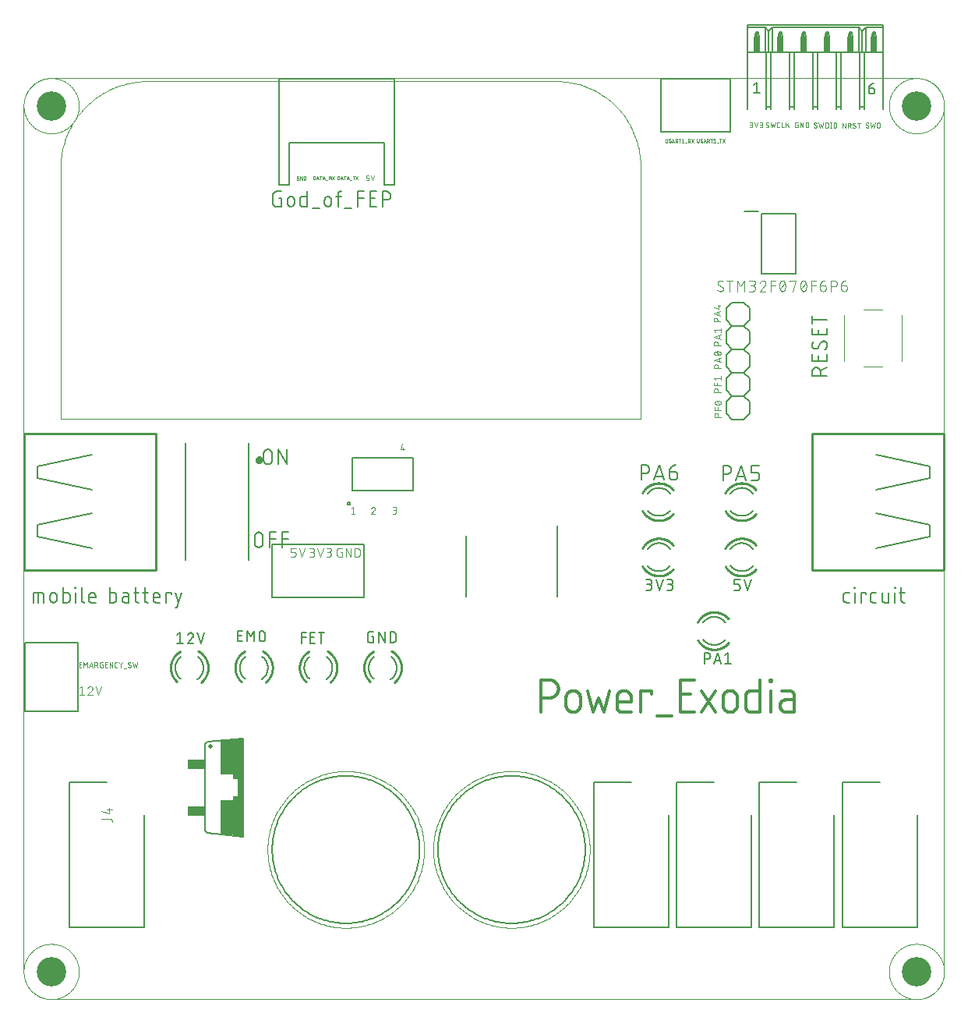
<source format=gto>
G04 EAGLE Gerber RS-274X export*
G75*
%MOMM*%
%FSLAX34Y34*%
%LPD*%
%INSilk top*%
%IPPOS*%
%AMOC8*
5,1,8,0,0,1.08239X$1,22.5*%
G01*
%ADD10C,0.000000*%
%ADD11C,3.200000*%
%ADD12C,0.000100*%
%ADD13C,0.076200*%
%ADD14C,0.152400*%
%ADD15C,0.025400*%
%ADD16C,0.050800*%
%ADD17C,0.304800*%
%ADD18C,0.254000*%
%ADD19C,0.200000*%
%ADD20C,0.500000*%
%ADD21C,0.127000*%
%ADD22C,0.101600*%
%ADD23C,0.050000*%
%ADD24C,0.508000*%
%ADD25R,0.762000X10.668000*%
%ADD26R,1.905000X1.016000*%
%ADD27R,0.508000X4.318000*%
%ADD28R,1.397000X3.683000*%
%ADD29R,0.762000X0.127000*%
%ADD30C,0.100000*%
%ADD31C,0.203200*%
%ADD32R,0.508000X1.524000*%
%ADD33R,0.254000X0.635000*%
%ADD34R,0.127000X0.254000*%


D10*
X30000Y0D02*
X970000Y0D01*
X1000000Y30000D02*
X1000000Y970000D01*
X970000Y1000000D02*
X30000Y1000000D01*
X0Y970000D02*
X0Y30000D01*
X9Y29275D01*
X35Y28551D01*
X79Y27827D01*
X140Y27105D01*
X219Y26384D01*
X315Y25665D01*
X428Y24949D01*
X559Y24236D01*
X707Y23526D01*
X872Y22821D01*
X1054Y22119D01*
X1253Y21422D01*
X1468Y20729D01*
X1701Y20043D01*
X1950Y19362D01*
X2215Y18687D01*
X2496Y18019D01*
X2794Y17358D01*
X3107Y16704D01*
X3436Y16058D01*
X3781Y15420D01*
X4141Y14791D01*
X4516Y14171D01*
X4906Y13560D01*
X5310Y12958D01*
X5729Y12366D01*
X6163Y11785D01*
X6610Y11214D01*
X7071Y10655D01*
X7545Y10106D01*
X8032Y9570D01*
X8532Y9045D01*
X9045Y8532D01*
X9570Y8032D01*
X10106Y7545D01*
X10655Y7071D01*
X11214Y6610D01*
X11785Y6163D01*
X12366Y5729D01*
X12958Y5310D01*
X13560Y4906D01*
X14171Y4516D01*
X14791Y4141D01*
X15420Y3781D01*
X16058Y3436D01*
X16704Y3107D01*
X17358Y2794D01*
X18019Y2496D01*
X18687Y2215D01*
X19362Y1950D01*
X20043Y1701D01*
X20729Y1468D01*
X21422Y1253D01*
X22119Y1054D01*
X22821Y872D01*
X23526Y707D01*
X24236Y559D01*
X24949Y428D01*
X25665Y315D01*
X26384Y219D01*
X27105Y140D01*
X27827Y79D01*
X28551Y35D01*
X29275Y9D01*
X30000Y0D01*
X0Y970000D02*
X9Y970725D01*
X35Y971449D01*
X79Y972173D01*
X140Y972895D01*
X219Y973616D01*
X315Y974335D01*
X428Y975051D01*
X559Y975764D01*
X707Y976474D01*
X872Y977179D01*
X1054Y977881D01*
X1253Y978578D01*
X1468Y979271D01*
X1701Y979957D01*
X1950Y980638D01*
X2215Y981313D01*
X2496Y981981D01*
X2794Y982642D01*
X3107Y983296D01*
X3436Y983942D01*
X3781Y984580D01*
X4141Y985209D01*
X4516Y985829D01*
X4906Y986440D01*
X5310Y987042D01*
X5729Y987634D01*
X6163Y988215D01*
X6610Y988786D01*
X7071Y989345D01*
X7545Y989894D01*
X8032Y990430D01*
X8532Y990955D01*
X9045Y991468D01*
X9570Y991968D01*
X10106Y992455D01*
X10655Y992929D01*
X11214Y993390D01*
X11785Y993837D01*
X12366Y994271D01*
X12958Y994690D01*
X13560Y995094D01*
X14171Y995484D01*
X14791Y995859D01*
X15420Y996219D01*
X16058Y996564D01*
X16704Y996893D01*
X17358Y997206D01*
X18019Y997504D01*
X18687Y997785D01*
X19362Y998050D01*
X20043Y998299D01*
X20729Y998532D01*
X21422Y998747D01*
X22119Y998946D01*
X22821Y999128D01*
X23526Y999293D01*
X24236Y999441D01*
X24949Y999572D01*
X25665Y999685D01*
X26384Y999781D01*
X27105Y999860D01*
X27827Y999921D01*
X28551Y999965D01*
X29275Y999991D01*
X30000Y1000000D01*
X970000Y1000000D02*
X970725Y999991D01*
X971449Y999965D01*
X972173Y999921D01*
X972895Y999860D01*
X973616Y999781D01*
X974335Y999685D01*
X975051Y999572D01*
X975764Y999441D01*
X976474Y999293D01*
X977179Y999128D01*
X977881Y998946D01*
X978578Y998747D01*
X979271Y998532D01*
X979957Y998299D01*
X980638Y998050D01*
X981313Y997785D01*
X981981Y997504D01*
X982642Y997206D01*
X983296Y996893D01*
X983942Y996564D01*
X984580Y996219D01*
X985209Y995859D01*
X985829Y995484D01*
X986440Y995094D01*
X987042Y994690D01*
X987634Y994271D01*
X988215Y993837D01*
X988786Y993390D01*
X989345Y992929D01*
X989894Y992455D01*
X990430Y991968D01*
X990955Y991468D01*
X991468Y990955D01*
X991968Y990430D01*
X992455Y989894D01*
X992929Y989345D01*
X993390Y988786D01*
X993837Y988215D01*
X994271Y987634D01*
X994690Y987042D01*
X995094Y986440D01*
X995484Y985829D01*
X995859Y985209D01*
X996219Y984580D01*
X996564Y983942D01*
X996893Y983296D01*
X997206Y982642D01*
X997504Y981981D01*
X997785Y981313D01*
X998050Y980638D01*
X998299Y979957D01*
X998532Y979271D01*
X998747Y978578D01*
X998946Y977881D01*
X999128Y977179D01*
X999293Y976474D01*
X999441Y975764D01*
X999572Y975051D01*
X999685Y974335D01*
X999781Y973616D01*
X999860Y972895D01*
X999921Y972173D01*
X999965Y971449D01*
X999991Y970725D01*
X1000000Y970000D01*
X1000000Y30000D02*
X999991Y29275D01*
X999965Y28551D01*
X999921Y27827D01*
X999860Y27105D01*
X999781Y26384D01*
X999685Y25665D01*
X999572Y24949D01*
X999441Y24236D01*
X999293Y23526D01*
X999128Y22821D01*
X998946Y22119D01*
X998747Y21422D01*
X998532Y20729D01*
X998299Y20043D01*
X998050Y19362D01*
X997785Y18687D01*
X997504Y18019D01*
X997206Y17358D01*
X996893Y16704D01*
X996564Y16058D01*
X996219Y15420D01*
X995859Y14791D01*
X995484Y14171D01*
X995094Y13560D01*
X994690Y12958D01*
X994271Y12366D01*
X993837Y11785D01*
X993390Y11214D01*
X992929Y10655D01*
X992455Y10106D01*
X991968Y9570D01*
X991468Y9045D01*
X990955Y8532D01*
X990430Y8032D01*
X989894Y7545D01*
X989345Y7071D01*
X988786Y6610D01*
X988215Y6163D01*
X987634Y5729D01*
X987042Y5310D01*
X986440Y4906D01*
X985829Y4516D01*
X985209Y4141D01*
X984580Y3781D01*
X983942Y3436D01*
X983296Y3107D01*
X982642Y2794D01*
X981981Y2496D01*
X981313Y2215D01*
X980638Y1950D01*
X979957Y1701D01*
X979271Y1468D01*
X978578Y1253D01*
X977881Y1054D01*
X977179Y872D01*
X976474Y707D01*
X975764Y559D01*
X975051Y428D01*
X974335Y315D01*
X973616Y219D01*
X972895Y140D01*
X972173Y79D01*
X971449Y35D01*
X970725Y9D01*
X970000Y0D01*
D11*
X30000Y30000D03*
X30000Y970000D03*
X970000Y30000D03*
X970000Y970000D03*
D12*
X0Y30000D02*
X9Y30736D01*
X36Y31472D01*
X81Y32207D01*
X144Y32941D01*
X226Y33672D01*
X325Y34402D01*
X442Y35129D01*
X576Y35853D01*
X729Y36573D01*
X899Y37289D01*
X1087Y38001D01*
X1292Y38709D01*
X1514Y39410D01*
X1754Y40107D01*
X2010Y40797D01*
X2284Y41481D01*
X2574Y42157D01*
X2880Y42827D01*
X3203Y43488D01*
X3542Y44142D01*
X3897Y44787D01*
X4268Y45423D01*
X4654Y46050D01*
X5056Y46667D01*
X5472Y47274D01*
X5904Y47871D01*
X6350Y48457D01*
X6810Y49032D01*
X7284Y49595D01*
X7771Y50147D01*
X8273Y50686D01*
X8787Y51213D01*
X9314Y51727D01*
X9853Y52229D01*
X10405Y52716D01*
X10968Y53190D01*
X11543Y53650D01*
X12129Y54096D01*
X12726Y54528D01*
X13333Y54944D01*
X13950Y55346D01*
X14577Y55732D01*
X15213Y56103D01*
X15858Y56458D01*
X16512Y56797D01*
X17173Y57120D01*
X17843Y57426D01*
X18519Y57716D01*
X19203Y57990D01*
X19893Y58246D01*
X20590Y58486D01*
X21291Y58708D01*
X21999Y58913D01*
X22711Y59101D01*
X23427Y59271D01*
X24147Y59424D01*
X24871Y59558D01*
X25598Y59675D01*
X26328Y59774D01*
X27059Y59856D01*
X27793Y59919D01*
X28528Y59964D01*
X29264Y59991D01*
X30000Y60000D01*
X30736Y59991D01*
X31472Y59964D01*
X32207Y59919D01*
X32941Y59856D01*
X33672Y59774D01*
X34402Y59675D01*
X35129Y59558D01*
X35853Y59424D01*
X36573Y59271D01*
X37289Y59101D01*
X38001Y58913D01*
X38709Y58708D01*
X39410Y58486D01*
X40107Y58246D01*
X40797Y57990D01*
X41481Y57716D01*
X42157Y57426D01*
X42827Y57120D01*
X43488Y56797D01*
X44142Y56458D01*
X44787Y56103D01*
X45423Y55732D01*
X46050Y55346D01*
X46667Y54944D01*
X47274Y54528D01*
X47871Y54096D01*
X48457Y53650D01*
X49032Y53190D01*
X49595Y52716D01*
X50147Y52229D01*
X50686Y51727D01*
X51213Y51213D01*
X51727Y50686D01*
X52229Y50147D01*
X52716Y49595D01*
X53190Y49032D01*
X53650Y48457D01*
X54096Y47871D01*
X54528Y47274D01*
X54944Y46667D01*
X55346Y46050D01*
X55732Y45423D01*
X56103Y44787D01*
X56458Y44142D01*
X56797Y43488D01*
X57120Y42827D01*
X57426Y42157D01*
X57716Y41481D01*
X57990Y40797D01*
X58246Y40107D01*
X58486Y39410D01*
X58708Y38709D01*
X58913Y38001D01*
X59101Y37289D01*
X59271Y36573D01*
X59424Y35853D01*
X59558Y35129D01*
X59675Y34402D01*
X59774Y33672D01*
X59856Y32941D01*
X59919Y32207D01*
X59964Y31472D01*
X59991Y30736D01*
X60000Y30000D01*
X59991Y29264D01*
X59964Y28528D01*
X59919Y27793D01*
X59856Y27059D01*
X59774Y26328D01*
X59675Y25598D01*
X59558Y24871D01*
X59424Y24147D01*
X59271Y23427D01*
X59101Y22711D01*
X58913Y21999D01*
X58708Y21291D01*
X58486Y20590D01*
X58246Y19893D01*
X57990Y19203D01*
X57716Y18519D01*
X57426Y17843D01*
X57120Y17173D01*
X56797Y16512D01*
X56458Y15858D01*
X56103Y15213D01*
X55732Y14577D01*
X55346Y13950D01*
X54944Y13333D01*
X54528Y12726D01*
X54096Y12129D01*
X53650Y11543D01*
X53190Y10968D01*
X52716Y10405D01*
X52229Y9853D01*
X51727Y9314D01*
X51213Y8787D01*
X50686Y8273D01*
X50147Y7771D01*
X49595Y7284D01*
X49032Y6810D01*
X48457Y6350D01*
X47871Y5904D01*
X47274Y5472D01*
X46667Y5056D01*
X46050Y4654D01*
X45423Y4268D01*
X44787Y3897D01*
X44142Y3542D01*
X43488Y3203D01*
X42827Y2880D01*
X42157Y2574D01*
X41481Y2284D01*
X40797Y2010D01*
X40107Y1754D01*
X39410Y1514D01*
X38709Y1292D01*
X38001Y1087D01*
X37289Y899D01*
X36573Y729D01*
X35853Y576D01*
X35129Y442D01*
X34402Y325D01*
X33672Y226D01*
X32941Y144D01*
X32207Y81D01*
X31472Y36D01*
X30736Y9D01*
X30000Y0D01*
X29264Y9D01*
X28528Y36D01*
X27793Y81D01*
X27059Y144D01*
X26328Y226D01*
X25598Y325D01*
X24871Y442D01*
X24147Y576D01*
X23427Y729D01*
X22711Y899D01*
X21999Y1087D01*
X21291Y1292D01*
X20590Y1514D01*
X19893Y1754D01*
X19203Y2010D01*
X18519Y2284D01*
X17843Y2574D01*
X17173Y2880D01*
X16512Y3203D01*
X15858Y3542D01*
X15213Y3897D01*
X14577Y4268D01*
X13950Y4654D01*
X13333Y5056D01*
X12726Y5472D01*
X12129Y5904D01*
X11543Y6350D01*
X10968Y6810D01*
X10405Y7284D01*
X9853Y7771D01*
X9314Y8273D01*
X8787Y8787D01*
X8273Y9314D01*
X7771Y9853D01*
X7284Y10405D01*
X6810Y10968D01*
X6350Y11543D01*
X5904Y12129D01*
X5472Y12726D01*
X5056Y13333D01*
X4654Y13950D01*
X4268Y14577D01*
X3897Y15213D01*
X3542Y15858D01*
X3203Y16512D01*
X2880Y17173D01*
X2574Y17843D01*
X2284Y18519D01*
X2010Y19203D01*
X1754Y19893D01*
X1514Y20590D01*
X1292Y21291D01*
X1087Y21999D01*
X899Y22711D01*
X729Y23427D01*
X576Y24147D01*
X442Y24871D01*
X325Y25598D01*
X226Y26328D01*
X144Y27059D01*
X81Y27793D01*
X36Y28528D01*
X9Y29264D01*
X0Y30000D01*
D13*
X940000Y30000D02*
X940009Y30736D01*
X940036Y31472D01*
X940081Y32207D01*
X940144Y32941D01*
X940226Y33672D01*
X940325Y34402D01*
X940442Y35129D01*
X940576Y35853D01*
X940729Y36573D01*
X940899Y37289D01*
X941087Y38001D01*
X941292Y38709D01*
X941514Y39410D01*
X941754Y40107D01*
X942010Y40797D01*
X942284Y41481D01*
X942574Y42157D01*
X942880Y42827D01*
X943203Y43488D01*
X943542Y44142D01*
X943897Y44787D01*
X944268Y45423D01*
X944654Y46050D01*
X945056Y46667D01*
X945472Y47274D01*
X945904Y47871D01*
X946350Y48457D01*
X946810Y49032D01*
X947284Y49595D01*
X947771Y50147D01*
X948273Y50686D01*
X948787Y51213D01*
X949314Y51727D01*
X949853Y52229D01*
X950405Y52716D01*
X950968Y53190D01*
X951543Y53650D01*
X952129Y54096D01*
X952726Y54528D01*
X953333Y54944D01*
X953950Y55346D01*
X954577Y55732D01*
X955213Y56103D01*
X955858Y56458D01*
X956512Y56797D01*
X957173Y57120D01*
X957843Y57426D01*
X958519Y57716D01*
X959203Y57990D01*
X959893Y58246D01*
X960590Y58486D01*
X961291Y58708D01*
X961999Y58913D01*
X962711Y59101D01*
X963427Y59271D01*
X964147Y59424D01*
X964871Y59558D01*
X965598Y59675D01*
X966328Y59774D01*
X967059Y59856D01*
X967793Y59919D01*
X968528Y59964D01*
X969264Y59991D01*
X970000Y60000D01*
X970736Y59991D01*
X971472Y59964D01*
X972207Y59919D01*
X972941Y59856D01*
X973672Y59774D01*
X974402Y59675D01*
X975129Y59558D01*
X975853Y59424D01*
X976573Y59271D01*
X977289Y59101D01*
X978001Y58913D01*
X978709Y58708D01*
X979410Y58486D01*
X980107Y58246D01*
X980797Y57990D01*
X981481Y57716D01*
X982157Y57426D01*
X982827Y57120D01*
X983488Y56797D01*
X984142Y56458D01*
X984787Y56103D01*
X985423Y55732D01*
X986050Y55346D01*
X986667Y54944D01*
X987274Y54528D01*
X987871Y54096D01*
X988457Y53650D01*
X989032Y53190D01*
X989595Y52716D01*
X990147Y52229D01*
X990686Y51727D01*
X991213Y51213D01*
X991727Y50686D01*
X992229Y50147D01*
X992716Y49595D01*
X993190Y49032D01*
X993650Y48457D01*
X994096Y47871D01*
X994528Y47274D01*
X994944Y46667D01*
X995346Y46050D01*
X995732Y45423D01*
X996103Y44787D01*
X996458Y44142D01*
X996797Y43488D01*
X997120Y42827D01*
X997426Y42157D01*
X997716Y41481D01*
X997990Y40797D01*
X998246Y40107D01*
X998486Y39410D01*
X998708Y38709D01*
X998913Y38001D01*
X999101Y37289D01*
X999271Y36573D01*
X999424Y35853D01*
X999558Y35129D01*
X999675Y34402D01*
X999774Y33672D01*
X999856Y32941D01*
X999919Y32207D01*
X999964Y31472D01*
X999991Y30736D01*
X1000000Y30000D01*
X999991Y29264D01*
X999964Y28528D01*
X999919Y27793D01*
X999856Y27059D01*
X999774Y26328D01*
X999675Y25598D01*
X999558Y24871D01*
X999424Y24147D01*
X999271Y23427D01*
X999101Y22711D01*
X998913Y21999D01*
X998708Y21291D01*
X998486Y20590D01*
X998246Y19893D01*
X997990Y19203D01*
X997716Y18519D01*
X997426Y17843D01*
X997120Y17173D01*
X996797Y16512D01*
X996458Y15858D01*
X996103Y15213D01*
X995732Y14577D01*
X995346Y13950D01*
X994944Y13333D01*
X994528Y12726D01*
X994096Y12129D01*
X993650Y11543D01*
X993190Y10968D01*
X992716Y10405D01*
X992229Y9853D01*
X991727Y9314D01*
X991213Y8787D01*
X990686Y8273D01*
X990147Y7771D01*
X989595Y7284D01*
X989032Y6810D01*
X988457Y6350D01*
X987871Y5904D01*
X987274Y5472D01*
X986667Y5056D01*
X986050Y4654D01*
X985423Y4268D01*
X984787Y3897D01*
X984142Y3542D01*
X983488Y3203D01*
X982827Y2880D01*
X982157Y2574D01*
X981481Y2284D01*
X980797Y2010D01*
X980107Y1754D01*
X979410Y1514D01*
X978709Y1292D01*
X978001Y1087D01*
X977289Y899D01*
X976573Y729D01*
X975853Y576D01*
X975129Y442D01*
X974402Y325D01*
X973672Y226D01*
X972941Y144D01*
X972207Y81D01*
X971472Y36D01*
X970736Y9D01*
X970000Y0D01*
X969264Y9D01*
X968528Y36D01*
X967793Y81D01*
X967059Y144D01*
X966328Y226D01*
X965598Y325D01*
X964871Y442D01*
X964147Y576D01*
X963427Y729D01*
X962711Y899D01*
X961999Y1087D01*
X961291Y1292D01*
X960590Y1514D01*
X959893Y1754D01*
X959203Y2010D01*
X958519Y2284D01*
X957843Y2574D01*
X957173Y2880D01*
X956512Y3203D01*
X955858Y3542D01*
X955213Y3897D01*
X954577Y4268D01*
X953950Y4654D01*
X953333Y5056D01*
X952726Y5472D01*
X952129Y5904D01*
X951543Y6350D01*
X950968Y6810D01*
X950405Y7284D01*
X949853Y7771D01*
X949314Y8273D01*
X948787Y8787D01*
X948273Y9314D01*
X947771Y9853D01*
X947284Y10405D01*
X946810Y10968D01*
X946350Y11543D01*
X945904Y12129D01*
X945472Y12726D01*
X945056Y13333D01*
X944654Y13950D01*
X944268Y14577D01*
X943897Y15213D01*
X943542Y15858D01*
X943203Y16512D01*
X942880Y17173D01*
X942574Y17843D01*
X942284Y18519D01*
X942010Y19203D01*
X941754Y19893D01*
X941514Y20590D01*
X941292Y21291D01*
X941087Y21999D01*
X940899Y22711D01*
X940729Y23427D01*
X940576Y24147D01*
X940442Y24871D01*
X940325Y25598D01*
X940226Y26328D01*
X940144Y27059D01*
X940081Y27793D01*
X940036Y28528D01*
X940009Y29264D01*
X940000Y30000D01*
X0Y970000D02*
X9Y970736D01*
X36Y971472D01*
X81Y972207D01*
X144Y972941D01*
X226Y973672D01*
X325Y974402D01*
X442Y975129D01*
X576Y975853D01*
X729Y976573D01*
X899Y977289D01*
X1087Y978001D01*
X1292Y978709D01*
X1514Y979410D01*
X1754Y980107D01*
X2010Y980797D01*
X2284Y981481D01*
X2574Y982157D01*
X2880Y982827D01*
X3203Y983488D01*
X3542Y984142D01*
X3897Y984787D01*
X4268Y985423D01*
X4654Y986050D01*
X5056Y986667D01*
X5472Y987274D01*
X5904Y987871D01*
X6350Y988457D01*
X6810Y989032D01*
X7284Y989595D01*
X7771Y990147D01*
X8273Y990686D01*
X8787Y991213D01*
X9314Y991727D01*
X9853Y992229D01*
X10405Y992716D01*
X10968Y993190D01*
X11543Y993650D01*
X12129Y994096D01*
X12726Y994528D01*
X13333Y994944D01*
X13950Y995346D01*
X14577Y995732D01*
X15213Y996103D01*
X15858Y996458D01*
X16512Y996797D01*
X17173Y997120D01*
X17843Y997426D01*
X18519Y997716D01*
X19203Y997990D01*
X19893Y998246D01*
X20590Y998486D01*
X21291Y998708D01*
X21999Y998913D01*
X22711Y999101D01*
X23427Y999271D01*
X24147Y999424D01*
X24871Y999558D01*
X25598Y999675D01*
X26328Y999774D01*
X27059Y999856D01*
X27793Y999919D01*
X28528Y999964D01*
X29264Y999991D01*
X30000Y1000000D01*
X30736Y999991D01*
X31472Y999964D01*
X32207Y999919D01*
X32941Y999856D01*
X33672Y999774D01*
X34402Y999675D01*
X35129Y999558D01*
X35853Y999424D01*
X36573Y999271D01*
X37289Y999101D01*
X38001Y998913D01*
X38709Y998708D01*
X39410Y998486D01*
X40107Y998246D01*
X40797Y997990D01*
X41481Y997716D01*
X42157Y997426D01*
X42827Y997120D01*
X43488Y996797D01*
X44142Y996458D01*
X44787Y996103D01*
X45423Y995732D01*
X46050Y995346D01*
X46667Y994944D01*
X47274Y994528D01*
X47871Y994096D01*
X48457Y993650D01*
X49032Y993190D01*
X49595Y992716D01*
X50147Y992229D01*
X50686Y991727D01*
X51213Y991213D01*
X51727Y990686D01*
X52229Y990147D01*
X52716Y989595D01*
X53190Y989032D01*
X53650Y988457D01*
X54096Y987871D01*
X54528Y987274D01*
X54944Y986667D01*
X55346Y986050D01*
X55732Y985423D01*
X56103Y984787D01*
X56458Y984142D01*
X56797Y983488D01*
X57120Y982827D01*
X57426Y982157D01*
X57716Y981481D01*
X57990Y980797D01*
X58246Y980107D01*
X58486Y979410D01*
X58708Y978709D01*
X58913Y978001D01*
X59101Y977289D01*
X59271Y976573D01*
X59424Y975853D01*
X59558Y975129D01*
X59675Y974402D01*
X59774Y973672D01*
X59856Y972941D01*
X59919Y972207D01*
X59964Y971472D01*
X59991Y970736D01*
X60000Y970000D01*
X59991Y969264D01*
X59964Y968528D01*
X59919Y967793D01*
X59856Y967059D01*
X59774Y966328D01*
X59675Y965598D01*
X59558Y964871D01*
X59424Y964147D01*
X59271Y963427D01*
X59101Y962711D01*
X58913Y961999D01*
X58708Y961291D01*
X58486Y960590D01*
X58246Y959893D01*
X57990Y959203D01*
X57716Y958519D01*
X57426Y957843D01*
X57120Y957173D01*
X56797Y956512D01*
X56458Y955858D01*
X56103Y955213D01*
X55732Y954577D01*
X55346Y953950D01*
X54944Y953333D01*
X54528Y952726D01*
X54096Y952129D01*
X53650Y951543D01*
X53190Y950968D01*
X52716Y950405D01*
X52229Y949853D01*
X51727Y949314D01*
X51213Y948787D01*
X50686Y948273D01*
X50147Y947771D01*
X49595Y947284D01*
X49032Y946810D01*
X48457Y946350D01*
X47871Y945904D01*
X47274Y945472D01*
X46667Y945056D01*
X46050Y944654D01*
X45423Y944268D01*
X44787Y943897D01*
X44142Y943542D01*
X43488Y943203D01*
X42827Y942880D01*
X42157Y942574D01*
X41481Y942284D01*
X40797Y942010D01*
X40107Y941754D01*
X39410Y941514D01*
X38709Y941292D01*
X38001Y941087D01*
X37289Y940899D01*
X36573Y940729D01*
X35853Y940576D01*
X35129Y940442D01*
X34402Y940325D01*
X33672Y940226D01*
X32941Y940144D01*
X32207Y940081D01*
X31472Y940036D01*
X30736Y940009D01*
X30000Y940000D01*
X29264Y940009D01*
X28528Y940036D01*
X27793Y940081D01*
X27059Y940144D01*
X26328Y940226D01*
X25598Y940325D01*
X24871Y940442D01*
X24147Y940576D01*
X23427Y940729D01*
X22711Y940899D01*
X21999Y941087D01*
X21291Y941292D01*
X20590Y941514D01*
X19893Y941754D01*
X19203Y942010D01*
X18519Y942284D01*
X17843Y942574D01*
X17173Y942880D01*
X16512Y943203D01*
X15858Y943542D01*
X15213Y943897D01*
X14577Y944268D01*
X13950Y944654D01*
X13333Y945056D01*
X12726Y945472D01*
X12129Y945904D01*
X11543Y946350D01*
X10968Y946810D01*
X10405Y947284D01*
X9853Y947771D01*
X9314Y948273D01*
X8787Y948787D01*
X8273Y949314D01*
X7771Y949853D01*
X7284Y950405D01*
X6810Y950968D01*
X6350Y951543D01*
X5904Y952129D01*
X5472Y952726D01*
X5056Y953333D01*
X4654Y953950D01*
X4268Y954577D01*
X3897Y955213D01*
X3542Y955858D01*
X3203Y956512D01*
X2880Y957173D01*
X2574Y957843D01*
X2284Y958519D01*
X2010Y959203D01*
X1754Y959893D01*
X1514Y960590D01*
X1292Y961291D01*
X1087Y961999D01*
X899Y962711D01*
X729Y963427D01*
X576Y964147D01*
X442Y964871D01*
X325Y965598D01*
X226Y966328D01*
X144Y967059D01*
X81Y967793D01*
X36Y968528D01*
X9Y969264D01*
X0Y970000D01*
X940000Y970000D02*
X940009Y970736D01*
X940036Y971472D01*
X940081Y972207D01*
X940144Y972941D01*
X940226Y973672D01*
X940325Y974402D01*
X940442Y975129D01*
X940576Y975853D01*
X940729Y976573D01*
X940899Y977289D01*
X941087Y978001D01*
X941292Y978709D01*
X941514Y979410D01*
X941754Y980107D01*
X942010Y980797D01*
X942284Y981481D01*
X942574Y982157D01*
X942880Y982827D01*
X943203Y983488D01*
X943542Y984142D01*
X943897Y984787D01*
X944268Y985423D01*
X944654Y986050D01*
X945056Y986667D01*
X945472Y987274D01*
X945904Y987871D01*
X946350Y988457D01*
X946810Y989032D01*
X947284Y989595D01*
X947771Y990147D01*
X948273Y990686D01*
X948787Y991213D01*
X949314Y991727D01*
X949853Y992229D01*
X950405Y992716D01*
X950968Y993190D01*
X951543Y993650D01*
X952129Y994096D01*
X952726Y994528D01*
X953333Y994944D01*
X953950Y995346D01*
X954577Y995732D01*
X955213Y996103D01*
X955858Y996458D01*
X956512Y996797D01*
X957173Y997120D01*
X957843Y997426D01*
X958519Y997716D01*
X959203Y997990D01*
X959893Y998246D01*
X960590Y998486D01*
X961291Y998708D01*
X961999Y998913D01*
X962711Y999101D01*
X963427Y999271D01*
X964147Y999424D01*
X964871Y999558D01*
X965598Y999675D01*
X966328Y999774D01*
X967059Y999856D01*
X967793Y999919D01*
X968528Y999964D01*
X969264Y999991D01*
X970000Y1000000D01*
X970736Y999991D01*
X971472Y999964D01*
X972207Y999919D01*
X972941Y999856D01*
X973672Y999774D01*
X974402Y999675D01*
X975129Y999558D01*
X975853Y999424D01*
X976573Y999271D01*
X977289Y999101D01*
X978001Y998913D01*
X978709Y998708D01*
X979410Y998486D01*
X980107Y998246D01*
X980797Y997990D01*
X981481Y997716D01*
X982157Y997426D01*
X982827Y997120D01*
X983488Y996797D01*
X984142Y996458D01*
X984787Y996103D01*
X985423Y995732D01*
X986050Y995346D01*
X986667Y994944D01*
X987274Y994528D01*
X987871Y994096D01*
X988457Y993650D01*
X989032Y993190D01*
X989595Y992716D01*
X990147Y992229D01*
X990686Y991727D01*
X991213Y991213D01*
X991727Y990686D01*
X992229Y990147D01*
X992716Y989595D01*
X993190Y989032D01*
X993650Y988457D01*
X994096Y987871D01*
X994528Y987274D01*
X994944Y986667D01*
X995346Y986050D01*
X995732Y985423D01*
X996103Y984787D01*
X996458Y984142D01*
X996797Y983488D01*
X997120Y982827D01*
X997426Y982157D01*
X997716Y981481D01*
X997990Y980797D01*
X998246Y980107D01*
X998486Y979410D01*
X998708Y978709D01*
X998913Y978001D01*
X999101Y977289D01*
X999271Y976573D01*
X999424Y975853D01*
X999558Y975129D01*
X999675Y974402D01*
X999774Y973672D01*
X999856Y972941D01*
X999919Y972207D01*
X999964Y971472D01*
X999991Y970736D01*
X1000000Y970000D01*
X999991Y969264D01*
X999964Y968528D01*
X999919Y967793D01*
X999856Y967059D01*
X999774Y966328D01*
X999675Y965598D01*
X999558Y964871D01*
X999424Y964147D01*
X999271Y963427D01*
X999101Y962711D01*
X998913Y961999D01*
X998708Y961291D01*
X998486Y960590D01*
X998246Y959893D01*
X997990Y959203D01*
X997716Y958519D01*
X997426Y957843D01*
X997120Y957173D01*
X996797Y956512D01*
X996458Y955858D01*
X996103Y955213D01*
X995732Y954577D01*
X995346Y953950D01*
X994944Y953333D01*
X994528Y952726D01*
X994096Y952129D01*
X993650Y951543D01*
X993190Y950968D01*
X992716Y950405D01*
X992229Y949853D01*
X991727Y949314D01*
X991213Y948787D01*
X990686Y948273D01*
X990147Y947771D01*
X989595Y947284D01*
X989032Y946810D01*
X988457Y946350D01*
X987871Y945904D01*
X987274Y945472D01*
X986667Y945056D01*
X986050Y944654D01*
X985423Y944268D01*
X984787Y943897D01*
X984142Y943542D01*
X983488Y943203D01*
X982827Y942880D01*
X982157Y942574D01*
X981481Y942284D01*
X980797Y942010D01*
X980107Y941754D01*
X979410Y941514D01*
X978709Y941292D01*
X978001Y941087D01*
X977289Y940899D01*
X976573Y940729D01*
X975853Y940576D01*
X975129Y940442D01*
X974402Y940325D01*
X973672Y940226D01*
X972941Y940144D01*
X972207Y940081D01*
X971472Y940036D01*
X970736Y940009D01*
X970000Y940000D01*
X969264Y940009D01*
X968528Y940036D01*
X967793Y940081D01*
X967059Y940144D01*
X966328Y940226D01*
X965598Y940325D01*
X964871Y940442D01*
X964147Y940576D01*
X963427Y940729D01*
X962711Y940899D01*
X961999Y941087D01*
X961291Y941292D01*
X960590Y941514D01*
X959893Y941754D01*
X959203Y942010D01*
X958519Y942284D01*
X957843Y942574D01*
X957173Y942880D01*
X956512Y943203D01*
X955858Y943542D01*
X955213Y943897D01*
X954577Y944268D01*
X953950Y944654D01*
X953333Y945056D01*
X952726Y945472D01*
X952129Y945904D01*
X951543Y946350D01*
X950968Y946810D01*
X950405Y947284D01*
X949853Y947771D01*
X949314Y948273D01*
X948787Y948787D01*
X948273Y949314D01*
X947771Y949853D01*
X947284Y950405D01*
X946810Y950968D01*
X946350Y951543D01*
X945904Y952129D01*
X945472Y952726D01*
X945056Y953333D01*
X944654Y953950D01*
X944268Y954577D01*
X943897Y955213D01*
X943542Y955858D01*
X943203Y956512D01*
X942880Y957173D01*
X942574Y957843D01*
X942284Y958519D01*
X942010Y959203D01*
X941754Y959893D01*
X941514Y960590D01*
X941292Y961291D01*
X941087Y961999D01*
X940899Y962711D01*
X940729Y963427D01*
X940576Y964147D01*
X940442Y964871D01*
X940325Y965598D01*
X940226Y966328D01*
X940144Y967059D01*
X940081Y967793D01*
X940036Y968528D01*
X940009Y969264D01*
X940000Y970000D01*
D14*
X260762Y592502D02*
X260762Y585278D01*
X260762Y592502D02*
X260764Y592635D01*
X260770Y592767D01*
X260780Y592899D01*
X260793Y593031D01*
X260811Y593163D01*
X260832Y593293D01*
X260857Y593424D01*
X260886Y593553D01*
X260919Y593681D01*
X260955Y593809D01*
X260995Y593935D01*
X261039Y594060D01*
X261087Y594184D01*
X261138Y594306D01*
X261193Y594427D01*
X261251Y594546D01*
X261313Y594664D01*
X261378Y594779D01*
X261447Y594893D01*
X261518Y595004D01*
X261594Y595113D01*
X261672Y595220D01*
X261753Y595325D01*
X261838Y595427D01*
X261925Y595527D01*
X262015Y595624D01*
X262108Y595719D01*
X262204Y595810D01*
X262302Y595899D01*
X262403Y595985D01*
X262507Y596068D01*
X262613Y596148D01*
X262721Y596224D01*
X262831Y596298D01*
X262944Y596368D01*
X263058Y596435D01*
X263175Y596498D01*
X263293Y596558D01*
X263413Y596615D01*
X263535Y596668D01*
X263658Y596717D01*
X263782Y596763D01*
X263908Y596805D01*
X264035Y596843D01*
X264163Y596878D01*
X264292Y596909D01*
X264421Y596936D01*
X264552Y596959D01*
X264683Y596979D01*
X264815Y596994D01*
X264947Y597006D01*
X265079Y597014D01*
X265212Y597018D01*
X265344Y597018D01*
X265477Y597014D01*
X265609Y597006D01*
X265741Y596994D01*
X265873Y596979D01*
X266004Y596959D01*
X266135Y596936D01*
X266264Y596909D01*
X266393Y596878D01*
X266521Y596843D01*
X266648Y596805D01*
X266774Y596763D01*
X266898Y596717D01*
X267021Y596668D01*
X267143Y596615D01*
X267263Y596558D01*
X267381Y596498D01*
X267498Y596435D01*
X267612Y596368D01*
X267725Y596298D01*
X267835Y596224D01*
X267943Y596148D01*
X268049Y596068D01*
X268153Y595985D01*
X268254Y595899D01*
X268352Y595810D01*
X268448Y595719D01*
X268541Y595624D01*
X268631Y595527D01*
X268718Y595427D01*
X268803Y595325D01*
X268884Y595220D01*
X268962Y595113D01*
X269038Y595004D01*
X269109Y594893D01*
X269178Y594779D01*
X269243Y594664D01*
X269305Y594546D01*
X269363Y594427D01*
X269418Y594306D01*
X269469Y594184D01*
X269517Y594060D01*
X269561Y593935D01*
X269601Y593809D01*
X269637Y593681D01*
X269670Y593553D01*
X269699Y593424D01*
X269724Y593293D01*
X269745Y593163D01*
X269763Y593031D01*
X269776Y592899D01*
X269786Y592767D01*
X269792Y592635D01*
X269794Y592502D01*
X269793Y592502D02*
X269793Y585278D01*
X269794Y585278D02*
X269792Y585145D01*
X269786Y585013D01*
X269776Y584881D01*
X269763Y584749D01*
X269745Y584617D01*
X269724Y584487D01*
X269699Y584356D01*
X269670Y584227D01*
X269637Y584099D01*
X269601Y583971D01*
X269561Y583845D01*
X269517Y583720D01*
X269469Y583596D01*
X269418Y583474D01*
X269363Y583353D01*
X269305Y583234D01*
X269243Y583116D01*
X269178Y583001D01*
X269109Y582887D01*
X269038Y582776D01*
X268962Y582667D01*
X268884Y582560D01*
X268803Y582455D01*
X268718Y582353D01*
X268631Y582253D01*
X268541Y582156D01*
X268448Y582061D01*
X268352Y581970D01*
X268254Y581881D01*
X268153Y581795D01*
X268049Y581712D01*
X267943Y581632D01*
X267835Y581556D01*
X267725Y581482D01*
X267612Y581412D01*
X267498Y581345D01*
X267381Y581282D01*
X267263Y581222D01*
X267143Y581165D01*
X267021Y581112D01*
X266898Y581063D01*
X266774Y581017D01*
X266648Y580975D01*
X266521Y580937D01*
X266393Y580902D01*
X266264Y580871D01*
X266135Y580844D01*
X266004Y580821D01*
X265873Y580801D01*
X265741Y580786D01*
X265609Y580774D01*
X265477Y580766D01*
X265344Y580762D01*
X265212Y580762D01*
X265079Y580766D01*
X264947Y580774D01*
X264815Y580786D01*
X264683Y580801D01*
X264552Y580821D01*
X264421Y580844D01*
X264292Y580871D01*
X264163Y580902D01*
X264035Y580937D01*
X263908Y580975D01*
X263782Y581017D01*
X263658Y581063D01*
X263535Y581112D01*
X263413Y581165D01*
X263293Y581222D01*
X263175Y581282D01*
X263058Y581345D01*
X262944Y581412D01*
X262831Y581482D01*
X262721Y581556D01*
X262613Y581632D01*
X262507Y581712D01*
X262403Y581795D01*
X262302Y581881D01*
X262204Y581970D01*
X262108Y582061D01*
X262015Y582156D01*
X261925Y582253D01*
X261838Y582353D01*
X261753Y582455D01*
X261672Y582560D01*
X261594Y582667D01*
X261518Y582776D01*
X261447Y582887D01*
X261378Y583001D01*
X261313Y583116D01*
X261251Y583234D01*
X261193Y583353D01*
X261138Y583474D01*
X261087Y583596D01*
X261039Y583720D01*
X260995Y583845D01*
X260955Y583971D01*
X260919Y584099D01*
X260886Y584227D01*
X260857Y584356D01*
X260832Y584487D01*
X260811Y584617D01*
X260793Y584749D01*
X260780Y584881D01*
X260770Y585013D01*
X260764Y585145D01*
X260762Y585278D01*
X276914Y580762D02*
X276914Y597018D01*
X285945Y580762D01*
X285945Y597018D01*
X250762Y502502D02*
X250762Y495278D01*
X250762Y502502D02*
X250764Y502635D01*
X250770Y502767D01*
X250780Y502899D01*
X250793Y503031D01*
X250811Y503163D01*
X250832Y503293D01*
X250857Y503424D01*
X250886Y503553D01*
X250919Y503681D01*
X250955Y503809D01*
X250995Y503935D01*
X251039Y504060D01*
X251087Y504184D01*
X251138Y504306D01*
X251193Y504427D01*
X251251Y504546D01*
X251313Y504664D01*
X251378Y504779D01*
X251447Y504893D01*
X251518Y505004D01*
X251594Y505113D01*
X251672Y505220D01*
X251753Y505325D01*
X251838Y505427D01*
X251925Y505527D01*
X252015Y505624D01*
X252108Y505719D01*
X252204Y505810D01*
X252302Y505899D01*
X252403Y505985D01*
X252507Y506068D01*
X252613Y506148D01*
X252721Y506224D01*
X252831Y506298D01*
X252944Y506368D01*
X253058Y506435D01*
X253175Y506498D01*
X253293Y506558D01*
X253413Y506615D01*
X253535Y506668D01*
X253658Y506717D01*
X253782Y506763D01*
X253908Y506805D01*
X254035Y506843D01*
X254163Y506878D01*
X254292Y506909D01*
X254421Y506936D01*
X254552Y506959D01*
X254683Y506979D01*
X254815Y506994D01*
X254947Y507006D01*
X255079Y507014D01*
X255212Y507018D01*
X255344Y507018D01*
X255477Y507014D01*
X255609Y507006D01*
X255741Y506994D01*
X255873Y506979D01*
X256004Y506959D01*
X256135Y506936D01*
X256264Y506909D01*
X256393Y506878D01*
X256521Y506843D01*
X256648Y506805D01*
X256774Y506763D01*
X256898Y506717D01*
X257021Y506668D01*
X257143Y506615D01*
X257263Y506558D01*
X257381Y506498D01*
X257498Y506435D01*
X257612Y506368D01*
X257725Y506298D01*
X257835Y506224D01*
X257943Y506148D01*
X258049Y506068D01*
X258153Y505985D01*
X258254Y505899D01*
X258352Y505810D01*
X258448Y505719D01*
X258541Y505624D01*
X258631Y505527D01*
X258718Y505427D01*
X258803Y505325D01*
X258884Y505220D01*
X258962Y505113D01*
X259038Y505004D01*
X259109Y504893D01*
X259178Y504779D01*
X259243Y504664D01*
X259305Y504546D01*
X259363Y504427D01*
X259418Y504306D01*
X259469Y504184D01*
X259517Y504060D01*
X259561Y503935D01*
X259601Y503809D01*
X259637Y503681D01*
X259670Y503553D01*
X259699Y503424D01*
X259724Y503293D01*
X259745Y503163D01*
X259763Y503031D01*
X259776Y502899D01*
X259786Y502767D01*
X259792Y502635D01*
X259794Y502502D01*
X259793Y502502D02*
X259793Y495278D01*
X259794Y495278D02*
X259792Y495145D01*
X259786Y495013D01*
X259776Y494881D01*
X259763Y494749D01*
X259745Y494617D01*
X259724Y494487D01*
X259699Y494356D01*
X259670Y494227D01*
X259637Y494099D01*
X259601Y493971D01*
X259561Y493845D01*
X259517Y493720D01*
X259469Y493596D01*
X259418Y493474D01*
X259363Y493353D01*
X259305Y493234D01*
X259243Y493116D01*
X259178Y493001D01*
X259109Y492887D01*
X259038Y492776D01*
X258962Y492667D01*
X258884Y492560D01*
X258803Y492455D01*
X258718Y492353D01*
X258631Y492253D01*
X258541Y492156D01*
X258448Y492061D01*
X258352Y491970D01*
X258254Y491881D01*
X258153Y491795D01*
X258049Y491712D01*
X257943Y491632D01*
X257835Y491556D01*
X257725Y491482D01*
X257612Y491412D01*
X257498Y491345D01*
X257381Y491282D01*
X257263Y491222D01*
X257143Y491165D01*
X257021Y491112D01*
X256898Y491063D01*
X256774Y491017D01*
X256648Y490975D01*
X256521Y490937D01*
X256393Y490902D01*
X256264Y490871D01*
X256135Y490844D01*
X256004Y490821D01*
X255873Y490801D01*
X255741Y490786D01*
X255609Y490774D01*
X255477Y490766D01*
X255344Y490762D01*
X255212Y490762D01*
X255079Y490766D01*
X254947Y490774D01*
X254815Y490786D01*
X254683Y490801D01*
X254552Y490821D01*
X254421Y490844D01*
X254292Y490871D01*
X254163Y490902D01*
X254035Y490937D01*
X253908Y490975D01*
X253782Y491017D01*
X253658Y491063D01*
X253535Y491112D01*
X253413Y491165D01*
X253293Y491222D01*
X253175Y491282D01*
X253058Y491345D01*
X252944Y491412D01*
X252831Y491482D01*
X252721Y491556D01*
X252613Y491632D01*
X252507Y491712D01*
X252403Y491795D01*
X252302Y491881D01*
X252204Y491970D01*
X252108Y492061D01*
X252015Y492156D01*
X251925Y492253D01*
X251838Y492353D01*
X251753Y492455D01*
X251672Y492560D01*
X251594Y492667D01*
X251518Y492776D01*
X251447Y492887D01*
X251378Y493001D01*
X251313Y493116D01*
X251251Y493234D01*
X251193Y493353D01*
X251138Y493474D01*
X251087Y493596D01*
X251039Y493720D01*
X250995Y493845D01*
X250955Y493971D01*
X250919Y494099D01*
X250886Y494227D01*
X250857Y494356D01*
X250832Y494487D01*
X250811Y494617D01*
X250793Y494749D01*
X250780Y494881D01*
X250770Y495013D01*
X250764Y495145D01*
X250762Y495278D01*
X266944Y490762D02*
X266944Y507018D01*
X274169Y507018D01*
X274169Y499793D02*
X266944Y499793D01*
X280491Y507018D02*
X280491Y490762D01*
X280491Y507018D02*
X287716Y507018D01*
X287716Y499793D02*
X280491Y499793D01*
D13*
X290381Y480381D02*
X293514Y480381D01*
X293603Y480383D01*
X293691Y480389D01*
X293779Y480398D01*
X293867Y480411D01*
X293954Y480428D01*
X294040Y480448D01*
X294125Y480473D01*
X294210Y480500D01*
X294293Y480532D01*
X294374Y480566D01*
X294454Y480605D01*
X294532Y480646D01*
X294609Y480691D01*
X294683Y480739D01*
X294756Y480790D01*
X294826Y480844D01*
X294893Y480902D01*
X294959Y480962D01*
X295021Y481024D01*
X295081Y481090D01*
X295139Y481157D01*
X295193Y481227D01*
X295244Y481300D01*
X295292Y481374D01*
X295337Y481451D01*
X295378Y481529D01*
X295417Y481609D01*
X295451Y481690D01*
X295483Y481773D01*
X295510Y481858D01*
X295535Y481943D01*
X295555Y482029D01*
X295572Y482116D01*
X295585Y482204D01*
X295594Y482292D01*
X295600Y482380D01*
X295602Y482469D01*
X295602Y483514D01*
X295600Y483603D01*
X295594Y483691D01*
X295585Y483779D01*
X295572Y483867D01*
X295555Y483954D01*
X295535Y484040D01*
X295510Y484125D01*
X295483Y484210D01*
X295451Y484293D01*
X295417Y484374D01*
X295378Y484454D01*
X295337Y484532D01*
X295292Y484609D01*
X295244Y484683D01*
X295193Y484756D01*
X295139Y484826D01*
X295081Y484893D01*
X295021Y484959D01*
X294959Y485021D01*
X294893Y485081D01*
X294826Y485139D01*
X294756Y485193D01*
X294683Y485244D01*
X294609Y485292D01*
X294532Y485337D01*
X294454Y485378D01*
X294374Y485417D01*
X294293Y485451D01*
X294210Y485483D01*
X294125Y485510D01*
X294040Y485535D01*
X293954Y485555D01*
X293867Y485572D01*
X293779Y485585D01*
X293691Y485594D01*
X293603Y485600D01*
X293514Y485602D01*
X290381Y485602D01*
X290381Y489779D01*
X295602Y489779D01*
X299003Y489779D02*
X302136Y480381D01*
X305268Y489779D01*
X310381Y480381D02*
X312992Y480381D01*
X313093Y480383D01*
X313194Y480389D01*
X313295Y480399D01*
X313395Y480412D01*
X313495Y480430D01*
X313594Y480451D01*
X313692Y480477D01*
X313789Y480506D01*
X313885Y480538D01*
X313979Y480575D01*
X314072Y480615D01*
X314164Y480659D01*
X314253Y480706D01*
X314341Y480757D01*
X314427Y480811D01*
X314510Y480868D01*
X314592Y480928D01*
X314670Y480992D01*
X314747Y481058D01*
X314820Y481128D01*
X314891Y481200D01*
X314959Y481275D01*
X315024Y481353D01*
X315086Y481433D01*
X315145Y481515D01*
X315201Y481600D01*
X315253Y481687D01*
X315302Y481775D01*
X315348Y481866D01*
X315389Y481958D01*
X315428Y482052D01*
X315462Y482147D01*
X315493Y482243D01*
X315520Y482341D01*
X315544Y482439D01*
X315563Y482539D01*
X315579Y482639D01*
X315591Y482739D01*
X315599Y482840D01*
X315603Y482941D01*
X315603Y483043D01*
X315599Y483144D01*
X315591Y483245D01*
X315579Y483345D01*
X315563Y483445D01*
X315544Y483545D01*
X315520Y483643D01*
X315493Y483741D01*
X315462Y483837D01*
X315428Y483932D01*
X315389Y484026D01*
X315348Y484118D01*
X315302Y484209D01*
X315253Y484297D01*
X315201Y484384D01*
X315145Y484469D01*
X315086Y484551D01*
X315024Y484631D01*
X314959Y484709D01*
X314891Y484784D01*
X314820Y484856D01*
X314747Y484926D01*
X314670Y484992D01*
X314592Y485056D01*
X314510Y485116D01*
X314427Y485173D01*
X314341Y485227D01*
X314253Y485278D01*
X314164Y485325D01*
X314072Y485369D01*
X313979Y485409D01*
X313885Y485446D01*
X313789Y485478D01*
X313692Y485507D01*
X313594Y485533D01*
X313495Y485554D01*
X313395Y485572D01*
X313295Y485585D01*
X313194Y485595D01*
X313093Y485601D01*
X312992Y485603D01*
X313514Y489779D02*
X310381Y489779D01*
X313514Y489779D02*
X313604Y489777D01*
X313693Y489771D01*
X313783Y489762D01*
X313872Y489748D01*
X313960Y489731D01*
X314047Y489710D01*
X314134Y489685D01*
X314219Y489656D01*
X314303Y489624D01*
X314385Y489589D01*
X314466Y489549D01*
X314545Y489507D01*
X314622Y489461D01*
X314697Y489411D01*
X314770Y489359D01*
X314841Y489303D01*
X314909Y489245D01*
X314974Y489183D01*
X315037Y489119D01*
X315097Y489052D01*
X315154Y488983D01*
X315208Y488911D01*
X315259Y488837D01*
X315307Y488761D01*
X315351Y488683D01*
X315392Y488603D01*
X315430Y488521D01*
X315464Y488438D01*
X315494Y488353D01*
X315521Y488267D01*
X315544Y488181D01*
X315563Y488093D01*
X315578Y488004D01*
X315590Y487915D01*
X315598Y487826D01*
X315602Y487736D01*
X315602Y487646D01*
X315598Y487556D01*
X315590Y487467D01*
X315578Y487378D01*
X315563Y487289D01*
X315544Y487201D01*
X315521Y487115D01*
X315494Y487029D01*
X315464Y486944D01*
X315430Y486861D01*
X315392Y486779D01*
X315351Y486699D01*
X315307Y486621D01*
X315259Y486545D01*
X315208Y486471D01*
X315154Y486399D01*
X315097Y486330D01*
X315037Y486263D01*
X314974Y486199D01*
X314909Y486137D01*
X314841Y486079D01*
X314770Y486023D01*
X314697Y485971D01*
X314622Y485921D01*
X314545Y485875D01*
X314466Y485833D01*
X314385Y485793D01*
X314303Y485758D01*
X314219Y485726D01*
X314134Y485697D01*
X314047Y485672D01*
X313960Y485651D01*
X313872Y485634D01*
X313783Y485620D01*
X313693Y485611D01*
X313604Y485605D01*
X313514Y485603D01*
X313514Y485602D02*
X311425Y485602D01*
X319003Y489779D02*
X322136Y480381D01*
X325268Y489779D01*
X328669Y480381D02*
X331279Y480381D01*
X331380Y480383D01*
X331481Y480389D01*
X331582Y480399D01*
X331682Y480412D01*
X331782Y480430D01*
X331881Y480451D01*
X331979Y480477D01*
X332076Y480506D01*
X332172Y480538D01*
X332266Y480575D01*
X332359Y480615D01*
X332451Y480659D01*
X332540Y480706D01*
X332628Y480757D01*
X332714Y480811D01*
X332797Y480868D01*
X332879Y480928D01*
X332957Y480992D01*
X333034Y481058D01*
X333107Y481128D01*
X333178Y481200D01*
X333246Y481275D01*
X333311Y481353D01*
X333373Y481433D01*
X333432Y481515D01*
X333488Y481600D01*
X333540Y481687D01*
X333589Y481775D01*
X333635Y481866D01*
X333676Y481958D01*
X333715Y482052D01*
X333749Y482147D01*
X333780Y482243D01*
X333807Y482341D01*
X333831Y482439D01*
X333850Y482539D01*
X333866Y482639D01*
X333878Y482739D01*
X333886Y482840D01*
X333890Y482941D01*
X333890Y483043D01*
X333886Y483144D01*
X333878Y483245D01*
X333866Y483345D01*
X333850Y483445D01*
X333831Y483545D01*
X333807Y483643D01*
X333780Y483741D01*
X333749Y483837D01*
X333715Y483932D01*
X333676Y484026D01*
X333635Y484118D01*
X333589Y484209D01*
X333540Y484297D01*
X333488Y484384D01*
X333432Y484469D01*
X333373Y484551D01*
X333311Y484631D01*
X333246Y484709D01*
X333178Y484784D01*
X333107Y484856D01*
X333034Y484926D01*
X332957Y484992D01*
X332879Y485056D01*
X332797Y485116D01*
X332714Y485173D01*
X332628Y485227D01*
X332540Y485278D01*
X332451Y485325D01*
X332359Y485369D01*
X332266Y485409D01*
X332172Y485446D01*
X332076Y485478D01*
X331979Y485507D01*
X331881Y485533D01*
X331782Y485554D01*
X331682Y485572D01*
X331582Y485585D01*
X331481Y485595D01*
X331380Y485601D01*
X331279Y485603D01*
X331802Y489779D02*
X328669Y489779D01*
X331802Y489779D02*
X331892Y489777D01*
X331981Y489771D01*
X332071Y489762D01*
X332160Y489748D01*
X332248Y489731D01*
X332335Y489710D01*
X332422Y489685D01*
X332507Y489656D01*
X332591Y489624D01*
X332673Y489589D01*
X332754Y489549D01*
X332833Y489507D01*
X332910Y489461D01*
X332985Y489411D01*
X333058Y489359D01*
X333129Y489303D01*
X333197Y489245D01*
X333262Y489183D01*
X333325Y489119D01*
X333385Y489052D01*
X333442Y488983D01*
X333496Y488911D01*
X333547Y488837D01*
X333595Y488761D01*
X333639Y488683D01*
X333680Y488603D01*
X333718Y488521D01*
X333752Y488438D01*
X333782Y488353D01*
X333809Y488267D01*
X333832Y488181D01*
X333851Y488093D01*
X333866Y488004D01*
X333878Y487915D01*
X333886Y487826D01*
X333890Y487736D01*
X333890Y487646D01*
X333886Y487556D01*
X333878Y487467D01*
X333866Y487378D01*
X333851Y487289D01*
X333832Y487201D01*
X333809Y487115D01*
X333782Y487029D01*
X333752Y486944D01*
X333718Y486861D01*
X333680Y486779D01*
X333639Y486699D01*
X333595Y486621D01*
X333547Y486545D01*
X333496Y486471D01*
X333442Y486399D01*
X333385Y486330D01*
X333325Y486263D01*
X333262Y486199D01*
X333197Y486137D01*
X333129Y486079D01*
X333058Y486023D01*
X332985Y485971D01*
X332910Y485921D01*
X332833Y485875D01*
X332754Y485833D01*
X332673Y485793D01*
X332591Y485758D01*
X332507Y485726D01*
X332422Y485697D01*
X332335Y485672D01*
X332248Y485651D01*
X332160Y485634D01*
X332071Y485620D01*
X331981Y485611D01*
X331892Y485605D01*
X331802Y485603D01*
X331802Y485602D02*
X329713Y485602D01*
D14*
X856482Y676962D02*
X872738Y676962D01*
X856482Y676962D02*
X856482Y681478D01*
X856484Y681611D01*
X856490Y681743D01*
X856500Y681875D01*
X856513Y682007D01*
X856531Y682139D01*
X856552Y682269D01*
X856577Y682400D01*
X856606Y682529D01*
X856639Y682657D01*
X856675Y682785D01*
X856715Y682911D01*
X856759Y683036D01*
X856807Y683160D01*
X856858Y683282D01*
X856913Y683403D01*
X856971Y683522D01*
X857033Y683640D01*
X857098Y683755D01*
X857167Y683869D01*
X857238Y683980D01*
X857314Y684089D01*
X857392Y684196D01*
X857473Y684301D01*
X857558Y684403D01*
X857645Y684503D01*
X857735Y684600D01*
X857828Y684695D01*
X857924Y684786D01*
X858022Y684875D01*
X858123Y684961D01*
X858227Y685044D01*
X858333Y685124D01*
X858441Y685200D01*
X858551Y685274D01*
X858664Y685344D01*
X858778Y685411D01*
X858895Y685474D01*
X859013Y685534D01*
X859133Y685591D01*
X859255Y685644D01*
X859378Y685693D01*
X859502Y685739D01*
X859628Y685781D01*
X859755Y685819D01*
X859883Y685854D01*
X860012Y685885D01*
X860141Y685912D01*
X860272Y685935D01*
X860403Y685955D01*
X860535Y685970D01*
X860667Y685982D01*
X860799Y685990D01*
X860932Y685994D01*
X861064Y685994D01*
X861197Y685990D01*
X861329Y685982D01*
X861461Y685970D01*
X861593Y685955D01*
X861724Y685935D01*
X861855Y685912D01*
X861984Y685885D01*
X862113Y685854D01*
X862241Y685819D01*
X862368Y685781D01*
X862494Y685739D01*
X862618Y685693D01*
X862741Y685644D01*
X862863Y685591D01*
X862983Y685534D01*
X863101Y685474D01*
X863218Y685411D01*
X863332Y685344D01*
X863445Y685274D01*
X863555Y685200D01*
X863663Y685124D01*
X863769Y685044D01*
X863873Y684961D01*
X863974Y684875D01*
X864072Y684786D01*
X864168Y684695D01*
X864261Y684600D01*
X864351Y684503D01*
X864438Y684403D01*
X864523Y684301D01*
X864604Y684196D01*
X864682Y684089D01*
X864758Y683980D01*
X864829Y683869D01*
X864898Y683755D01*
X864963Y683640D01*
X865025Y683522D01*
X865083Y683403D01*
X865138Y683282D01*
X865189Y683160D01*
X865237Y683036D01*
X865281Y682911D01*
X865321Y682785D01*
X865357Y682657D01*
X865390Y682529D01*
X865419Y682400D01*
X865444Y682269D01*
X865465Y682139D01*
X865483Y682007D01*
X865496Y681875D01*
X865506Y681743D01*
X865512Y681611D01*
X865514Y681478D01*
X865513Y681478D02*
X865513Y676962D01*
X865513Y682381D02*
X872738Y685993D01*
X872738Y693053D02*
X872738Y700277D01*
X872738Y693053D02*
X856482Y693053D01*
X856482Y700277D01*
X863707Y698471D02*
X863707Y693053D01*
X872738Y710946D02*
X872736Y711064D01*
X872730Y711182D01*
X872721Y711300D01*
X872707Y711417D01*
X872690Y711534D01*
X872669Y711651D01*
X872644Y711766D01*
X872615Y711881D01*
X872582Y711995D01*
X872546Y712107D01*
X872506Y712218D01*
X872463Y712328D01*
X872416Y712437D01*
X872366Y712544D01*
X872311Y712649D01*
X872254Y712752D01*
X872193Y712853D01*
X872129Y712953D01*
X872062Y713050D01*
X871992Y713145D01*
X871918Y713237D01*
X871842Y713328D01*
X871762Y713415D01*
X871680Y713500D01*
X871595Y713582D01*
X871508Y713662D01*
X871417Y713738D01*
X871325Y713812D01*
X871230Y713882D01*
X871133Y713949D01*
X871033Y714013D01*
X870932Y714074D01*
X870829Y714131D01*
X870724Y714186D01*
X870617Y714236D01*
X870508Y714283D01*
X870398Y714326D01*
X870287Y714366D01*
X870175Y714402D01*
X870061Y714435D01*
X869946Y714464D01*
X869831Y714489D01*
X869714Y714510D01*
X869597Y714527D01*
X869480Y714541D01*
X869362Y714550D01*
X869244Y714556D01*
X869126Y714558D01*
X872738Y710946D02*
X872736Y710763D01*
X872729Y710581D01*
X872718Y710399D01*
X872703Y710217D01*
X872683Y710035D01*
X872660Y709854D01*
X872631Y709674D01*
X872599Y709494D01*
X872562Y709315D01*
X872521Y709138D01*
X872475Y708961D01*
X872426Y708785D01*
X872372Y708611D01*
X872314Y708437D01*
X872252Y708266D01*
X872186Y708096D01*
X872115Y707927D01*
X872041Y707760D01*
X871963Y707595D01*
X871881Y707432D01*
X871795Y707271D01*
X871705Y707112D01*
X871611Y706955D01*
X871514Y706801D01*
X871413Y706649D01*
X871308Y706499D01*
X871200Y706352D01*
X871089Y706208D01*
X870974Y706066D01*
X870855Y705927D01*
X870733Y705791D01*
X870608Y705658D01*
X870480Y705528D01*
X860094Y705980D02*
X859976Y705982D01*
X859858Y705988D01*
X859740Y705997D01*
X859623Y706011D01*
X859506Y706028D01*
X859389Y706049D01*
X859274Y706074D01*
X859159Y706103D01*
X859045Y706136D01*
X858933Y706172D01*
X858822Y706212D01*
X858712Y706255D01*
X858603Y706302D01*
X858496Y706352D01*
X858391Y706407D01*
X858288Y706464D01*
X858187Y706525D01*
X858087Y706589D01*
X857990Y706656D01*
X857895Y706726D01*
X857803Y706800D01*
X857712Y706876D01*
X857625Y706956D01*
X857540Y707038D01*
X857458Y707123D01*
X857378Y707210D01*
X857302Y707301D01*
X857228Y707393D01*
X857158Y707488D01*
X857091Y707585D01*
X857027Y707685D01*
X856966Y707786D01*
X856909Y707889D01*
X856854Y707994D01*
X856804Y708101D01*
X856757Y708210D01*
X856714Y708320D01*
X856674Y708431D01*
X856638Y708543D01*
X856605Y708657D01*
X856576Y708772D01*
X856551Y708887D01*
X856530Y709004D01*
X856513Y709121D01*
X856499Y709238D01*
X856490Y709356D01*
X856484Y709474D01*
X856482Y709592D01*
X856484Y709753D01*
X856490Y709915D01*
X856499Y710076D01*
X856513Y710237D01*
X856530Y710397D01*
X856551Y710557D01*
X856576Y710717D01*
X856605Y710876D01*
X856637Y711034D01*
X856673Y711191D01*
X856713Y711347D01*
X856757Y711503D01*
X856805Y711657D01*
X856856Y711810D01*
X856910Y711962D01*
X856969Y712113D01*
X857030Y712262D01*
X857096Y712409D01*
X857165Y712555D01*
X857237Y712700D01*
X857313Y712842D01*
X857392Y712983D01*
X857474Y713122D01*
X857560Y713258D01*
X857649Y713393D01*
X857741Y713526D01*
X857837Y713656D01*
X863255Y707785D02*
X863193Y707684D01*
X863128Y707584D01*
X863059Y707487D01*
X862987Y707392D01*
X862913Y707299D01*
X862835Y707209D01*
X862754Y707121D01*
X862671Y707036D01*
X862585Y706954D01*
X862496Y706875D01*
X862405Y706798D01*
X862311Y706725D01*
X862215Y706654D01*
X862117Y706587D01*
X862017Y706523D01*
X861914Y706462D01*
X861810Y706405D01*
X861704Y706351D01*
X861596Y706301D01*
X861487Y706254D01*
X861376Y706210D01*
X861264Y706170D01*
X861150Y706134D01*
X861036Y706102D01*
X860920Y706073D01*
X860804Y706048D01*
X860687Y706027D01*
X860569Y706010D01*
X860451Y705996D01*
X860332Y705987D01*
X860213Y705981D01*
X860094Y705979D01*
X865965Y712753D02*
X866027Y712854D01*
X866092Y712954D01*
X866161Y713051D01*
X866233Y713146D01*
X866307Y713239D01*
X866385Y713329D01*
X866466Y713417D01*
X866549Y713502D01*
X866635Y713584D01*
X866724Y713663D01*
X866815Y713740D01*
X866909Y713813D01*
X867005Y713884D01*
X867103Y713951D01*
X867203Y714015D01*
X867306Y714076D01*
X867410Y714133D01*
X867516Y714187D01*
X867624Y714237D01*
X867733Y714284D01*
X867844Y714328D01*
X867956Y714368D01*
X868070Y714404D01*
X868184Y714436D01*
X868300Y714465D01*
X868416Y714490D01*
X868533Y714511D01*
X868651Y714528D01*
X868769Y714542D01*
X868888Y714551D01*
X869007Y714557D01*
X869126Y714559D01*
X865965Y712753D02*
X863255Y707785D01*
X872738Y721189D02*
X872738Y728414D01*
X872738Y721189D02*
X856482Y721189D01*
X856482Y728414D01*
X863707Y726607D02*
X863707Y721189D01*
X856482Y737658D02*
X872738Y737658D01*
X856482Y733143D02*
X856482Y742174D01*
X670862Y580018D02*
X670862Y563762D01*
X670862Y580018D02*
X675378Y580018D01*
X675511Y580016D01*
X675643Y580010D01*
X675775Y580000D01*
X675907Y579987D01*
X676039Y579969D01*
X676169Y579948D01*
X676300Y579923D01*
X676429Y579894D01*
X676557Y579861D01*
X676685Y579825D01*
X676811Y579785D01*
X676936Y579741D01*
X677060Y579693D01*
X677182Y579642D01*
X677303Y579587D01*
X677422Y579529D01*
X677540Y579467D01*
X677655Y579402D01*
X677769Y579333D01*
X677880Y579262D01*
X677989Y579186D01*
X678096Y579108D01*
X678201Y579027D01*
X678303Y578942D01*
X678403Y578855D01*
X678500Y578765D01*
X678595Y578672D01*
X678686Y578576D01*
X678775Y578478D01*
X678861Y578377D01*
X678944Y578273D01*
X679024Y578167D01*
X679100Y578059D01*
X679174Y577949D01*
X679244Y577836D01*
X679311Y577722D01*
X679374Y577605D01*
X679434Y577487D01*
X679491Y577367D01*
X679544Y577245D01*
X679593Y577122D01*
X679639Y576998D01*
X679681Y576872D01*
X679719Y576745D01*
X679754Y576617D01*
X679785Y576488D01*
X679812Y576359D01*
X679835Y576228D01*
X679855Y576097D01*
X679870Y575965D01*
X679882Y575833D01*
X679890Y575701D01*
X679894Y575568D01*
X679894Y575436D01*
X679890Y575303D01*
X679882Y575171D01*
X679870Y575039D01*
X679855Y574907D01*
X679835Y574776D01*
X679812Y574645D01*
X679785Y574516D01*
X679754Y574387D01*
X679719Y574259D01*
X679681Y574132D01*
X679639Y574006D01*
X679593Y573882D01*
X679544Y573759D01*
X679491Y573637D01*
X679434Y573517D01*
X679374Y573399D01*
X679311Y573282D01*
X679244Y573168D01*
X679174Y573055D01*
X679100Y572945D01*
X679024Y572837D01*
X678944Y572731D01*
X678861Y572627D01*
X678775Y572526D01*
X678686Y572428D01*
X678595Y572332D01*
X678500Y572239D01*
X678403Y572149D01*
X678303Y572062D01*
X678201Y571977D01*
X678096Y571896D01*
X677989Y571818D01*
X677880Y571742D01*
X677769Y571671D01*
X677655Y571602D01*
X677540Y571537D01*
X677422Y571475D01*
X677303Y571417D01*
X677182Y571362D01*
X677060Y571311D01*
X676936Y571263D01*
X676811Y571219D01*
X676685Y571179D01*
X676557Y571143D01*
X676429Y571110D01*
X676300Y571081D01*
X676169Y571056D01*
X676039Y571035D01*
X675907Y571017D01*
X675775Y571004D01*
X675643Y570994D01*
X675511Y570988D01*
X675378Y570986D01*
X675378Y570987D02*
X670862Y570987D01*
X684858Y563762D02*
X690277Y580018D01*
X695695Y563762D01*
X694341Y567826D02*
X686213Y567826D01*
X701392Y572793D02*
X706811Y572793D01*
X706929Y572791D01*
X707047Y572785D01*
X707165Y572776D01*
X707282Y572762D01*
X707399Y572745D01*
X707516Y572724D01*
X707631Y572699D01*
X707746Y572670D01*
X707860Y572637D01*
X707972Y572601D01*
X708083Y572561D01*
X708193Y572518D01*
X708302Y572471D01*
X708409Y572421D01*
X708514Y572366D01*
X708617Y572309D01*
X708718Y572248D01*
X708818Y572184D01*
X708915Y572117D01*
X709010Y572047D01*
X709102Y571973D01*
X709193Y571897D01*
X709280Y571817D01*
X709365Y571735D01*
X709447Y571650D01*
X709527Y571563D01*
X709603Y571472D01*
X709677Y571380D01*
X709747Y571285D01*
X709814Y571188D01*
X709878Y571088D01*
X709939Y570987D01*
X709996Y570884D01*
X710051Y570779D01*
X710101Y570672D01*
X710148Y570563D01*
X710191Y570453D01*
X710231Y570342D01*
X710267Y570230D01*
X710300Y570116D01*
X710329Y570001D01*
X710354Y569886D01*
X710375Y569769D01*
X710392Y569652D01*
X710406Y569535D01*
X710415Y569417D01*
X710421Y569299D01*
X710423Y569181D01*
X710424Y569181D02*
X710424Y568278D01*
X710422Y568145D01*
X710416Y568013D01*
X710406Y567881D01*
X710393Y567749D01*
X710375Y567617D01*
X710354Y567487D01*
X710329Y567356D01*
X710300Y567227D01*
X710267Y567099D01*
X710231Y566971D01*
X710191Y566845D01*
X710147Y566720D01*
X710099Y566596D01*
X710048Y566474D01*
X709993Y566353D01*
X709935Y566234D01*
X709873Y566116D01*
X709808Y566001D01*
X709739Y565887D01*
X709668Y565776D01*
X709592Y565667D01*
X709514Y565560D01*
X709433Y565455D01*
X709348Y565353D01*
X709261Y565253D01*
X709171Y565156D01*
X709078Y565061D01*
X708982Y564970D01*
X708884Y564881D01*
X708783Y564795D01*
X708679Y564712D01*
X708573Y564632D01*
X708465Y564556D01*
X708355Y564482D01*
X708242Y564412D01*
X708128Y564345D01*
X708011Y564282D01*
X707893Y564222D01*
X707773Y564165D01*
X707651Y564112D01*
X707528Y564063D01*
X707404Y564017D01*
X707278Y563975D01*
X707151Y563937D01*
X707023Y563902D01*
X706894Y563871D01*
X706765Y563844D01*
X706634Y563821D01*
X706503Y563801D01*
X706371Y563786D01*
X706239Y563774D01*
X706107Y563766D01*
X705974Y563762D01*
X705842Y563762D01*
X705709Y563766D01*
X705577Y563774D01*
X705445Y563786D01*
X705313Y563801D01*
X705182Y563821D01*
X705051Y563844D01*
X704922Y563871D01*
X704793Y563902D01*
X704665Y563937D01*
X704538Y563975D01*
X704412Y564017D01*
X704288Y564063D01*
X704165Y564112D01*
X704043Y564165D01*
X703923Y564222D01*
X703805Y564282D01*
X703688Y564345D01*
X703574Y564412D01*
X703461Y564482D01*
X703351Y564556D01*
X703243Y564632D01*
X703137Y564712D01*
X703033Y564795D01*
X702932Y564881D01*
X702834Y564970D01*
X702738Y565061D01*
X702645Y565156D01*
X702555Y565253D01*
X702468Y565353D01*
X702383Y565455D01*
X702302Y565560D01*
X702224Y565667D01*
X702148Y565776D01*
X702077Y565887D01*
X702008Y566001D01*
X701943Y566116D01*
X701881Y566234D01*
X701823Y566353D01*
X701768Y566474D01*
X701717Y566596D01*
X701669Y566720D01*
X701625Y566845D01*
X701585Y566971D01*
X701549Y567099D01*
X701516Y567227D01*
X701487Y567356D01*
X701462Y567487D01*
X701441Y567617D01*
X701423Y567749D01*
X701410Y567881D01*
X701400Y568013D01*
X701394Y568145D01*
X701392Y568278D01*
X701392Y572793D01*
X701394Y572970D01*
X701401Y573148D01*
X701412Y573325D01*
X701427Y573501D01*
X701446Y573677D01*
X701470Y573853D01*
X701498Y574028D01*
X701531Y574203D01*
X701568Y574376D01*
X701609Y574549D01*
X701654Y574720D01*
X701703Y574890D01*
X701757Y575059D01*
X701814Y575227D01*
X701876Y575393D01*
X701942Y575558D01*
X702012Y575721D01*
X702086Y575882D01*
X702163Y576041D01*
X702245Y576199D01*
X702331Y576354D01*
X702420Y576507D01*
X702513Y576658D01*
X702610Y576807D01*
X702710Y576953D01*
X702814Y577097D01*
X702921Y577238D01*
X703032Y577376D01*
X703146Y577512D01*
X703264Y577645D01*
X703384Y577775D01*
X703508Y577902D01*
X703635Y578026D01*
X703765Y578146D01*
X703898Y578264D01*
X704033Y578378D01*
X704172Y578489D01*
X704313Y578596D01*
X704457Y578700D01*
X704603Y578800D01*
X704752Y578897D01*
X704903Y578990D01*
X705056Y579079D01*
X705211Y579165D01*
X705369Y579247D01*
X705528Y579324D01*
X705689Y579398D01*
X705852Y579468D01*
X706017Y579534D01*
X706183Y579596D01*
X706351Y579653D01*
X706520Y579707D01*
X706690Y579756D01*
X706861Y579801D01*
X707034Y579842D01*
X707207Y579879D01*
X707382Y579912D01*
X707557Y579940D01*
X707733Y579964D01*
X707909Y579983D01*
X708085Y579998D01*
X708262Y580009D01*
X708440Y580016D01*
X708617Y580018D01*
X759662Y579318D02*
X759662Y563062D01*
X759662Y579318D02*
X764178Y579318D01*
X764311Y579316D01*
X764443Y579310D01*
X764575Y579300D01*
X764707Y579287D01*
X764839Y579269D01*
X764969Y579248D01*
X765100Y579223D01*
X765229Y579194D01*
X765357Y579161D01*
X765485Y579125D01*
X765611Y579085D01*
X765736Y579041D01*
X765860Y578993D01*
X765982Y578942D01*
X766103Y578887D01*
X766222Y578829D01*
X766340Y578767D01*
X766455Y578702D01*
X766569Y578633D01*
X766680Y578562D01*
X766789Y578486D01*
X766896Y578408D01*
X767001Y578327D01*
X767103Y578242D01*
X767203Y578155D01*
X767300Y578065D01*
X767395Y577972D01*
X767486Y577876D01*
X767575Y577778D01*
X767661Y577677D01*
X767744Y577573D01*
X767824Y577467D01*
X767900Y577359D01*
X767974Y577249D01*
X768044Y577136D01*
X768111Y577022D01*
X768174Y576905D01*
X768234Y576787D01*
X768291Y576667D01*
X768344Y576545D01*
X768393Y576422D01*
X768439Y576298D01*
X768481Y576172D01*
X768519Y576045D01*
X768554Y575917D01*
X768585Y575788D01*
X768612Y575659D01*
X768635Y575528D01*
X768655Y575397D01*
X768670Y575265D01*
X768682Y575133D01*
X768690Y575001D01*
X768694Y574868D01*
X768694Y574736D01*
X768690Y574603D01*
X768682Y574471D01*
X768670Y574339D01*
X768655Y574207D01*
X768635Y574076D01*
X768612Y573945D01*
X768585Y573816D01*
X768554Y573687D01*
X768519Y573559D01*
X768481Y573432D01*
X768439Y573306D01*
X768393Y573182D01*
X768344Y573059D01*
X768291Y572937D01*
X768234Y572817D01*
X768174Y572699D01*
X768111Y572582D01*
X768044Y572468D01*
X767974Y572355D01*
X767900Y572245D01*
X767824Y572137D01*
X767744Y572031D01*
X767661Y571927D01*
X767575Y571826D01*
X767486Y571728D01*
X767395Y571632D01*
X767300Y571539D01*
X767203Y571449D01*
X767103Y571362D01*
X767001Y571277D01*
X766896Y571196D01*
X766789Y571118D01*
X766680Y571042D01*
X766569Y570971D01*
X766455Y570902D01*
X766340Y570837D01*
X766222Y570775D01*
X766103Y570717D01*
X765982Y570662D01*
X765860Y570611D01*
X765736Y570563D01*
X765611Y570519D01*
X765485Y570479D01*
X765357Y570443D01*
X765229Y570410D01*
X765100Y570381D01*
X764969Y570356D01*
X764839Y570335D01*
X764707Y570317D01*
X764575Y570304D01*
X764443Y570294D01*
X764311Y570288D01*
X764178Y570286D01*
X764178Y570287D02*
X759662Y570287D01*
X773658Y563062D02*
X779077Y579318D01*
X784495Y563062D01*
X783141Y567126D02*
X775013Y567126D01*
X790192Y563062D02*
X795611Y563062D01*
X795729Y563064D01*
X795847Y563070D01*
X795965Y563079D01*
X796082Y563093D01*
X796199Y563110D01*
X796316Y563131D01*
X796431Y563156D01*
X796546Y563185D01*
X796660Y563218D01*
X796772Y563254D01*
X796883Y563294D01*
X796993Y563337D01*
X797102Y563384D01*
X797209Y563434D01*
X797314Y563489D01*
X797417Y563546D01*
X797518Y563607D01*
X797618Y563671D01*
X797715Y563738D01*
X797810Y563808D01*
X797902Y563882D01*
X797993Y563958D01*
X798080Y564038D01*
X798165Y564120D01*
X798247Y564205D01*
X798327Y564292D01*
X798403Y564383D01*
X798477Y564475D01*
X798547Y564570D01*
X798614Y564667D01*
X798678Y564767D01*
X798739Y564868D01*
X798796Y564971D01*
X798851Y565076D01*
X798901Y565183D01*
X798948Y565292D01*
X798991Y565402D01*
X799031Y565513D01*
X799067Y565625D01*
X799100Y565739D01*
X799129Y565854D01*
X799154Y565969D01*
X799175Y566086D01*
X799192Y566203D01*
X799206Y566320D01*
X799215Y566438D01*
X799221Y566556D01*
X799223Y566674D01*
X799224Y566674D02*
X799224Y568481D01*
X799223Y568481D02*
X799221Y568599D01*
X799215Y568717D01*
X799206Y568835D01*
X799192Y568952D01*
X799175Y569069D01*
X799154Y569186D01*
X799129Y569301D01*
X799100Y569416D01*
X799067Y569530D01*
X799031Y569642D01*
X798991Y569753D01*
X798948Y569863D01*
X798901Y569972D01*
X798851Y570079D01*
X798796Y570184D01*
X798739Y570287D01*
X798678Y570388D01*
X798614Y570488D01*
X798547Y570585D01*
X798477Y570680D01*
X798403Y570772D01*
X798327Y570863D01*
X798247Y570950D01*
X798165Y571035D01*
X798080Y571117D01*
X797993Y571197D01*
X797902Y571273D01*
X797810Y571347D01*
X797715Y571417D01*
X797618Y571484D01*
X797518Y571548D01*
X797417Y571609D01*
X797314Y571666D01*
X797209Y571721D01*
X797102Y571771D01*
X796993Y571818D01*
X796883Y571861D01*
X796772Y571901D01*
X796660Y571937D01*
X796546Y571970D01*
X796431Y571999D01*
X796316Y572024D01*
X796199Y572045D01*
X796082Y572062D01*
X795965Y572076D01*
X795847Y572085D01*
X795729Y572091D01*
X795611Y572093D01*
X790192Y572093D01*
X790192Y579318D01*
X799224Y579318D01*
X10762Y441599D02*
X10762Y430762D01*
X10762Y441599D02*
X18890Y441599D01*
X18991Y441597D01*
X19092Y441591D01*
X19193Y441582D01*
X19294Y441569D01*
X19394Y441552D01*
X19493Y441531D01*
X19591Y441507D01*
X19688Y441479D01*
X19785Y441447D01*
X19880Y441412D01*
X19973Y441373D01*
X20065Y441331D01*
X20156Y441285D01*
X20245Y441236D01*
X20331Y441184D01*
X20416Y441128D01*
X20499Y441070D01*
X20579Y441008D01*
X20657Y440943D01*
X20733Y440876D01*
X20806Y440806D01*
X20876Y440733D01*
X20943Y440657D01*
X21008Y440579D01*
X21070Y440499D01*
X21128Y440416D01*
X21184Y440331D01*
X21236Y440245D01*
X21285Y440156D01*
X21331Y440065D01*
X21373Y439973D01*
X21412Y439880D01*
X21447Y439785D01*
X21479Y439688D01*
X21507Y439591D01*
X21531Y439493D01*
X21552Y439394D01*
X21569Y439294D01*
X21582Y439193D01*
X21591Y439092D01*
X21597Y438991D01*
X21599Y438890D01*
X21599Y430762D01*
X16181Y430762D02*
X16181Y441599D01*
X28721Y437987D02*
X28721Y434374D01*
X28721Y437987D02*
X28723Y438106D01*
X28729Y438226D01*
X28739Y438345D01*
X28753Y438463D01*
X28770Y438582D01*
X28792Y438699D01*
X28817Y438816D01*
X28847Y438931D01*
X28880Y439046D01*
X28917Y439160D01*
X28957Y439272D01*
X29002Y439383D01*
X29050Y439492D01*
X29101Y439600D01*
X29156Y439706D01*
X29215Y439810D01*
X29277Y439912D01*
X29342Y440012D01*
X29411Y440110D01*
X29483Y440206D01*
X29558Y440299D01*
X29635Y440389D01*
X29716Y440477D01*
X29800Y440562D01*
X29887Y440644D01*
X29976Y440724D01*
X30068Y440800D01*
X30162Y440874D01*
X30259Y440944D01*
X30357Y441011D01*
X30458Y441075D01*
X30562Y441135D01*
X30667Y441192D01*
X30774Y441245D01*
X30882Y441295D01*
X30992Y441341D01*
X31104Y441383D01*
X31217Y441422D01*
X31331Y441457D01*
X31446Y441488D01*
X31563Y441516D01*
X31680Y441539D01*
X31797Y441559D01*
X31916Y441575D01*
X32035Y441587D01*
X32154Y441595D01*
X32273Y441599D01*
X32393Y441599D01*
X32512Y441595D01*
X32631Y441587D01*
X32750Y441575D01*
X32869Y441559D01*
X32986Y441539D01*
X33103Y441516D01*
X33220Y441488D01*
X33335Y441457D01*
X33449Y441422D01*
X33562Y441383D01*
X33674Y441341D01*
X33784Y441295D01*
X33892Y441245D01*
X33999Y441192D01*
X34104Y441135D01*
X34208Y441075D01*
X34309Y441011D01*
X34407Y440944D01*
X34504Y440874D01*
X34598Y440800D01*
X34690Y440724D01*
X34779Y440644D01*
X34866Y440562D01*
X34950Y440477D01*
X35031Y440389D01*
X35108Y440299D01*
X35183Y440206D01*
X35255Y440110D01*
X35324Y440012D01*
X35389Y439912D01*
X35451Y439810D01*
X35510Y439706D01*
X35565Y439600D01*
X35616Y439492D01*
X35664Y439383D01*
X35709Y439272D01*
X35749Y439160D01*
X35786Y439046D01*
X35819Y438931D01*
X35849Y438816D01*
X35874Y438699D01*
X35896Y438582D01*
X35913Y438463D01*
X35927Y438345D01*
X35937Y438226D01*
X35943Y438106D01*
X35945Y437987D01*
X35945Y434374D01*
X35943Y434255D01*
X35937Y434135D01*
X35927Y434016D01*
X35913Y433898D01*
X35896Y433779D01*
X35874Y433662D01*
X35849Y433545D01*
X35819Y433430D01*
X35786Y433315D01*
X35749Y433201D01*
X35709Y433089D01*
X35664Y432978D01*
X35616Y432869D01*
X35565Y432761D01*
X35510Y432655D01*
X35451Y432551D01*
X35389Y432449D01*
X35324Y432349D01*
X35255Y432251D01*
X35183Y432155D01*
X35108Y432062D01*
X35031Y431972D01*
X34950Y431884D01*
X34866Y431799D01*
X34779Y431717D01*
X34690Y431637D01*
X34598Y431561D01*
X34504Y431487D01*
X34407Y431417D01*
X34309Y431350D01*
X34208Y431286D01*
X34104Y431226D01*
X33999Y431169D01*
X33892Y431116D01*
X33784Y431066D01*
X33674Y431020D01*
X33562Y430978D01*
X33449Y430939D01*
X33335Y430904D01*
X33220Y430873D01*
X33103Y430845D01*
X32986Y430822D01*
X32869Y430802D01*
X32750Y430786D01*
X32631Y430774D01*
X32512Y430766D01*
X32393Y430762D01*
X32273Y430762D01*
X32154Y430766D01*
X32035Y430774D01*
X31916Y430786D01*
X31797Y430802D01*
X31680Y430822D01*
X31563Y430845D01*
X31446Y430873D01*
X31331Y430904D01*
X31217Y430939D01*
X31104Y430978D01*
X30992Y431020D01*
X30882Y431066D01*
X30774Y431116D01*
X30667Y431169D01*
X30562Y431226D01*
X30458Y431286D01*
X30357Y431350D01*
X30259Y431417D01*
X30162Y431487D01*
X30068Y431561D01*
X29976Y431637D01*
X29887Y431717D01*
X29800Y431799D01*
X29716Y431884D01*
X29635Y431972D01*
X29558Y432062D01*
X29483Y432155D01*
X29411Y432251D01*
X29342Y432349D01*
X29277Y432449D01*
X29215Y432551D01*
X29156Y432655D01*
X29101Y432761D01*
X29050Y432869D01*
X29002Y432978D01*
X28957Y433089D01*
X28917Y433201D01*
X28880Y433315D01*
X28847Y433430D01*
X28817Y433545D01*
X28792Y433662D01*
X28770Y433779D01*
X28753Y433898D01*
X28739Y434016D01*
X28729Y434135D01*
X28723Y434255D01*
X28721Y434374D01*
X42862Y430762D02*
X42862Y447018D01*
X42862Y430762D02*
X47377Y430762D01*
X47481Y430764D01*
X47584Y430770D01*
X47688Y430780D01*
X47791Y430794D01*
X47893Y430812D01*
X47994Y430833D01*
X48095Y430859D01*
X48194Y430888D01*
X48293Y430921D01*
X48390Y430958D01*
X48485Y430999D01*
X48579Y431043D01*
X48671Y431091D01*
X48761Y431142D01*
X48850Y431197D01*
X48936Y431255D01*
X49019Y431317D01*
X49101Y431381D01*
X49179Y431449D01*
X49255Y431519D01*
X49329Y431592D01*
X49399Y431669D01*
X49467Y431747D01*
X49531Y431829D01*
X49593Y431912D01*
X49651Y431998D01*
X49706Y432087D01*
X49757Y432177D01*
X49805Y432269D01*
X49849Y432363D01*
X49890Y432458D01*
X49927Y432555D01*
X49960Y432654D01*
X49989Y432753D01*
X50015Y432854D01*
X50036Y432955D01*
X50054Y433057D01*
X50068Y433160D01*
X50078Y433264D01*
X50084Y433367D01*
X50086Y433471D01*
X50087Y433471D02*
X50087Y438890D01*
X50086Y438890D02*
X50084Y438991D01*
X50078Y439092D01*
X50069Y439193D01*
X50056Y439294D01*
X50039Y439394D01*
X50018Y439493D01*
X49994Y439591D01*
X49966Y439688D01*
X49934Y439785D01*
X49899Y439880D01*
X49860Y439973D01*
X49818Y440065D01*
X49772Y440156D01*
X49723Y440245D01*
X49671Y440331D01*
X49615Y440416D01*
X49557Y440499D01*
X49495Y440579D01*
X49430Y440657D01*
X49363Y440733D01*
X49293Y440806D01*
X49220Y440876D01*
X49144Y440943D01*
X49066Y441008D01*
X48986Y441070D01*
X48903Y441128D01*
X48818Y441184D01*
X48732Y441236D01*
X48643Y441285D01*
X48552Y441331D01*
X48460Y441373D01*
X48367Y441412D01*
X48272Y441447D01*
X48175Y441479D01*
X48078Y441507D01*
X47980Y441531D01*
X47881Y441552D01*
X47781Y441569D01*
X47680Y441582D01*
X47579Y441591D01*
X47478Y441597D01*
X47377Y441599D01*
X42862Y441599D01*
X56301Y441599D02*
X56301Y430762D01*
X55849Y446115D02*
X55849Y447018D01*
X56752Y447018D01*
X56752Y446115D01*
X55849Y446115D01*
X62825Y447018D02*
X62825Y433471D01*
X62827Y433370D01*
X62833Y433269D01*
X62842Y433168D01*
X62855Y433067D01*
X62872Y432967D01*
X62893Y432868D01*
X62917Y432770D01*
X62945Y432673D01*
X62977Y432576D01*
X63012Y432481D01*
X63051Y432388D01*
X63093Y432296D01*
X63139Y432205D01*
X63188Y432117D01*
X63240Y432030D01*
X63296Y431945D01*
X63354Y431862D01*
X63416Y431782D01*
X63481Y431704D01*
X63548Y431628D01*
X63618Y431555D01*
X63691Y431485D01*
X63767Y431418D01*
X63845Y431353D01*
X63925Y431291D01*
X64008Y431233D01*
X64093Y431177D01*
X64180Y431125D01*
X64268Y431076D01*
X64359Y431030D01*
X64451Y430988D01*
X64544Y430949D01*
X64639Y430914D01*
X64736Y430882D01*
X64833Y430854D01*
X64931Y430830D01*
X65030Y430809D01*
X65130Y430792D01*
X65231Y430779D01*
X65332Y430770D01*
X65433Y430764D01*
X65534Y430762D01*
X73634Y430762D02*
X78150Y430762D01*
X73634Y430762D02*
X73533Y430764D01*
X73432Y430770D01*
X73331Y430779D01*
X73230Y430792D01*
X73130Y430809D01*
X73031Y430830D01*
X72933Y430854D01*
X72836Y430882D01*
X72739Y430914D01*
X72644Y430949D01*
X72551Y430988D01*
X72459Y431030D01*
X72368Y431076D01*
X72280Y431125D01*
X72193Y431177D01*
X72108Y431233D01*
X72025Y431291D01*
X71945Y431353D01*
X71867Y431418D01*
X71791Y431485D01*
X71718Y431555D01*
X71648Y431628D01*
X71581Y431704D01*
X71516Y431782D01*
X71454Y431862D01*
X71396Y431945D01*
X71340Y432030D01*
X71288Y432117D01*
X71239Y432205D01*
X71193Y432296D01*
X71151Y432388D01*
X71112Y432481D01*
X71077Y432576D01*
X71045Y432673D01*
X71017Y432770D01*
X70993Y432868D01*
X70972Y432967D01*
X70955Y433067D01*
X70942Y433168D01*
X70933Y433269D01*
X70927Y433370D01*
X70925Y433471D01*
X70925Y437987D01*
X70927Y438106D01*
X70933Y438226D01*
X70943Y438345D01*
X70957Y438463D01*
X70974Y438582D01*
X70996Y438699D01*
X71021Y438816D01*
X71051Y438931D01*
X71084Y439046D01*
X71121Y439160D01*
X71161Y439272D01*
X71206Y439383D01*
X71254Y439492D01*
X71305Y439600D01*
X71360Y439706D01*
X71419Y439810D01*
X71481Y439912D01*
X71546Y440012D01*
X71615Y440110D01*
X71687Y440206D01*
X71762Y440299D01*
X71839Y440389D01*
X71920Y440477D01*
X72004Y440562D01*
X72091Y440644D01*
X72180Y440724D01*
X72272Y440800D01*
X72366Y440874D01*
X72463Y440944D01*
X72561Y441011D01*
X72662Y441075D01*
X72766Y441135D01*
X72871Y441192D01*
X72978Y441245D01*
X73086Y441295D01*
X73196Y441341D01*
X73308Y441383D01*
X73421Y441422D01*
X73535Y441457D01*
X73650Y441488D01*
X73767Y441516D01*
X73884Y441539D01*
X74001Y441559D01*
X74120Y441575D01*
X74239Y441587D01*
X74358Y441595D01*
X74477Y441599D01*
X74597Y441599D01*
X74716Y441595D01*
X74835Y441587D01*
X74954Y441575D01*
X75073Y441559D01*
X75190Y441539D01*
X75307Y441516D01*
X75424Y441488D01*
X75539Y441457D01*
X75653Y441422D01*
X75766Y441383D01*
X75878Y441341D01*
X75988Y441295D01*
X76096Y441245D01*
X76203Y441192D01*
X76308Y441135D01*
X76412Y441075D01*
X76513Y441011D01*
X76611Y440944D01*
X76708Y440874D01*
X76802Y440800D01*
X76894Y440724D01*
X76983Y440644D01*
X77070Y440562D01*
X77154Y440477D01*
X77235Y440389D01*
X77312Y440299D01*
X77387Y440206D01*
X77459Y440110D01*
X77528Y440012D01*
X77593Y439912D01*
X77655Y439810D01*
X77714Y439706D01*
X77769Y439600D01*
X77820Y439492D01*
X77868Y439383D01*
X77913Y439272D01*
X77953Y439160D01*
X77990Y439046D01*
X78023Y438931D01*
X78053Y438816D01*
X78078Y438699D01*
X78100Y438582D01*
X78117Y438463D01*
X78131Y438345D01*
X78141Y438226D01*
X78147Y438106D01*
X78149Y437987D01*
X78150Y437987D02*
X78150Y436181D01*
X70925Y436181D01*
X93403Y430762D02*
X93403Y447018D01*
X93403Y430762D02*
X97918Y430762D01*
X98022Y430764D01*
X98125Y430770D01*
X98229Y430780D01*
X98332Y430794D01*
X98434Y430812D01*
X98535Y430833D01*
X98636Y430859D01*
X98735Y430888D01*
X98834Y430921D01*
X98931Y430958D01*
X99026Y430999D01*
X99120Y431043D01*
X99212Y431091D01*
X99302Y431142D01*
X99391Y431197D01*
X99477Y431255D01*
X99560Y431317D01*
X99642Y431381D01*
X99720Y431449D01*
X99796Y431519D01*
X99870Y431592D01*
X99940Y431669D01*
X100008Y431747D01*
X100072Y431829D01*
X100134Y431912D01*
X100192Y431998D01*
X100247Y432087D01*
X100298Y432177D01*
X100346Y432269D01*
X100390Y432363D01*
X100431Y432458D01*
X100468Y432555D01*
X100501Y432654D01*
X100530Y432753D01*
X100556Y432854D01*
X100577Y432955D01*
X100595Y433057D01*
X100609Y433160D01*
X100619Y433264D01*
X100625Y433367D01*
X100627Y433471D01*
X100628Y433471D02*
X100628Y438890D01*
X100627Y438890D02*
X100625Y438991D01*
X100619Y439092D01*
X100610Y439193D01*
X100597Y439294D01*
X100580Y439394D01*
X100559Y439493D01*
X100535Y439591D01*
X100507Y439688D01*
X100475Y439785D01*
X100440Y439880D01*
X100401Y439973D01*
X100359Y440065D01*
X100313Y440156D01*
X100264Y440245D01*
X100212Y440331D01*
X100156Y440416D01*
X100098Y440499D01*
X100036Y440579D01*
X99971Y440657D01*
X99904Y440733D01*
X99834Y440806D01*
X99761Y440876D01*
X99685Y440943D01*
X99607Y441008D01*
X99527Y441070D01*
X99444Y441128D01*
X99359Y441184D01*
X99273Y441236D01*
X99184Y441285D01*
X99093Y441331D01*
X99001Y441373D01*
X98908Y441412D01*
X98813Y441447D01*
X98716Y441479D01*
X98619Y441507D01*
X98521Y441531D01*
X98422Y441552D01*
X98322Y441569D01*
X98221Y441582D01*
X98120Y441591D01*
X98019Y441597D01*
X97918Y441599D01*
X93403Y441599D01*
X109964Y437084D02*
X114028Y437084D01*
X109964Y437084D02*
X109852Y437082D01*
X109741Y437076D01*
X109630Y437066D01*
X109519Y437053D01*
X109409Y437035D01*
X109300Y437013D01*
X109191Y436988D01*
X109083Y436959D01*
X108977Y436926D01*
X108871Y436889D01*
X108767Y436849D01*
X108665Y436805D01*
X108564Y436757D01*
X108465Y436706D01*
X108367Y436651D01*
X108272Y436593D01*
X108179Y436532D01*
X108088Y436467D01*
X107999Y436399D01*
X107913Y436328D01*
X107830Y436255D01*
X107749Y436178D01*
X107670Y436098D01*
X107595Y436016D01*
X107523Y435931D01*
X107453Y435844D01*
X107387Y435754D01*
X107324Y435662D01*
X107264Y435567D01*
X107208Y435471D01*
X107155Y435373D01*
X107106Y435273D01*
X107060Y435171D01*
X107018Y435068D01*
X106979Y434963D01*
X106944Y434857D01*
X106913Y434750D01*
X106886Y434642D01*
X106862Y434533D01*
X106843Y434423D01*
X106827Y434313D01*
X106815Y434202D01*
X106807Y434090D01*
X106803Y433979D01*
X106803Y433867D01*
X106807Y433756D01*
X106815Y433644D01*
X106827Y433533D01*
X106843Y433423D01*
X106862Y433313D01*
X106886Y433204D01*
X106913Y433096D01*
X106944Y432989D01*
X106979Y432883D01*
X107018Y432778D01*
X107060Y432675D01*
X107106Y432573D01*
X107155Y432473D01*
X107208Y432375D01*
X107264Y432279D01*
X107324Y432184D01*
X107387Y432092D01*
X107453Y432002D01*
X107523Y431915D01*
X107595Y431830D01*
X107670Y431748D01*
X107749Y431668D01*
X107830Y431591D01*
X107913Y431518D01*
X107999Y431447D01*
X108088Y431379D01*
X108179Y431314D01*
X108272Y431253D01*
X108367Y431195D01*
X108465Y431140D01*
X108564Y431089D01*
X108665Y431041D01*
X108767Y430997D01*
X108871Y430957D01*
X108977Y430920D01*
X109083Y430887D01*
X109191Y430858D01*
X109300Y430833D01*
X109409Y430811D01*
X109519Y430793D01*
X109630Y430780D01*
X109741Y430770D01*
X109852Y430764D01*
X109964Y430762D01*
X114028Y430762D01*
X114028Y438890D01*
X114026Y438991D01*
X114020Y439092D01*
X114011Y439193D01*
X113998Y439294D01*
X113981Y439394D01*
X113960Y439493D01*
X113936Y439591D01*
X113908Y439688D01*
X113876Y439785D01*
X113841Y439880D01*
X113802Y439973D01*
X113760Y440065D01*
X113714Y440156D01*
X113665Y440245D01*
X113613Y440331D01*
X113557Y440416D01*
X113499Y440499D01*
X113437Y440579D01*
X113372Y440657D01*
X113305Y440733D01*
X113235Y440806D01*
X113162Y440876D01*
X113086Y440943D01*
X113008Y441008D01*
X112928Y441070D01*
X112845Y441128D01*
X112760Y441184D01*
X112674Y441236D01*
X112585Y441285D01*
X112494Y441331D01*
X112402Y441373D01*
X112309Y441412D01*
X112214Y441447D01*
X112117Y441479D01*
X112020Y441507D01*
X111922Y441531D01*
X111823Y441552D01*
X111723Y441569D01*
X111622Y441582D01*
X111521Y441591D01*
X111420Y441597D01*
X111319Y441599D01*
X107706Y441599D01*
X119647Y441599D02*
X125066Y441599D01*
X121454Y447018D02*
X121454Y433471D01*
X121456Y433370D01*
X121462Y433269D01*
X121471Y433168D01*
X121484Y433067D01*
X121501Y432967D01*
X121522Y432868D01*
X121546Y432770D01*
X121574Y432673D01*
X121606Y432576D01*
X121641Y432481D01*
X121680Y432388D01*
X121722Y432296D01*
X121768Y432205D01*
X121817Y432117D01*
X121869Y432030D01*
X121925Y431945D01*
X121983Y431862D01*
X122045Y431782D01*
X122110Y431704D01*
X122177Y431628D01*
X122247Y431555D01*
X122320Y431485D01*
X122396Y431418D01*
X122474Y431353D01*
X122554Y431291D01*
X122637Y431233D01*
X122722Y431177D01*
X122809Y431125D01*
X122897Y431076D01*
X122988Y431030D01*
X123080Y430988D01*
X123173Y430949D01*
X123268Y430914D01*
X123365Y430882D01*
X123462Y430854D01*
X123560Y430830D01*
X123659Y430809D01*
X123759Y430792D01*
X123860Y430779D01*
X123961Y430770D01*
X124062Y430764D01*
X124163Y430762D01*
X125066Y430762D01*
X129547Y441599D02*
X134966Y441599D01*
X131353Y447018D02*
X131353Y433471D01*
X131354Y433471D02*
X131356Y433370D01*
X131362Y433269D01*
X131371Y433168D01*
X131384Y433067D01*
X131401Y432967D01*
X131422Y432868D01*
X131446Y432770D01*
X131474Y432673D01*
X131506Y432576D01*
X131541Y432481D01*
X131580Y432388D01*
X131622Y432296D01*
X131668Y432205D01*
X131717Y432117D01*
X131769Y432030D01*
X131825Y431945D01*
X131883Y431862D01*
X131945Y431782D01*
X132010Y431704D01*
X132077Y431628D01*
X132147Y431555D01*
X132220Y431485D01*
X132296Y431418D01*
X132374Y431353D01*
X132454Y431291D01*
X132537Y431233D01*
X132622Y431177D01*
X132709Y431125D01*
X132797Y431076D01*
X132888Y431030D01*
X132980Y430988D01*
X133073Y430949D01*
X133168Y430914D01*
X133265Y430882D01*
X133362Y430854D01*
X133460Y430830D01*
X133559Y430809D01*
X133659Y430792D01*
X133760Y430779D01*
X133861Y430770D01*
X133962Y430764D01*
X134063Y430762D01*
X134966Y430762D01*
X143453Y430762D02*
X147969Y430762D01*
X143453Y430762D02*
X143352Y430764D01*
X143251Y430770D01*
X143150Y430779D01*
X143049Y430792D01*
X142949Y430809D01*
X142850Y430830D01*
X142752Y430854D01*
X142655Y430882D01*
X142558Y430914D01*
X142463Y430949D01*
X142370Y430988D01*
X142278Y431030D01*
X142187Y431076D01*
X142099Y431125D01*
X142012Y431177D01*
X141927Y431233D01*
X141844Y431291D01*
X141764Y431353D01*
X141686Y431418D01*
X141610Y431485D01*
X141537Y431555D01*
X141467Y431628D01*
X141400Y431704D01*
X141335Y431782D01*
X141273Y431862D01*
X141215Y431945D01*
X141159Y432030D01*
X141107Y432117D01*
X141058Y432205D01*
X141012Y432296D01*
X140970Y432388D01*
X140931Y432481D01*
X140896Y432576D01*
X140864Y432673D01*
X140836Y432770D01*
X140812Y432868D01*
X140791Y432967D01*
X140774Y433067D01*
X140761Y433168D01*
X140752Y433269D01*
X140746Y433370D01*
X140744Y433471D01*
X140744Y437987D01*
X140745Y437987D02*
X140747Y438106D01*
X140753Y438226D01*
X140763Y438345D01*
X140777Y438463D01*
X140794Y438582D01*
X140816Y438699D01*
X140841Y438816D01*
X140871Y438931D01*
X140904Y439046D01*
X140941Y439160D01*
X140981Y439272D01*
X141026Y439383D01*
X141074Y439492D01*
X141125Y439600D01*
X141180Y439706D01*
X141239Y439810D01*
X141301Y439912D01*
X141366Y440012D01*
X141435Y440110D01*
X141507Y440206D01*
X141582Y440299D01*
X141659Y440389D01*
X141740Y440477D01*
X141824Y440562D01*
X141911Y440644D01*
X142000Y440724D01*
X142092Y440800D01*
X142186Y440874D01*
X142283Y440944D01*
X142381Y441011D01*
X142482Y441075D01*
X142586Y441135D01*
X142691Y441192D01*
X142798Y441245D01*
X142906Y441295D01*
X143016Y441341D01*
X143128Y441383D01*
X143241Y441422D01*
X143355Y441457D01*
X143470Y441488D01*
X143587Y441516D01*
X143704Y441539D01*
X143821Y441559D01*
X143940Y441575D01*
X144059Y441587D01*
X144178Y441595D01*
X144297Y441599D01*
X144417Y441599D01*
X144536Y441595D01*
X144655Y441587D01*
X144774Y441575D01*
X144893Y441559D01*
X145010Y441539D01*
X145127Y441516D01*
X145244Y441488D01*
X145359Y441457D01*
X145473Y441422D01*
X145586Y441383D01*
X145698Y441341D01*
X145808Y441295D01*
X145916Y441245D01*
X146023Y441192D01*
X146128Y441135D01*
X146232Y441075D01*
X146333Y441011D01*
X146431Y440944D01*
X146528Y440874D01*
X146622Y440800D01*
X146714Y440724D01*
X146803Y440644D01*
X146890Y440562D01*
X146974Y440477D01*
X147055Y440389D01*
X147132Y440299D01*
X147207Y440206D01*
X147279Y440110D01*
X147348Y440012D01*
X147413Y439912D01*
X147475Y439810D01*
X147534Y439706D01*
X147589Y439600D01*
X147640Y439492D01*
X147688Y439383D01*
X147733Y439272D01*
X147773Y439160D01*
X147810Y439046D01*
X147843Y438931D01*
X147873Y438816D01*
X147898Y438699D01*
X147920Y438582D01*
X147937Y438463D01*
X147951Y438345D01*
X147961Y438226D01*
X147967Y438106D01*
X147969Y437987D01*
X147969Y436181D01*
X140744Y436181D01*
X154897Y430762D02*
X154897Y441599D01*
X160316Y441599D01*
X160316Y439793D01*
X164712Y425343D02*
X166518Y425343D01*
X171937Y441599D01*
X164712Y441599D02*
X168324Y430762D01*
X893471Y430762D02*
X897084Y430762D01*
X893471Y430762D02*
X893370Y430764D01*
X893269Y430770D01*
X893168Y430779D01*
X893067Y430792D01*
X892967Y430809D01*
X892868Y430830D01*
X892770Y430854D01*
X892673Y430882D01*
X892576Y430914D01*
X892481Y430949D01*
X892388Y430988D01*
X892296Y431030D01*
X892205Y431076D01*
X892117Y431125D01*
X892030Y431177D01*
X891945Y431233D01*
X891862Y431291D01*
X891782Y431353D01*
X891704Y431418D01*
X891628Y431485D01*
X891555Y431555D01*
X891485Y431628D01*
X891418Y431704D01*
X891353Y431782D01*
X891291Y431862D01*
X891233Y431945D01*
X891177Y432030D01*
X891125Y432117D01*
X891076Y432205D01*
X891030Y432296D01*
X890988Y432388D01*
X890949Y432481D01*
X890914Y432576D01*
X890882Y432673D01*
X890854Y432770D01*
X890830Y432868D01*
X890809Y432967D01*
X890792Y433067D01*
X890779Y433168D01*
X890770Y433269D01*
X890764Y433370D01*
X890762Y433471D01*
X890762Y438890D01*
X890764Y438991D01*
X890770Y439092D01*
X890779Y439193D01*
X890792Y439294D01*
X890809Y439394D01*
X890830Y439493D01*
X890854Y439591D01*
X890882Y439688D01*
X890914Y439785D01*
X890949Y439880D01*
X890988Y439973D01*
X891030Y440065D01*
X891076Y440156D01*
X891125Y440245D01*
X891177Y440331D01*
X891233Y440416D01*
X891291Y440499D01*
X891353Y440579D01*
X891418Y440657D01*
X891485Y440733D01*
X891555Y440806D01*
X891628Y440876D01*
X891704Y440943D01*
X891782Y441008D01*
X891862Y441070D01*
X891945Y441128D01*
X892030Y441184D01*
X892117Y441236D01*
X892205Y441285D01*
X892296Y441331D01*
X892388Y441373D01*
X892481Y441412D01*
X892576Y441447D01*
X892673Y441479D01*
X892770Y441507D01*
X892868Y441531D01*
X892967Y441552D01*
X893067Y441569D01*
X893168Y441582D01*
X893269Y441591D01*
X893370Y441597D01*
X893471Y441599D01*
X897084Y441599D01*
X902694Y441599D02*
X902694Y430762D01*
X902242Y446115D02*
X902242Y447018D01*
X903145Y447018D01*
X903145Y446115D01*
X902242Y446115D01*
X909587Y441599D02*
X909587Y430762D01*
X909587Y441599D02*
X915005Y441599D01*
X915005Y439793D01*
X922650Y430762D02*
X926262Y430762D01*
X922650Y430762D02*
X922549Y430764D01*
X922448Y430770D01*
X922347Y430779D01*
X922246Y430792D01*
X922146Y430809D01*
X922047Y430830D01*
X921949Y430854D01*
X921852Y430882D01*
X921755Y430914D01*
X921660Y430949D01*
X921567Y430988D01*
X921475Y431030D01*
X921384Y431076D01*
X921296Y431125D01*
X921209Y431177D01*
X921124Y431233D01*
X921041Y431291D01*
X920961Y431353D01*
X920883Y431418D01*
X920807Y431485D01*
X920734Y431555D01*
X920664Y431628D01*
X920597Y431704D01*
X920532Y431782D01*
X920470Y431862D01*
X920412Y431945D01*
X920356Y432030D01*
X920304Y432117D01*
X920255Y432205D01*
X920209Y432296D01*
X920167Y432388D01*
X920128Y432481D01*
X920093Y432576D01*
X920061Y432673D01*
X920033Y432770D01*
X920009Y432868D01*
X919988Y432967D01*
X919971Y433067D01*
X919958Y433168D01*
X919949Y433269D01*
X919943Y433370D01*
X919941Y433471D01*
X919940Y433471D02*
X919940Y438890D01*
X919941Y438890D02*
X919943Y438991D01*
X919949Y439092D01*
X919958Y439193D01*
X919971Y439294D01*
X919988Y439394D01*
X920009Y439493D01*
X920033Y439591D01*
X920061Y439688D01*
X920093Y439785D01*
X920128Y439880D01*
X920167Y439973D01*
X920209Y440065D01*
X920255Y440156D01*
X920304Y440245D01*
X920356Y440331D01*
X920412Y440416D01*
X920470Y440499D01*
X920532Y440579D01*
X920597Y440657D01*
X920664Y440733D01*
X920734Y440806D01*
X920807Y440876D01*
X920883Y440943D01*
X920961Y441008D01*
X921041Y441070D01*
X921124Y441128D01*
X921209Y441184D01*
X921296Y441236D01*
X921384Y441285D01*
X921475Y441331D01*
X921567Y441373D01*
X921660Y441412D01*
X921755Y441447D01*
X921852Y441479D01*
X921949Y441507D01*
X922047Y441531D01*
X922146Y441552D01*
X922246Y441569D01*
X922347Y441582D01*
X922448Y441591D01*
X922549Y441597D01*
X922650Y441599D01*
X926262Y441599D01*
X932428Y441599D02*
X932428Y433471D01*
X932430Y433370D01*
X932436Y433269D01*
X932445Y433168D01*
X932458Y433067D01*
X932475Y432967D01*
X932496Y432868D01*
X932520Y432770D01*
X932548Y432673D01*
X932580Y432576D01*
X932615Y432481D01*
X932654Y432388D01*
X932696Y432296D01*
X932742Y432205D01*
X932791Y432117D01*
X932843Y432030D01*
X932899Y431945D01*
X932957Y431862D01*
X933019Y431782D01*
X933084Y431704D01*
X933151Y431628D01*
X933221Y431555D01*
X933294Y431485D01*
X933370Y431418D01*
X933448Y431353D01*
X933528Y431291D01*
X933611Y431233D01*
X933696Y431177D01*
X933783Y431125D01*
X933871Y431076D01*
X933962Y431030D01*
X934054Y430988D01*
X934147Y430949D01*
X934242Y430914D01*
X934339Y430882D01*
X934436Y430854D01*
X934534Y430830D01*
X934633Y430809D01*
X934733Y430792D01*
X934834Y430779D01*
X934935Y430770D01*
X935036Y430764D01*
X935137Y430762D01*
X939653Y430762D01*
X939653Y441599D01*
X946461Y441599D02*
X946461Y430762D01*
X946009Y446115D02*
X946009Y447018D01*
X946912Y447018D01*
X946912Y446115D01*
X946009Y446115D01*
X951451Y441599D02*
X956870Y441599D01*
X953257Y447018D02*
X953257Y433471D01*
X953258Y433471D02*
X953260Y433370D01*
X953266Y433269D01*
X953275Y433168D01*
X953288Y433067D01*
X953305Y432967D01*
X953326Y432868D01*
X953350Y432770D01*
X953378Y432673D01*
X953410Y432576D01*
X953445Y432481D01*
X953484Y432388D01*
X953526Y432296D01*
X953572Y432205D01*
X953621Y432117D01*
X953673Y432030D01*
X953729Y431945D01*
X953787Y431862D01*
X953849Y431782D01*
X953914Y431704D01*
X953981Y431628D01*
X954051Y431555D01*
X954124Y431485D01*
X954200Y431418D01*
X954278Y431353D01*
X954358Y431291D01*
X954441Y431233D01*
X954526Y431177D01*
X954613Y431125D01*
X954701Y431076D01*
X954792Y431030D01*
X954884Y430988D01*
X954977Y430949D01*
X955072Y430914D01*
X955169Y430882D01*
X955266Y430854D01*
X955364Y430830D01*
X955463Y430809D01*
X955563Y430792D01*
X955664Y430779D01*
X955765Y430770D01*
X955866Y430764D01*
X955967Y430762D01*
X956870Y430762D01*
D13*
X345602Y485602D02*
X344036Y485602D01*
X345602Y485602D02*
X345602Y480381D01*
X342469Y480381D01*
X342380Y480383D01*
X342292Y480389D01*
X342204Y480398D01*
X342116Y480411D01*
X342029Y480428D01*
X341943Y480448D01*
X341858Y480473D01*
X341773Y480500D01*
X341690Y480532D01*
X341609Y480566D01*
X341529Y480605D01*
X341451Y480646D01*
X341374Y480691D01*
X341300Y480739D01*
X341227Y480790D01*
X341157Y480844D01*
X341090Y480902D01*
X341024Y480962D01*
X340962Y481024D01*
X340902Y481090D01*
X340844Y481157D01*
X340790Y481227D01*
X340739Y481300D01*
X340691Y481374D01*
X340646Y481451D01*
X340605Y481529D01*
X340566Y481609D01*
X340532Y481690D01*
X340500Y481773D01*
X340473Y481858D01*
X340448Y481943D01*
X340428Y482029D01*
X340411Y482116D01*
X340398Y482204D01*
X340389Y482292D01*
X340383Y482380D01*
X340381Y482469D01*
X340381Y487691D01*
X340383Y487782D01*
X340389Y487873D01*
X340399Y487964D01*
X340413Y488054D01*
X340430Y488143D01*
X340452Y488231D01*
X340478Y488319D01*
X340507Y488405D01*
X340540Y488490D01*
X340577Y488573D01*
X340617Y488655D01*
X340661Y488735D01*
X340708Y488813D01*
X340759Y488889D01*
X340812Y488962D01*
X340869Y489033D01*
X340930Y489102D01*
X340993Y489167D01*
X341058Y489230D01*
X341127Y489290D01*
X341198Y489348D01*
X341271Y489401D01*
X341347Y489452D01*
X341425Y489499D01*
X341505Y489543D01*
X341587Y489583D01*
X341670Y489620D01*
X341755Y489653D01*
X341841Y489682D01*
X341929Y489708D01*
X342017Y489730D01*
X342106Y489747D01*
X342196Y489761D01*
X342287Y489771D01*
X342378Y489777D01*
X342469Y489779D01*
X345602Y489779D01*
X350135Y489779D02*
X350135Y480381D01*
X355356Y480381D02*
X350135Y489779D01*
X355356Y489779D02*
X355356Y480381D01*
X359888Y480381D02*
X359888Y489779D01*
X362499Y489779D01*
X362599Y489777D01*
X362699Y489771D01*
X362798Y489762D01*
X362898Y489748D01*
X362996Y489731D01*
X363094Y489710D01*
X363191Y489686D01*
X363287Y489657D01*
X363382Y489625D01*
X363475Y489590D01*
X363567Y489551D01*
X363658Y489508D01*
X363746Y489462D01*
X363833Y489412D01*
X363918Y489360D01*
X364001Y489304D01*
X364082Y489245D01*
X364160Y489182D01*
X364236Y489117D01*
X364310Y489049D01*
X364380Y488979D01*
X364448Y488905D01*
X364513Y488829D01*
X364576Y488751D01*
X364635Y488670D01*
X364691Y488587D01*
X364743Y488502D01*
X364793Y488415D01*
X364839Y488327D01*
X364882Y488236D01*
X364921Y488144D01*
X364956Y488051D01*
X364988Y487956D01*
X365017Y487860D01*
X365041Y487763D01*
X365062Y487665D01*
X365079Y487567D01*
X365093Y487467D01*
X365102Y487368D01*
X365108Y487268D01*
X365110Y487168D01*
X365109Y487168D02*
X365109Y482992D01*
X365110Y482992D02*
X365108Y482892D01*
X365102Y482792D01*
X365093Y482693D01*
X365079Y482593D01*
X365062Y482495D01*
X365041Y482397D01*
X365017Y482300D01*
X364988Y482204D01*
X364956Y482109D01*
X364921Y482016D01*
X364882Y481924D01*
X364839Y481833D01*
X364793Y481745D01*
X364743Y481658D01*
X364691Y481573D01*
X364635Y481490D01*
X364576Y481409D01*
X364513Y481331D01*
X364448Y481255D01*
X364380Y481181D01*
X364310Y481111D01*
X364236Y481043D01*
X364160Y480978D01*
X364082Y480915D01*
X364001Y480856D01*
X363918Y480800D01*
X363833Y480748D01*
X363746Y480698D01*
X363658Y480652D01*
X363567Y480609D01*
X363475Y480570D01*
X363382Y480535D01*
X363287Y480503D01*
X363191Y480474D01*
X363094Y480450D01*
X362996Y480429D01*
X362898Y480412D01*
X362798Y480398D01*
X362699Y480389D01*
X362599Y480383D01*
X362499Y480381D01*
X359888Y480381D01*
D14*
X279793Y869793D02*
X277084Y869793D01*
X279793Y869793D02*
X279793Y860762D01*
X274374Y860762D01*
X274256Y860764D01*
X274138Y860770D01*
X274020Y860779D01*
X273903Y860793D01*
X273786Y860810D01*
X273669Y860831D01*
X273554Y860856D01*
X273439Y860885D01*
X273325Y860918D01*
X273213Y860954D01*
X273102Y860994D01*
X272992Y861037D01*
X272883Y861084D01*
X272776Y861134D01*
X272671Y861189D01*
X272568Y861246D01*
X272467Y861307D01*
X272367Y861371D01*
X272270Y861438D01*
X272175Y861508D01*
X272083Y861582D01*
X271992Y861658D01*
X271905Y861738D01*
X271820Y861820D01*
X271738Y861905D01*
X271658Y861992D01*
X271582Y862083D01*
X271508Y862175D01*
X271438Y862270D01*
X271371Y862367D01*
X271307Y862467D01*
X271246Y862568D01*
X271189Y862671D01*
X271134Y862776D01*
X271084Y862883D01*
X271037Y862992D01*
X270994Y863102D01*
X270954Y863213D01*
X270918Y863325D01*
X270885Y863439D01*
X270856Y863554D01*
X270831Y863669D01*
X270810Y863786D01*
X270793Y863903D01*
X270779Y864020D01*
X270770Y864138D01*
X270764Y864256D01*
X270762Y864374D01*
X270762Y873406D01*
X270764Y873524D01*
X270770Y873642D01*
X270779Y873760D01*
X270793Y873877D01*
X270810Y873994D01*
X270831Y874111D01*
X270856Y874226D01*
X270885Y874341D01*
X270918Y874455D01*
X270954Y874567D01*
X270994Y874678D01*
X271037Y874788D01*
X271084Y874897D01*
X271134Y875004D01*
X271188Y875109D01*
X271246Y875212D01*
X271307Y875313D01*
X271371Y875413D01*
X271438Y875510D01*
X271508Y875605D01*
X271582Y875697D01*
X271658Y875788D01*
X271738Y875875D01*
X271820Y875960D01*
X271905Y876042D01*
X271992Y876122D01*
X272083Y876198D01*
X272175Y876272D01*
X272270Y876342D01*
X272367Y876409D01*
X272467Y876473D01*
X272568Y876534D01*
X272671Y876591D01*
X272776Y876645D01*
X272883Y876696D01*
X272992Y876743D01*
X273102Y876786D01*
X273213Y876826D01*
X273325Y876862D01*
X273439Y876895D01*
X273554Y876924D01*
X273669Y876949D01*
X273786Y876970D01*
X273903Y876987D01*
X274020Y877001D01*
X274138Y877010D01*
X274256Y877016D01*
X274374Y877018D01*
X279793Y877018D01*
X286775Y867987D02*
X286775Y864374D01*
X286776Y867987D02*
X286778Y868106D01*
X286784Y868226D01*
X286794Y868345D01*
X286808Y868463D01*
X286825Y868582D01*
X286847Y868699D01*
X286872Y868816D01*
X286902Y868931D01*
X286935Y869046D01*
X286972Y869160D01*
X287012Y869272D01*
X287057Y869383D01*
X287105Y869492D01*
X287156Y869600D01*
X287211Y869706D01*
X287270Y869810D01*
X287332Y869912D01*
X287397Y870012D01*
X287466Y870110D01*
X287538Y870206D01*
X287613Y870299D01*
X287690Y870389D01*
X287771Y870477D01*
X287855Y870562D01*
X287942Y870644D01*
X288031Y870724D01*
X288123Y870800D01*
X288217Y870874D01*
X288314Y870944D01*
X288412Y871011D01*
X288513Y871075D01*
X288617Y871135D01*
X288722Y871192D01*
X288829Y871245D01*
X288937Y871295D01*
X289047Y871341D01*
X289159Y871383D01*
X289272Y871422D01*
X289386Y871457D01*
X289501Y871488D01*
X289618Y871516D01*
X289735Y871539D01*
X289852Y871559D01*
X289971Y871575D01*
X290090Y871587D01*
X290209Y871595D01*
X290328Y871599D01*
X290448Y871599D01*
X290567Y871595D01*
X290686Y871587D01*
X290805Y871575D01*
X290924Y871559D01*
X291041Y871539D01*
X291158Y871516D01*
X291275Y871488D01*
X291390Y871457D01*
X291504Y871422D01*
X291617Y871383D01*
X291729Y871341D01*
X291839Y871295D01*
X291947Y871245D01*
X292054Y871192D01*
X292159Y871135D01*
X292263Y871075D01*
X292364Y871011D01*
X292462Y870944D01*
X292559Y870874D01*
X292653Y870800D01*
X292745Y870724D01*
X292834Y870644D01*
X292921Y870562D01*
X293005Y870477D01*
X293086Y870389D01*
X293163Y870299D01*
X293238Y870206D01*
X293310Y870110D01*
X293379Y870012D01*
X293444Y869912D01*
X293506Y869810D01*
X293565Y869706D01*
X293620Y869600D01*
X293671Y869492D01*
X293719Y869383D01*
X293764Y869272D01*
X293804Y869160D01*
X293841Y869046D01*
X293874Y868931D01*
X293904Y868816D01*
X293929Y868699D01*
X293951Y868582D01*
X293968Y868463D01*
X293982Y868345D01*
X293992Y868226D01*
X293998Y868106D01*
X294000Y867987D01*
X294000Y864374D01*
X293998Y864255D01*
X293992Y864135D01*
X293982Y864016D01*
X293968Y863898D01*
X293951Y863779D01*
X293929Y863662D01*
X293904Y863545D01*
X293874Y863430D01*
X293841Y863315D01*
X293804Y863201D01*
X293764Y863089D01*
X293719Y862978D01*
X293671Y862869D01*
X293620Y862761D01*
X293565Y862655D01*
X293506Y862551D01*
X293444Y862449D01*
X293379Y862349D01*
X293310Y862251D01*
X293238Y862155D01*
X293163Y862062D01*
X293086Y861972D01*
X293005Y861884D01*
X292921Y861799D01*
X292834Y861717D01*
X292745Y861637D01*
X292653Y861561D01*
X292559Y861487D01*
X292462Y861417D01*
X292364Y861350D01*
X292263Y861286D01*
X292159Y861226D01*
X292054Y861169D01*
X291947Y861116D01*
X291839Y861066D01*
X291729Y861020D01*
X291617Y860978D01*
X291504Y860939D01*
X291390Y860904D01*
X291275Y860873D01*
X291158Y860845D01*
X291041Y860822D01*
X290924Y860802D01*
X290805Y860786D01*
X290686Y860774D01*
X290567Y860766D01*
X290448Y860762D01*
X290328Y860762D01*
X290209Y860766D01*
X290090Y860774D01*
X289971Y860786D01*
X289852Y860802D01*
X289735Y860822D01*
X289618Y860845D01*
X289501Y860873D01*
X289386Y860904D01*
X289272Y860939D01*
X289159Y860978D01*
X289047Y861020D01*
X288937Y861066D01*
X288829Y861116D01*
X288722Y861169D01*
X288617Y861226D01*
X288513Y861286D01*
X288412Y861350D01*
X288314Y861417D01*
X288217Y861487D01*
X288123Y861561D01*
X288031Y861637D01*
X287942Y861717D01*
X287855Y861799D01*
X287771Y861884D01*
X287690Y861972D01*
X287613Y862062D01*
X287538Y862155D01*
X287466Y862251D01*
X287397Y862349D01*
X287332Y862449D01*
X287270Y862551D01*
X287211Y862655D01*
X287156Y862761D01*
X287105Y862869D01*
X287057Y862978D01*
X287012Y863089D01*
X286972Y863201D01*
X286935Y863315D01*
X286902Y863430D01*
X286872Y863545D01*
X286847Y863662D01*
X286825Y863779D01*
X286808Y863898D01*
X286794Y864016D01*
X286784Y864135D01*
X286778Y864255D01*
X286776Y864374D01*
X307474Y860762D02*
X307474Y877018D01*
X307474Y860762D02*
X302958Y860762D01*
X302857Y860764D01*
X302756Y860770D01*
X302655Y860779D01*
X302554Y860792D01*
X302454Y860809D01*
X302355Y860830D01*
X302257Y860854D01*
X302160Y860882D01*
X302063Y860914D01*
X301968Y860949D01*
X301875Y860988D01*
X301783Y861030D01*
X301692Y861076D01*
X301604Y861125D01*
X301517Y861177D01*
X301432Y861233D01*
X301349Y861291D01*
X301269Y861353D01*
X301191Y861418D01*
X301115Y861485D01*
X301042Y861555D01*
X300972Y861628D01*
X300905Y861704D01*
X300840Y861782D01*
X300778Y861862D01*
X300720Y861945D01*
X300664Y862030D01*
X300612Y862117D01*
X300563Y862205D01*
X300517Y862296D01*
X300475Y862388D01*
X300436Y862481D01*
X300401Y862576D01*
X300369Y862673D01*
X300341Y862770D01*
X300317Y862868D01*
X300296Y862967D01*
X300279Y863067D01*
X300266Y863168D01*
X300257Y863269D01*
X300251Y863370D01*
X300249Y863471D01*
X300249Y868890D01*
X300251Y868991D01*
X300257Y869092D01*
X300266Y869193D01*
X300279Y869294D01*
X300296Y869394D01*
X300317Y869493D01*
X300341Y869591D01*
X300369Y869688D01*
X300401Y869785D01*
X300436Y869880D01*
X300475Y869973D01*
X300517Y870065D01*
X300563Y870156D01*
X300612Y870245D01*
X300664Y870331D01*
X300720Y870416D01*
X300778Y870499D01*
X300840Y870579D01*
X300905Y870657D01*
X300972Y870733D01*
X301042Y870806D01*
X301115Y870876D01*
X301191Y870943D01*
X301269Y871008D01*
X301349Y871070D01*
X301432Y871128D01*
X301517Y871184D01*
X301604Y871236D01*
X301692Y871285D01*
X301783Y871331D01*
X301875Y871373D01*
X301968Y871412D01*
X302063Y871447D01*
X302160Y871479D01*
X302257Y871507D01*
X302355Y871531D01*
X302454Y871552D01*
X302554Y871569D01*
X302655Y871582D01*
X302756Y871591D01*
X302857Y871597D01*
X302958Y871599D01*
X307474Y871599D01*
X313869Y858956D02*
X321094Y858956D01*
X326895Y864374D02*
X326895Y867987D01*
X326896Y867987D02*
X326898Y868106D01*
X326904Y868226D01*
X326914Y868345D01*
X326928Y868463D01*
X326945Y868582D01*
X326967Y868699D01*
X326992Y868816D01*
X327022Y868931D01*
X327055Y869046D01*
X327092Y869160D01*
X327132Y869272D01*
X327177Y869383D01*
X327225Y869492D01*
X327276Y869600D01*
X327331Y869706D01*
X327390Y869810D01*
X327452Y869912D01*
X327517Y870012D01*
X327586Y870110D01*
X327658Y870206D01*
X327733Y870299D01*
X327810Y870389D01*
X327891Y870477D01*
X327975Y870562D01*
X328062Y870644D01*
X328151Y870724D01*
X328243Y870800D01*
X328337Y870874D01*
X328434Y870944D01*
X328532Y871011D01*
X328633Y871075D01*
X328737Y871135D01*
X328842Y871192D01*
X328949Y871245D01*
X329057Y871295D01*
X329167Y871341D01*
X329279Y871383D01*
X329392Y871422D01*
X329506Y871457D01*
X329621Y871488D01*
X329738Y871516D01*
X329855Y871539D01*
X329972Y871559D01*
X330091Y871575D01*
X330210Y871587D01*
X330329Y871595D01*
X330448Y871599D01*
X330568Y871599D01*
X330687Y871595D01*
X330806Y871587D01*
X330925Y871575D01*
X331044Y871559D01*
X331161Y871539D01*
X331278Y871516D01*
X331395Y871488D01*
X331510Y871457D01*
X331624Y871422D01*
X331737Y871383D01*
X331849Y871341D01*
X331959Y871295D01*
X332067Y871245D01*
X332174Y871192D01*
X332279Y871135D01*
X332383Y871075D01*
X332484Y871011D01*
X332582Y870944D01*
X332679Y870874D01*
X332773Y870800D01*
X332865Y870724D01*
X332954Y870644D01*
X333041Y870562D01*
X333125Y870477D01*
X333206Y870389D01*
X333283Y870299D01*
X333358Y870206D01*
X333430Y870110D01*
X333499Y870012D01*
X333564Y869912D01*
X333626Y869810D01*
X333685Y869706D01*
X333740Y869600D01*
X333791Y869492D01*
X333839Y869383D01*
X333884Y869272D01*
X333924Y869160D01*
X333961Y869046D01*
X333994Y868931D01*
X334024Y868816D01*
X334049Y868699D01*
X334071Y868582D01*
X334088Y868463D01*
X334102Y868345D01*
X334112Y868226D01*
X334118Y868106D01*
X334120Y867987D01*
X334120Y864374D01*
X334118Y864255D01*
X334112Y864135D01*
X334102Y864016D01*
X334088Y863898D01*
X334071Y863779D01*
X334049Y863662D01*
X334024Y863545D01*
X333994Y863430D01*
X333961Y863315D01*
X333924Y863201D01*
X333884Y863089D01*
X333839Y862978D01*
X333791Y862869D01*
X333740Y862761D01*
X333685Y862655D01*
X333626Y862551D01*
X333564Y862449D01*
X333499Y862349D01*
X333430Y862251D01*
X333358Y862155D01*
X333283Y862062D01*
X333206Y861972D01*
X333125Y861884D01*
X333041Y861799D01*
X332954Y861717D01*
X332865Y861637D01*
X332773Y861561D01*
X332679Y861487D01*
X332582Y861417D01*
X332484Y861350D01*
X332383Y861286D01*
X332279Y861226D01*
X332174Y861169D01*
X332067Y861116D01*
X331959Y861066D01*
X331849Y861020D01*
X331737Y860978D01*
X331624Y860939D01*
X331510Y860904D01*
X331395Y860873D01*
X331278Y860845D01*
X331161Y860822D01*
X331044Y860802D01*
X330925Y860786D01*
X330806Y860774D01*
X330687Y860766D01*
X330568Y860762D01*
X330448Y860762D01*
X330329Y860766D01*
X330210Y860774D01*
X330091Y860786D01*
X329972Y860802D01*
X329855Y860822D01*
X329738Y860845D01*
X329621Y860873D01*
X329506Y860904D01*
X329392Y860939D01*
X329279Y860978D01*
X329167Y861020D01*
X329057Y861066D01*
X328949Y861116D01*
X328842Y861169D01*
X328737Y861226D01*
X328633Y861286D01*
X328532Y861350D01*
X328434Y861417D01*
X328337Y861487D01*
X328243Y861561D01*
X328151Y861637D01*
X328062Y861717D01*
X327975Y861799D01*
X327891Y861884D01*
X327810Y861972D01*
X327733Y862062D01*
X327658Y862155D01*
X327586Y862251D01*
X327517Y862349D01*
X327452Y862449D01*
X327390Y862551D01*
X327331Y862655D01*
X327276Y862761D01*
X327225Y862869D01*
X327177Y862978D01*
X327132Y863089D01*
X327092Y863201D01*
X327055Y863315D01*
X327022Y863430D01*
X326992Y863545D01*
X326967Y863662D01*
X326945Y863779D01*
X326928Y863898D01*
X326914Y864016D01*
X326904Y864135D01*
X326898Y864255D01*
X326896Y864374D01*
X341330Y860762D02*
X341330Y874309D01*
X341331Y874309D02*
X341333Y874413D01*
X341339Y874516D01*
X341349Y874620D01*
X341363Y874723D01*
X341381Y874825D01*
X341402Y874926D01*
X341428Y875027D01*
X341457Y875126D01*
X341490Y875225D01*
X341527Y875322D01*
X341568Y875417D01*
X341612Y875511D01*
X341660Y875603D01*
X341711Y875693D01*
X341766Y875782D01*
X341824Y875868D01*
X341886Y875951D01*
X341950Y876033D01*
X342018Y876111D01*
X342088Y876187D01*
X342161Y876261D01*
X342238Y876331D01*
X342316Y876399D01*
X342398Y876463D01*
X342481Y876525D01*
X342567Y876583D01*
X342656Y876638D01*
X342746Y876689D01*
X342838Y876737D01*
X342932Y876781D01*
X343027Y876822D01*
X343124Y876859D01*
X343223Y876892D01*
X343322Y876921D01*
X343423Y876947D01*
X343524Y876968D01*
X343626Y876986D01*
X343729Y877000D01*
X343833Y877010D01*
X343936Y877016D01*
X344040Y877018D01*
X344943Y877018D01*
X344943Y871599D02*
X339524Y871599D01*
X348779Y858956D02*
X356004Y858956D01*
X362495Y860762D02*
X362495Y877018D01*
X369720Y877018D01*
X369720Y869793D02*
X362495Y869793D01*
X376042Y860762D02*
X383267Y860762D01*
X376042Y860762D02*
X376042Y877018D01*
X383267Y877018D01*
X381461Y869793D02*
X376042Y869793D01*
X389770Y877018D02*
X389770Y860762D01*
X389770Y877018D02*
X394286Y877018D01*
X394419Y877016D01*
X394551Y877010D01*
X394683Y877000D01*
X394815Y876987D01*
X394947Y876969D01*
X395077Y876948D01*
X395208Y876923D01*
X395337Y876894D01*
X395465Y876861D01*
X395593Y876825D01*
X395719Y876785D01*
X395844Y876741D01*
X395968Y876693D01*
X396090Y876642D01*
X396211Y876587D01*
X396330Y876529D01*
X396448Y876467D01*
X396563Y876402D01*
X396677Y876333D01*
X396788Y876262D01*
X396897Y876186D01*
X397004Y876108D01*
X397109Y876027D01*
X397211Y875942D01*
X397311Y875855D01*
X397408Y875765D01*
X397503Y875672D01*
X397594Y875576D01*
X397683Y875478D01*
X397769Y875377D01*
X397852Y875273D01*
X397932Y875167D01*
X398008Y875059D01*
X398082Y874949D01*
X398152Y874836D01*
X398219Y874722D01*
X398282Y874605D01*
X398342Y874487D01*
X398399Y874367D01*
X398452Y874245D01*
X398501Y874122D01*
X398547Y873998D01*
X398589Y873872D01*
X398627Y873745D01*
X398662Y873617D01*
X398693Y873488D01*
X398720Y873359D01*
X398743Y873228D01*
X398763Y873097D01*
X398778Y872965D01*
X398790Y872833D01*
X398798Y872701D01*
X398802Y872568D01*
X398802Y872436D01*
X398798Y872303D01*
X398790Y872171D01*
X398778Y872039D01*
X398763Y871907D01*
X398743Y871776D01*
X398720Y871645D01*
X398693Y871516D01*
X398662Y871387D01*
X398627Y871259D01*
X398589Y871132D01*
X398547Y871006D01*
X398501Y870882D01*
X398452Y870759D01*
X398399Y870637D01*
X398342Y870517D01*
X398282Y870399D01*
X398219Y870282D01*
X398152Y870168D01*
X398082Y870055D01*
X398008Y869945D01*
X397932Y869837D01*
X397852Y869731D01*
X397769Y869627D01*
X397683Y869526D01*
X397594Y869428D01*
X397503Y869332D01*
X397408Y869239D01*
X397311Y869149D01*
X397211Y869062D01*
X397109Y868977D01*
X397004Y868896D01*
X396897Y868818D01*
X396788Y868742D01*
X396677Y868671D01*
X396563Y868602D01*
X396448Y868537D01*
X396330Y868475D01*
X396211Y868417D01*
X396090Y868362D01*
X395968Y868311D01*
X395844Y868263D01*
X395719Y868219D01*
X395593Y868179D01*
X395465Y868143D01*
X395337Y868110D01*
X395208Y868081D01*
X395077Y868056D01*
X394947Y868035D01*
X394815Y868017D01*
X394683Y868004D01*
X394551Y867994D01*
X394419Y867988D01*
X394286Y867986D01*
X394286Y867987D02*
X389770Y867987D01*
D13*
X749581Y735658D02*
X756947Y735658D01*
X749581Y735658D02*
X749581Y737704D01*
X749583Y737793D01*
X749589Y737882D01*
X749599Y737971D01*
X749612Y738059D01*
X749629Y738147D01*
X749651Y738234D01*
X749676Y738319D01*
X749704Y738404D01*
X749737Y738487D01*
X749773Y738569D01*
X749812Y738649D01*
X749855Y738727D01*
X749901Y738803D01*
X749951Y738878D01*
X750004Y738950D01*
X750060Y739019D01*
X750119Y739086D01*
X750180Y739151D01*
X750245Y739212D01*
X750312Y739271D01*
X750381Y739327D01*
X750453Y739380D01*
X750528Y739430D01*
X750604Y739476D01*
X750682Y739519D01*
X750762Y739558D01*
X750844Y739594D01*
X750927Y739627D01*
X751012Y739655D01*
X751097Y739680D01*
X751184Y739702D01*
X751272Y739719D01*
X751360Y739732D01*
X751449Y739742D01*
X751538Y739748D01*
X751627Y739750D01*
X751716Y739748D01*
X751805Y739742D01*
X751894Y739732D01*
X751982Y739719D01*
X752070Y739702D01*
X752157Y739680D01*
X752242Y739655D01*
X752327Y739627D01*
X752410Y739594D01*
X752492Y739558D01*
X752572Y739519D01*
X752650Y739476D01*
X752726Y739430D01*
X752801Y739380D01*
X752873Y739327D01*
X752942Y739271D01*
X753009Y739212D01*
X753074Y739151D01*
X753135Y739086D01*
X753194Y739019D01*
X753250Y738950D01*
X753303Y738878D01*
X753353Y738803D01*
X753399Y738727D01*
X753442Y738649D01*
X753481Y738569D01*
X753517Y738487D01*
X753550Y738404D01*
X753578Y738319D01*
X753603Y738234D01*
X753625Y738147D01*
X753642Y738059D01*
X753655Y737971D01*
X753665Y737882D01*
X753671Y737793D01*
X753673Y737704D01*
X753673Y735658D01*
X756947Y742202D02*
X749581Y744658D01*
X756947Y747113D01*
X755106Y746499D02*
X755106Y742816D01*
X755310Y749927D02*
X749581Y751564D01*
X755310Y749927D02*
X755310Y754019D01*
X753673Y752791D02*
X756947Y752791D01*
X757447Y710058D02*
X750081Y710058D01*
X750081Y712104D01*
X750083Y712193D01*
X750089Y712282D01*
X750099Y712371D01*
X750112Y712459D01*
X750129Y712547D01*
X750151Y712634D01*
X750176Y712719D01*
X750204Y712804D01*
X750237Y712887D01*
X750273Y712969D01*
X750312Y713049D01*
X750355Y713127D01*
X750401Y713203D01*
X750451Y713278D01*
X750504Y713350D01*
X750560Y713419D01*
X750619Y713486D01*
X750680Y713551D01*
X750745Y713612D01*
X750812Y713671D01*
X750881Y713727D01*
X750953Y713780D01*
X751028Y713830D01*
X751104Y713876D01*
X751182Y713919D01*
X751262Y713958D01*
X751344Y713994D01*
X751427Y714027D01*
X751512Y714055D01*
X751597Y714080D01*
X751684Y714102D01*
X751772Y714119D01*
X751860Y714132D01*
X751949Y714142D01*
X752038Y714148D01*
X752127Y714150D01*
X752216Y714148D01*
X752305Y714142D01*
X752394Y714132D01*
X752482Y714119D01*
X752570Y714102D01*
X752657Y714080D01*
X752742Y714055D01*
X752827Y714027D01*
X752910Y713994D01*
X752992Y713958D01*
X753072Y713919D01*
X753150Y713876D01*
X753226Y713830D01*
X753301Y713780D01*
X753373Y713727D01*
X753442Y713671D01*
X753509Y713612D01*
X753574Y713551D01*
X753635Y713486D01*
X753694Y713419D01*
X753750Y713350D01*
X753803Y713278D01*
X753853Y713203D01*
X753899Y713127D01*
X753942Y713049D01*
X753981Y712969D01*
X754017Y712887D01*
X754050Y712804D01*
X754078Y712719D01*
X754103Y712634D01*
X754125Y712547D01*
X754142Y712459D01*
X754155Y712371D01*
X754165Y712282D01*
X754171Y712193D01*
X754173Y712104D01*
X754173Y710058D01*
X757447Y716602D02*
X750081Y719058D01*
X757447Y721513D01*
X755606Y720899D02*
X755606Y717216D01*
X751718Y724327D02*
X750081Y726373D01*
X757447Y726373D01*
X757447Y724327D02*
X757447Y728419D01*
X757347Y685058D02*
X749981Y685058D01*
X749981Y687104D01*
X749983Y687193D01*
X749989Y687282D01*
X749999Y687371D01*
X750012Y687459D01*
X750029Y687547D01*
X750051Y687634D01*
X750076Y687719D01*
X750104Y687804D01*
X750137Y687887D01*
X750173Y687969D01*
X750212Y688049D01*
X750255Y688127D01*
X750301Y688203D01*
X750351Y688278D01*
X750404Y688350D01*
X750460Y688419D01*
X750519Y688486D01*
X750580Y688551D01*
X750645Y688612D01*
X750712Y688671D01*
X750781Y688727D01*
X750853Y688780D01*
X750928Y688830D01*
X751004Y688876D01*
X751082Y688919D01*
X751162Y688958D01*
X751244Y688994D01*
X751327Y689027D01*
X751412Y689055D01*
X751497Y689080D01*
X751584Y689102D01*
X751672Y689119D01*
X751760Y689132D01*
X751849Y689142D01*
X751938Y689148D01*
X752027Y689150D01*
X752116Y689148D01*
X752205Y689142D01*
X752294Y689132D01*
X752382Y689119D01*
X752470Y689102D01*
X752557Y689080D01*
X752642Y689055D01*
X752727Y689027D01*
X752810Y688994D01*
X752892Y688958D01*
X752972Y688919D01*
X753050Y688876D01*
X753126Y688830D01*
X753201Y688780D01*
X753273Y688727D01*
X753342Y688671D01*
X753409Y688612D01*
X753474Y688551D01*
X753535Y688486D01*
X753594Y688419D01*
X753650Y688350D01*
X753703Y688278D01*
X753753Y688203D01*
X753799Y688127D01*
X753842Y688049D01*
X753881Y687969D01*
X753917Y687887D01*
X753950Y687804D01*
X753978Y687719D01*
X754003Y687634D01*
X754025Y687547D01*
X754042Y687459D01*
X754055Y687371D01*
X754065Y687282D01*
X754071Y687193D01*
X754073Y687104D01*
X754073Y685058D01*
X757347Y691602D02*
X749981Y694058D01*
X757347Y696513D01*
X755506Y695899D02*
X755506Y692216D01*
X753664Y699327D02*
X753511Y699329D01*
X753358Y699335D01*
X753206Y699344D01*
X753053Y699358D01*
X752901Y699375D01*
X752750Y699396D01*
X752599Y699421D01*
X752449Y699450D01*
X752299Y699482D01*
X752151Y699519D01*
X752003Y699559D01*
X751856Y699602D01*
X751711Y699650D01*
X751567Y699701D01*
X751424Y699755D01*
X751282Y699814D01*
X751143Y699875D01*
X751004Y699941D01*
X750934Y699967D01*
X750864Y699997D01*
X750797Y700030D01*
X750731Y700066D01*
X750667Y700105D01*
X750605Y700148D01*
X750546Y700194D01*
X750488Y700242D01*
X750434Y700293D01*
X750381Y700347D01*
X750332Y700404D01*
X750285Y700463D01*
X750242Y700524D01*
X750201Y700587D01*
X750164Y700652D01*
X750129Y700719D01*
X750099Y700788D01*
X750071Y700858D01*
X750048Y700929D01*
X750027Y701001D01*
X750011Y701074D01*
X749998Y701148D01*
X749988Y701223D01*
X749983Y701298D01*
X749981Y701373D01*
X749983Y701448D01*
X749988Y701523D01*
X749998Y701598D01*
X750011Y701672D01*
X750027Y701745D01*
X750048Y701817D01*
X750071Y701888D01*
X750099Y701958D01*
X750129Y702027D01*
X750164Y702094D01*
X750201Y702159D01*
X750242Y702222D01*
X750285Y702283D01*
X750332Y702342D01*
X750381Y702399D01*
X750434Y702453D01*
X750488Y702504D01*
X750546Y702553D01*
X750605Y702598D01*
X750667Y702641D01*
X750731Y702680D01*
X750797Y702717D01*
X750865Y702749D01*
X750934Y702779D01*
X751004Y702805D01*
X751142Y702870D01*
X751282Y702932D01*
X751424Y702990D01*
X751567Y703045D01*
X751711Y703096D01*
X751856Y703144D01*
X752003Y703187D01*
X752150Y703227D01*
X752299Y703264D01*
X752449Y703296D01*
X752599Y703325D01*
X752750Y703350D01*
X752901Y703371D01*
X753053Y703388D01*
X753206Y703402D01*
X753358Y703411D01*
X753511Y703417D01*
X753664Y703419D01*
X753664Y699327D02*
X753817Y699329D01*
X753970Y699335D01*
X754122Y699344D01*
X754275Y699358D01*
X754427Y699375D01*
X754578Y699396D01*
X754729Y699421D01*
X754879Y699450D01*
X755029Y699482D01*
X755177Y699519D01*
X755325Y699559D01*
X755472Y699602D01*
X755617Y699650D01*
X755761Y699701D01*
X755904Y699755D01*
X756046Y699814D01*
X756185Y699875D01*
X756324Y699941D01*
X756395Y699967D01*
X756464Y699997D01*
X756531Y700030D01*
X756597Y700066D01*
X756661Y700105D01*
X756723Y700148D01*
X756782Y700194D01*
X756840Y700242D01*
X756894Y700293D01*
X756947Y700347D01*
X756996Y700404D01*
X757043Y700463D01*
X757086Y700524D01*
X757127Y700587D01*
X757164Y700652D01*
X757199Y700719D01*
X757229Y700788D01*
X757257Y700858D01*
X757280Y700929D01*
X757301Y701001D01*
X757317Y701074D01*
X757330Y701148D01*
X757340Y701223D01*
X757345Y701298D01*
X757347Y701373D01*
X756324Y702805D02*
X756186Y702870D01*
X756046Y702932D01*
X755904Y702990D01*
X755761Y703045D01*
X755617Y703096D01*
X755472Y703144D01*
X755325Y703187D01*
X755178Y703227D01*
X755029Y703264D01*
X754879Y703296D01*
X754729Y703325D01*
X754578Y703350D01*
X754427Y703371D01*
X754275Y703388D01*
X754122Y703402D01*
X753970Y703411D01*
X753817Y703417D01*
X753664Y703419D01*
X756324Y702805D02*
X756394Y702779D01*
X756464Y702749D01*
X756531Y702716D01*
X756597Y702680D01*
X756661Y702641D01*
X756723Y702598D01*
X756782Y702552D01*
X756840Y702504D01*
X756894Y702453D01*
X756947Y702399D01*
X756996Y702342D01*
X757043Y702283D01*
X757086Y702222D01*
X757127Y702159D01*
X757164Y702094D01*
X757199Y702027D01*
X757229Y701958D01*
X757257Y701888D01*
X757280Y701817D01*
X757301Y701745D01*
X757317Y701672D01*
X757330Y701598D01*
X757340Y701523D01*
X757345Y701448D01*
X757347Y701373D01*
X755710Y699736D02*
X751618Y703010D01*
X750381Y632233D02*
X757747Y632233D01*
X750381Y632233D02*
X750381Y634279D01*
X750383Y634368D01*
X750389Y634457D01*
X750399Y634546D01*
X750412Y634634D01*
X750429Y634722D01*
X750451Y634809D01*
X750476Y634894D01*
X750504Y634979D01*
X750537Y635062D01*
X750573Y635144D01*
X750612Y635224D01*
X750655Y635302D01*
X750701Y635378D01*
X750751Y635453D01*
X750804Y635525D01*
X750860Y635594D01*
X750919Y635661D01*
X750980Y635726D01*
X751045Y635787D01*
X751112Y635846D01*
X751181Y635902D01*
X751253Y635955D01*
X751328Y636005D01*
X751404Y636051D01*
X751482Y636094D01*
X751562Y636133D01*
X751644Y636169D01*
X751727Y636202D01*
X751812Y636230D01*
X751897Y636255D01*
X751984Y636277D01*
X752072Y636294D01*
X752160Y636307D01*
X752249Y636317D01*
X752338Y636323D01*
X752427Y636325D01*
X752516Y636323D01*
X752605Y636317D01*
X752694Y636307D01*
X752782Y636294D01*
X752870Y636277D01*
X752957Y636255D01*
X753042Y636230D01*
X753127Y636202D01*
X753210Y636169D01*
X753292Y636133D01*
X753372Y636094D01*
X753450Y636051D01*
X753526Y636005D01*
X753601Y635955D01*
X753673Y635902D01*
X753742Y635846D01*
X753809Y635787D01*
X753874Y635726D01*
X753935Y635661D01*
X753994Y635594D01*
X754050Y635525D01*
X754103Y635453D01*
X754153Y635378D01*
X754199Y635302D01*
X754242Y635224D01*
X754281Y635144D01*
X754317Y635062D01*
X754350Y634979D01*
X754378Y634894D01*
X754403Y634809D01*
X754425Y634722D01*
X754442Y634634D01*
X754455Y634546D01*
X754465Y634457D01*
X754471Y634368D01*
X754473Y634279D01*
X754473Y632233D01*
X757747Y639447D02*
X750381Y639447D01*
X750381Y642720D01*
X753655Y642720D02*
X753655Y639447D01*
X754064Y645527D02*
X753911Y645529D01*
X753758Y645535D01*
X753606Y645544D01*
X753453Y645558D01*
X753301Y645575D01*
X753150Y645596D01*
X752999Y645621D01*
X752849Y645650D01*
X752699Y645682D01*
X752551Y645719D01*
X752403Y645759D01*
X752256Y645802D01*
X752111Y645850D01*
X751967Y645901D01*
X751824Y645955D01*
X751682Y646014D01*
X751543Y646075D01*
X751404Y646141D01*
X751334Y646167D01*
X751264Y646197D01*
X751197Y646230D01*
X751131Y646266D01*
X751067Y646305D01*
X751005Y646348D01*
X750946Y646394D01*
X750888Y646442D01*
X750834Y646493D01*
X750781Y646547D01*
X750732Y646604D01*
X750685Y646663D01*
X750642Y646724D01*
X750601Y646787D01*
X750564Y646852D01*
X750529Y646919D01*
X750499Y646988D01*
X750471Y647058D01*
X750448Y647129D01*
X750427Y647201D01*
X750411Y647274D01*
X750398Y647348D01*
X750388Y647423D01*
X750383Y647498D01*
X750381Y647573D01*
X750383Y647648D01*
X750388Y647723D01*
X750398Y647798D01*
X750411Y647872D01*
X750427Y647945D01*
X750448Y648017D01*
X750471Y648088D01*
X750499Y648158D01*
X750529Y648227D01*
X750564Y648294D01*
X750601Y648359D01*
X750642Y648422D01*
X750685Y648483D01*
X750732Y648542D01*
X750781Y648599D01*
X750834Y648653D01*
X750888Y648704D01*
X750946Y648753D01*
X751005Y648798D01*
X751067Y648841D01*
X751131Y648880D01*
X751197Y648917D01*
X751265Y648949D01*
X751334Y648979D01*
X751404Y649005D01*
X751542Y649070D01*
X751682Y649132D01*
X751824Y649190D01*
X751967Y649245D01*
X752111Y649296D01*
X752256Y649344D01*
X752403Y649387D01*
X752550Y649427D01*
X752699Y649464D01*
X752849Y649496D01*
X752999Y649525D01*
X753150Y649550D01*
X753301Y649571D01*
X753453Y649588D01*
X753606Y649602D01*
X753758Y649611D01*
X753911Y649617D01*
X754064Y649619D01*
X754064Y645527D02*
X754217Y645529D01*
X754370Y645535D01*
X754522Y645544D01*
X754675Y645558D01*
X754827Y645575D01*
X754978Y645596D01*
X755129Y645621D01*
X755279Y645650D01*
X755429Y645682D01*
X755577Y645719D01*
X755725Y645759D01*
X755872Y645802D01*
X756017Y645850D01*
X756161Y645901D01*
X756304Y645955D01*
X756446Y646014D01*
X756585Y646075D01*
X756724Y646141D01*
X756795Y646167D01*
X756864Y646197D01*
X756931Y646230D01*
X756997Y646266D01*
X757061Y646305D01*
X757123Y646348D01*
X757182Y646394D01*
X757240Y646442D01*
X757294Y646493D01*
X757347Y646547D01*
X757396Y646604D01*
X757443Y646663D01*
X757486Y646724D01*
X757527Y646787D01*
X757564Y646852D01*
X757599Y646919D01*
X757629Y646988D01*
X757657Y647058D01*
X757680Y647129D01*
X757701Y647201D01*
X757717Y647274D01*
X757730Y647348D01*
X757740Y647423D01*
X757745Y647498D01*
X757747Y647573D01*
X756724Y649005D02*
X756586Y649070D01*
X756446Y649132D01*
X756304Y649190D01*
X756161Y649245D01*
X756017Y649296D01*
X755872Y649344D01*
X755725Y649387D01*
X755578Y649427D01*
X755429Y649464D01*
X755279Y649496D01*
X755129Y649525D01*
X754978Y649550D01*
X754827Y649571D01*
X754675Y649588D01*
X754522Y649602D01*
X754370Y649611D01*
X754217Y649617D01*
X754064Y649619D01*
X756724Y649005D02*
X756794Y648979D01*
X756864Y648949D01*
X756931Y648916D01*
X756997Y648880D01*
X757061Y648841D01*
X757123Y648798D01*
X757182Y648752D01*
X757240Y648704D01*
X757294Y648653D01*
X757347Y648599D01*
X757396Y648542D01*
X757443Y648483D01*
X757486Y648422D01*
X757527Y648359D01*
X757564Y648294D01*
X757599Y648227D01*
X757629Y648158D01*
X757657Y648088D01*
X757680Y648017D01*
X757701Y647945D01*
X757717Y647872D01*
X757730Y647798D01*
X757740Y647723D01*
X757745Y647648D01*
X757747Y647573D01*
X756110Y645936D02*
X752018Y649210D01*
X750081Y659033D02*
X757447Y659033D01*
X750081Y659033D02*
X750081Y661079D01*
X750083Y661168D01*
X750089Y661257D01*
X750099Y661346D01*
X750112Y661434D01*
X750129Y661522D01*
X750151Y661609D01*
X750176Y661694D01*
X750204Y661779D01*
X750237Y661862D01*
X750273Y661944D01*
X750312Y662024D01*
X750355Y662102D01*
X750401Y662178D01*
X750451Y662253D01*
X750504Y662325D01*
X750560Y662394D01*
X750619Y662461D01*
X750680Y662526D01*
X750745Y662587D01*
X750812Y662646D01*
X750881Y662702D01*
X750953Y662755D01*
X751028Y662805D01*
X751104Y662851D01*
X751182Y662894D01*
X751262Y662933D01*
X751344Y662969D01*
X751427Y663002D01*
X751512Y663030D01*
X751597Y663055D01*
X751684Y663077D01*
X751772Y663094D01*
X751860Y663107D01*
X751949Y663117D01*
X752038Y663123D01*
X752127Y663125D01*
X752216Y663123D01*
X752305Y663117D01*
X752394Y663107D01*
X752482Y663094D01*
X752570Y663077D01*
X752657Y663055D01*
X752742Y663030D01*
X752827Y663002D01*
X752910Y662969D01*
X752992Y662933D01*
X753072Y662894D01*
X753150Y662851D01*
X753226Y662805D01*
X753301Y662755D01*
X753373Y662702D01*
X753442Y662646D01*
X753509Y662587D01*
X753574Y662526D01*
X753635Y662461D01*
X753694Y662394D01*
X753750Y662325D01*
X753803Y662253D01*
X753853Y662178D01*
X753899Y662102D01*
X753942Y662024D01*
X753981Y661944D01*
X754017Y661862D01*
X754050Y661779D01*
X754078Y661694D01*
X754103Y661609D01*
X754125Y661522D01*
X754142Y661434D01*
X754155Y661346D01*
X754165Y661257D01*
X754171Y661168D01*
X754173Y661079D01*
X754173Y659033D01*
X757447Y666247D02*
X750081Y666247D01*
X750081Y669520D01*
X753355Y669520D02*
X753355Y666247D01*
X751718Y672327D02*
X750081Y674373D01*
X757447Y674373D01*
X757447Y672327D02*
X757447Y676419D01*
D15*
X731527Y931285D02*
X731527Y934037D01*
X731527Y931285D02*
X731529Y931221D01*
X731535Y931157D01*
X731544Y931094D01*
X731558Y931032D01*
X731575Y930970D01*
X731596Y930910D01*
X731620Y930851D01*
X731648Y930793D01*
X731680Y930738D01*
X731714Y930684D01*
X731752Y930633D01*
X731793Y930583D01*
X731837Y930537D01*
X731883Y930493D01*
X731933Y930452D01*
X731984Y930414D01*
X732038Y930380D01*
X732093Y930348D01*
X732151Y930320D01*
X732210Y930296D01*
X732270Y930275D01*
X732332Y930258D01*
X732394Y930244D01*
X732457Y930235D01*
X732521Y930229D01*
X732585Y930227D01*
X732649Y930229D01*
X732713Y930235D01*
X732776Y930244D01*
X732838Y930258D01*
X732900Y930275D01*
X732960Y930296D01*
X733019Y930320D01*
X733077Y930348D01*
X733132Y930380D01*
X733186Y930414D01*
X733237Y930452D01*
X733287Y930493D01*
X733333Y930537D01*
X733377Y930583D01*
X733418Y930633D01*
X733456Y930684D01*
X733490Y930738D01*
X733522Y930793D01*
X733550Y930851D01*
X733574Y930910D01*
X733595Y930970D01*
X733612Y931032D01*
X733626Y931094D01*
X733635Y931157D01*
X733641Y931221D01*
X733643Y931285D01*
X733644Y931285D02*
X733644Y934037D01*
X737302Y931074D02*
X737300Y931016D01*
X737294Y930959D01*
X737284Y930902D01*
X737271Y930845D01*
X737253Y930790D01*
X737232Y930737D01*
X737207Y930684D01*
X737179Y930634D01*
X737147Y930586D01*
X737112Y930539D01*
X737074Y930496D01*
X737033Y930455D01*
X736990Y930417D01*
X736943Y930382D01*
X736895Y930350D01*
X736845Y930322D01*
X736792Y930297D01*
X736739Y930276D01*
X736684Y930258D01*
X736627Y930245D01*
X736570Y930235D01*
X736513Y930229D01*
X736455Y930227D01*
X736372Y930229D01*
X736289Y930235D01*
X736207Y930244D01*
X736125Y930258D01*
X736044Y930275D01*
X735963Y930296D01*
X735884Y930321D01*
X735806Y930349D01*
X735729Y930381D01*
X735654Y930416D01*
X735581Y930455D01*
X735509Y930498D01*
X735440Y930543D01*
X735373Y930592D01*
X735308Y930644D01*
X735245Y930698D01*
X735185Y930756D01*
X735290Y933190D02*
X735292Y933245D01*
X735297Y933301D01*
X735306Y933355D01*
X735319Y933409D01*
X735335Y933462D01*
X735354Y933514D01*
X735377Y933565D01*
X735403Y933614D01*
X735433Y933661D01*
X735465Y933706D01*
X735500Y933748D01*
X735538Y933789D01*
X735579Y933827D01*
X735621Y933862D01*
X735666Y933894D01*
X735714Y933924D01*
X735762Y933950D01*
X735813Y933973D01*
X735865Y933992D01*
X735918Y934008D01*
X735972Y934021D01*
X736026Y934030D01*
X736082Y934035D01*
X736137Y934037D01*
X736137Y934038D02*
X736216Y934036D01*
X736294Y934030D01*
X736372Y934021D01*
X736449Y934007D01*
X736526Y933990D01*
X736602Y933968D01*
X736676Y933944D01*
X736750Y933915D01*
X736821Y933883D01*
X736891Y933847D01*
X736960Y933808D01*
X737026Y933766D01*
X737090Y933720D01*
X735713Y932449D02*
X735666Y932479D01*
X735621Y932512D01*
X735578Y932548D01*
X735538Y932586D01*
X735500Y932627D01*
X735465Y932670D01*
X735433Y932716D01*
X735403Y932763D01*
X735377Y932813D01*
X735354Y932864D01*
X735335Y932916D01*
X735319Y932969D01*
X735306Y933024D01*
X735297Y933079D01*
X735292Y933134D01*
X735290Y933190D01*
X736878Y931815D02*
X736925Y931785D01*
X736970Y931752D01*
X737013Y931716D01*
X737053Y931678D01*
X737091Y931637D01*
X737126Y931594D01*
X737158Y931548D01*
X737188Y931501D01*
X737214Y931451D01*
X737237Y931400D01*
X737256Y931348D01*
X737272Y931295D01*
X737285Y931240D01*
X737294Y931185D01*
X737299Y931130D01*
X737301Y931074D01*
X736878Y931815D02*
X735714Y932450D01*
X738509Y930227D02*
X739779Y934037D01*
X741049Y930227D01*
X740731Y931180D02*
X738826Y931180D01*
X742521Y930227D02*
X742521Y934037D01*
X743579Y934037D01*
X743643Y934035D01*
X743707Y934029D01*
X743770Y934020D01*
X743832Y934006D01*
X743894Y933989D01*
X743954Y933968D01*
X744013Y933944D01*
X744071Y933916D01*
X744126Y933884D01*
X744180Y933850D01*
X744231Y933812D01*
X744281Y933771D01*
X744327Y933727D01*
X744371Y933681D01*
X744412Y933631D01*
X744450Y933580D01*
X744484Y933526D01*
X744516Y933471D01*
X744544Y933413D01*
X744568Y933354D01*
X744589Y933294D01*
X744606Y933232D01*
X744620Y933170D01*
X744629Y933107D01*
X744635Y933043D01*
X744637Y932979D01*
X744635Y932915D01*
X744629Y932851D01*
X744620Y932788D01*
X744606Y932726D01*
X744589Y932664D01*
X744568Y932604D01*
X744544Y932545D01*
X744516Y932487D01*
X744484Y932432D01*
X744450Y932378D01*
X744412Y932327D01*
X744371Y932277D01*
X744327Y932231D01*
X744281Y932187D01*
X744231Y932146D01*
X744180Y932108D01*
X744126Y932074D01*
X744071Y932042D01*
X744013Y932014D01*
X743954Y931990D01*
X743894Y931969D01*
X743832Y931952D01*
X743770Y931938D01*
X743707Y931929D01*
X743643Y931923D01*
X743579Y931921D01*
X743579Y931920D02*
X742521Y931920D01*
X743791Y931920D02*
X744637Y930227D01*
X746972Y930227D02*
X746972Y934037D01*
X748030Y934037D02*
X745913Y934037D01*
X749327Y933190D02*
X750386Y934037D01*
X750386Y930227D01*
X751444Y930227D02*
X749327Y930227D01*
X752831Y929804D02*
X754524Y929804D01*
X756725Y930227D02*
X756725Y934037D01*
X755667Y934037D02*
X757784Y934037D01*
X761409Y934037D02*
X758869Y930227D01*
X761409Y930227D02*
X758869Y934037D01*
X697127Y933937D02*
X697127Y931185D01*
X697129Y931121D01*
X697135Y931057D01*
X697144Y930994D01*
X697158Y930932D01*
X697175Y930870D01*
X697196Y930810D01*
X697220Y930751D01*
X697248Y930693D01*
X697280Y930638D01*
X697314Y930584D01*
X697352Y930533D01*
X697393Y930483D01*
X697437Y930437D01*
X697483Y930393D01*
X697533Y930352D01*
X697584Y930314D01*
X697638Y930280D01*
X697693Y930248D01*
X697751Y930220D01*
X697810Y930196D01*
X697870Y930175D01*
X697932Y930158D01*
X697994Y930144D01*
X698057Y930135D01*
X698121Y930129D01*
X698185Y930127D01*
X698249Y930129D01*
X698313Y930135D01*
X698376Y930144D01*
X698438Y930158D01*
X698500Y930175D01*
X698560Y930196D01*
X698619Y930220D01*
X698677Y930248D01*
X698732Y930280D01*
X698786Y930314D01*
X698837Y930352D01*
X698887Y930393D01*
X698933Y930437D01*
X698977Y930483D01*
X699018Y930533D01*
X699056Y930584D01*
X699090Y930638D01*
X699122Y930693D01*
X699150Y930751D01*
X699174Y930810D01*
X699195Y930870D01*
X699212Y930932D01*
X699226Y930994D01*
X699235Y931057D01*
X699241Y931121D01*
X699243Y931185D01*
X699244Y931185D02*
X699244Y933937D01*
X702902Y930974D02*
X702900Y930916D01*
X702894Y930859D01*
X702884Y930802D01*
X702871Y930745D01*
X702853Y930690D01*
X702832Y930637D01*
X702807Y930584D01*
X702779Y930534D01*
X702747Y930486D01*
X702712Y930439D01*
X702674Y930396D01*
X702633Y930355D01*
X702590Y930317D01*
X702543Y930282D01*
X702495Y930250D01*
X702445Y930222D01*
X702392Y930197D01*
X702339Y930176D01*
X702284Y930158D01*
X702227Y930145D01*
X702170Y930135D01*
X702113Y930129D01*
X702055Y930127D01*
X701972Y930129D01*
X701889Y930135D01*
X701807Y930144D01*
X701725Y930158D01*
X701644Y930175D01*
X701563Y930196D01*
X701484Y930221D01*
X701406Y930249D01*
X701329Y930281D01*
X701254Y930316D01*
X701181Y930355D01*
X701109Y930398D01*
X701040Y930443D01*
X700973Y930492D01*
X700908Y930544D01*
X700845Y930598D01*
X700785Y930656D01*
X700890Y933090D02*
X700892Y933145D01*
X700897Y933201D01*
X700906Y933255D01*
X700919Y933309D01*
X700935Y933362D01*
X700954Y933414D01*
X700977Y933465D01*
X701003Y933514D01*
X701033Y933561D01*
X701065Y933606D01*
X701100Y933648D01*
X701138Y933689D01*
X701179Y933727D01*
X701221Y933762D01*
X701266Y933794D01*
X701314Y933824D01*
X701362Y933850D01*
X701413Y933873D01*
X701465Y933892D01*
X701518Y933908D01*
X701572Y933921D01*
X701626Y933930D01*
X701682Y933935D01*
X701737Y933937D01*
X701737Y933938D02*
X701816Y933936D01*
X701894Y933930D01*
X701972Y933921D01*
X702049Y933907D01*
X702126Y933890D01*
X702202Y933868D01*
X702276Y933844D01*
X702350Y933815D01*
X702421Y933783D01*
X702491Y933747D01*
X702560Y933708D01*
X702626Y933666D01*
X702690Y933620D01*
X701313Y932349D02*
X701266Y932379D01*
X701221Y932412D01*
X701178Y932448D01*
X701138Y932486D01*
X701100Y932527D01*
X701065Y932570D01*
X701033Y932616D01*
X701003Y932663D01*
X700977Y932713D01*
X700954Y932764D01*
X700935Y932816D01*
X700919Y932869D01*
X700906Y932924D01*
X700897Y932979D01*
X700892Y933034D01*
X700890Y933090D01*
X702478Y931715D02*
X702525Y931685D01*
X702570Y931652D01*
X702613Y931616D01*
X702653Y931578D01*
X702691Y931537D01*
X702726Y931494D01*
X702758Y931448D01*
X702788Y931401D01*
X702814Y931351D01*
X702837Y931300D01*
X702856Y931248D01*
X702872Y931195D01*
X702885Y931140D01*
X702894Y931085D01*
X702899Y931030D01*
X702901Y930974D01*
X702478Y931715D02*
X701314Y932350D01*
X704109Y930127D02*
X705379Y933937D01*
X706649Y930127D01*
X706331Y931080D02*
X704426Y931080D01*
X708121Y930127D02*
X708121Y933937D01*
X709179Y933937D01*
X709243Y933935D01*
X709307Y933929D01*
X709370Y933920D01*
X709432Y933906D01*
X709494Y933889D01*
X709554Y933868D01*
X709613Y933844D01*
X709671Y933816D01*
X709726Y933784D01*
X709780Y933750D01*
X709831Y933712D01*
X709881Y933671D01*
X709927Y933627D01*
X709971Y933581D01*
X710012Y933531D01*
X710050Y933480D01*
X710084Y933426D01*
X710116Y933371D01*
X710144Y933313D01*
X710168Y933254D01*
X710189Y933194D01*
X710206Y933132D01*
X710220Y933070D01*
X710229Y933007D01*
X710235Y932943D01*
X710237Y932879D01*
X710235Y932815D01*
X710229Y932751D01*
X710220Y932688D01*
X710206Y932626D01*
X710189Y932564D01*
X710168Y932504D01*
X710144Y932445D01*
X710116Y932387D01*
X710084Y932332D01*
X710050Y932278D01*
X710012Y932227D01*
X709971Y932177D01*
X709927Y932131D01*
X709881Y932087D01*
X709831Y932046D01*
X709780Y932008D01*
X709726Y931974D01*
X709671Y931942D01*
X709613Y931914D01*
X709554Y931890D01*
X709494Y931869D01*
X709432Y931852D01*
X709370Y931838D01*
X709307Y931829D01*
X709243Y931823D01*
X709179Y931821D01*
X709179Y931820D02*
X708121Y931820D01*
X709391Y931820D02*
X710237Y930127D01*
X712572Y930127D02*
X712572Y933937D01*
X713630Y933937D02*
X711513Y933937D01*
X714927Y933090D02*
X715986Y933937D01*
X715986Y930127D01*
X717044Y930127D02*
X714927Y930127D01*
X718431Y929704D02*
X720124Y929704D01*
X721654Y930127D02*
X721654Y933937D01*
X722712Y933937D01*
X722776Y933935D01*
X722840Y933929D01*
X722903Y933920D01*
X722965Y933906D01*
X723027Y933889D01*
X723087Y933868D01*
X723146Y933844D01*
X723204Y933816D01*
X723259Y933784D01*
X723313Y933750D01*
X723364Y933712D01*
X723414Y933671D01*
X723460Y933627D01*
X723504Y933581D01*
X723545Y933531D01*
X723583Y933480D01*
X723617Y933426D01*
X723649Y933371D01*
X723677Y933313D01*
X723701Y933254D01*
X723722Y933194D01*
X723739Y933132D01*
X723753Y933070D01*
X723762Y933007D01*
X723768Y932943D01*
X723770Y932879D01*
X723768Y932815D01*
X723762Y932751D01*
X723753Y932688D01*
X723739Y932626D01*
X723722Y932564D01*
X723701Y932504D01*
X723677Y932445D01*
X723649Y932387D01*
X723617Y932332D01*
X723583Y932278D01*
X723545Y932227D01*
X723504Y932177D01*
X723460Y932131D01*
X723414Y932087D01*
X723364Y932046D01*
X723313Y932008D01*
X723259Y931974D01*
X723204Y931942D01*
X723146Y931914D01*
X723087Y931890D01*
X723027Y931869D01*
X722965Y931852D01*
X722903Y931838D01*
X722840Y931829D01*
X722776Y931823D01*
X722712Y931821D01*
X722712Y931820D02*
X721654Y931820D01*
X722924Y931820D02*
X723770Y930127D01*
X725079Y930127D02*
X727619Y933937D01*
X725079Y933937D02*
X727619Y930127D01*
D16*
X788454Y946454D02*
X790006Y946454D01*
X790083Y946456D01*
X790161Y946462D01*
X790237Y946471D01*
X790314Y946485D01*
X790389Y946502D01*
X790463Y946523D01*
X790537Y946548D01*
X790609Y946576D01*
X790679Y946608D01*
X790748Y946643D01*
X790815Y946682D01*
X790880Y946724D01*
X790943Y946769D01*
X791004Y946817D01*
X791062Y946868D01*
X791117Y946922D01*
X791170Y946979D01*
X791219Y947038D01*
X791266Y947100D01*
X791310Y947164D01*
X791350Y947230D01*
X791387Y947298D01*
X791421Y947368D01*
X791451Y947439D01*
X791477Y947512D01*
X791500Y947586D01*
X791519Y947661D01*
X791534Y947736D01*
X791546Y947813D01*
X791554Y947890D01*
X791558Y947967D01*
X791558Y948045D01*
X791554Y948122D01*
X791546Y948199D01*
X791534Y948276D01*
X791519Y948351D01*
X791500Y948426D01*
X791477Y948500D01*
X791451Y948573D01*
X791421Y948644D01*
X791387Y948714D01*
X791350Y948782D01*
X791310Y948848D01*
X791266Y948912D01*
X791219Y948974D01*
X791170Y949033D01*
X791117Y949090D01*
X791062Y949144D01*
X791004Y949195D01*
X790943Y949243D01*
X790880Y949288D01*
X790815Y949330D01*
X790748Y949369D01*
X790679Y949404D01*
X790609Y949436D01*
X790537Y949464D01*
X790463Y949489D01*
X790389Y949510D01*
X790314Y949527D01*
X790237Y949541D01*
X790161Y949550D01*
X790083Y949556D01*
X790006Y949558D01*
X790317Y952042D02*
X788454Y952042D01*
X790317Y952042D02*
X790387Y952040D01*
X790456Y952034D01*
X790525Y952024D01*
X790593Y952011D01*
X790661Y951993D01*
X790727Y951972D01*
X790792Y951947D01*
X790856Y951919D01*
X790918Y951887D01*
X790978Y951852D01*
X791036Y951813D01*
X791091Y951771D01*
X791145Y951726D01*
X791195Y951678D01*
X791243Y951628D01*
X791288Y951574D01*
X791330Y951519D01*
X791369Y951461D01*
X791404Y951401D01*
X791436Y951339D01*
X791464Y951275D01*
X791489Y951210D01*
X791510Y951144D01*
X791528Y951076D01*
X791541Y951008D01*
X791551Y950939D01*
X791557Y950870D01*
X791559Y950800D01*
X791557Y950730D01*
X791551Y950661D01*
X791541Y950592D01*
X791528Y950524D01*
X791510Y950456D01*
X791489Y950390D01*
X791464Y950325D01*
X791436Y950261D01*
X791404Y950199D01*
X791369Y950139D01*
X791330Y950081D01*
X791288Y950026D01*
X791243Y949972D01*
X791195Y949922D01*
X791145Y949874D01*
X791091Y949829D01*
X791036Y949787D01*
X790978Y949748D01*
X790918Y949713D01*
X790856Y949681D01*
X790792Y949653D01*
X790727Y949628D01*
X790661Y949607D01*
X790593Y949589D01*
X790525Y949576D01*
X790456Y949566D01*
X790387Y949560D01*
X790317Y949558D01*
X789075Y949558D01*
X793630Y952042D02*
X795493Y946454D01*
X797355Y952042D01*
X799427Y946454D02*
X800979Y946454D01*
X801056Y946456D01*
X801134Y946462D01*
X801210Y946471D01*
X801287Y946485D01*
X801362Y946502D01*
X801436Y946523D01*
X801510Y946548D01*
X801582Y946576D01*
X801652Y946608D01*
X801721Y946643D01*
X801788Y946682D01*
X801853Y946724D01*
X801916Y946769D01*
X801977Y946817D01*
X802035Y946868D01*
X802090Y946922D01*
X802143Y946979D01*
X802192Y947038D01*
X802239Y947100D01*
X802283Y947164D01*
X802323Y947230D01*
X802360Y947298D01*
X802394Y947368D01*
X802424Y947439D01*
X802450Y947512D01*
X802473Y947586D01*
X802492Y947661D01*
X802507Y947736D01*
X802519Y947813D01*
X802527Y947890D01*
X802531Y947967D01*
X802531Y948045D01*
X802527Y948122D01*
X802519Y948199D01*
X802507Y948276D01*
X802492Y948351D01*
X802473Y948426D01*
X802450Y948500D01*
X802424Y948573D01*
X802394Y948644D01*
X802360Y948714D01*
X802323Y948782D01*
X802283Y948848D01*
X802239Y948912D01*
X802192Y948974D01*
X802143Y949033D01*
X802090Y949090D01*
X802035Y949144D01*
X801977Y949195D01*
X801916Y949243D01*
X801853Y949288D01*
X801788Y949330D01*
X801721Y949369D01*
X801652Y949404D01*
X801582Y949436D01*
X801510Y949464D01*
X801436Y949489D01*
X801362Y949510D01*
X801287Y949527D01*
X801210Y949541D01*
X801134Y949550D01*
X801056Y949556D01*
X800979Y949558D01*
X801289Y952042D02*
X799427Y952042D01*
X801289Y952042D02*
X801359Y952040D01*
X801428Y952034D01*
X801497Y952024D01*
X801565Y952011D01*
X801633Y951993D01*
X801699Y951972D01*
X801764Y951947D01*
X801828Y951919D01*
X801890Y951887D01*
X801950Y951852D01*
X802008Y951813D01*
X802063Y951771D01*
X802117Y951726D01*
X802167Y951678D01*
X802215Y951628D01*
X802260Y951574D01*
X802302Y951519D01*
X802341Y951461D01*
X802376Y951401D01*
X802408Y951339D01*
X802436Y951275D01*
X802461Y951210D01*
X802482Y951144D01*
X802500Y951076D01*
X802513Y951008D01*
X802523Y950939D01*
X802529Y950870D01*
X802531Y950800D01*
X802529Y950730D01*
X802523Y950661D01*
X802513Y950592D01*
X802500Y950524D01*
X802482Y950456D01*
X802461Y950390D01*
X802436Y950325D01*
X802408Y950261D01*
X802376Y950199D01*
X802341Y950139D01*
X802302Y950081D01*
X802260Y950026D01*
X802215Y949972D01*
X802167Y949922D01*
X802117Y949874D01*
X802063Y949829D01*
X802008Y949787D01*
X801950Y949748D01*
X801890Y949713D01*
X801828Y949681D01*
X801764Y949653D01*
X801699Y949628D01*
X801633Y949607D01*
X801565Y949589D01*
X801497Y949576D01*
X801428Y949566D01*
X801359Y949560D01*
X801289Y949558D01*
X800048Y949558D01*
X808117Y946454D02*
X808187Y946456D01*
X808256Y946462D01*
X808325Y946472D01*
X808393Y946485D01*
X808461Y946503D01*
X808527Y946524D01*
X808592Y946549D01*
X808656Y946577D01*
X808718Y946609D01*
X808778Y946644D01*
X808836Y946683D01*
X808891Y946725D01*
X808945Y946770D01*
X808995Y946818D01*
X809043Y946868D01*
X809088Y946922D01*
X809130Y946977D01*
X809169Y947035D01*
X809204Y947095D01*
X809236Y947157D01*
X809264Y947221D01*
X809289Y947286D01*
X809310Y947352D01*
X809328Y947420D01*
X809341Y947488D01*
X809351Y947557D01*
X809357Y947626D01*
X809359Y947696D01*
X808117Y946454D02*
X808018Y946456D01*
X807920Y946461D01*
X807822Y946471D01*
X807724Y946484D01*
X807627Y946500D01*
X807530Y946520D01*
X807435Y946544D01*
X807340Y946572D01*
X807246Y946603D01*
X807154Y946637D01*
X807063Y946675D01*
X806973Y946716D01*
X806885Y946761D01*
X806799Y946809D01*
X806715Y946860D01*
X806633Y946914D01*
X806552Y946972D01*
X806474Y947032D01*
X806399Y947095D01*
X806325Y947161D01*
X806255Y947230D01*
X806409Y950800D02*
X806411Y950870D01*
X806417Y950939D01*
X806427Y951008D01*
X806440Y951076D01*
X806458Y951144D01*
X806479Y951210D01*
X806504Y951275D01*
X806532Y951339D01*
X806564Y951401D01*
X806599Y951461D01*
X806638Y951519D01*
X806680Y951574D01*
X806725Y951628D01*
X806773Y951678D01*
X806823Y951726D01*
X806877Y951771D01*
X806932Y951813D01*
X806990Y951852D01*
X807050Y951887D01*
X807112Y951919D01*
X807176Y951947D01*
X807241Y951972D01*
X807307Y951993D01*
X807375Y952011D01*
X807443Y952024D01*
X807512Y952034D01*
X807581Y952040D01*
X807651Y952042D01*
X807745Y952040D01*
X807838Y952034D01*
X807931Y952025D01*
X808024Y952012D01*
X808116Y951995D01*
X808207Y951975D01*
X808298Y951950D01*
X808387Y951923D01*
X808475Y951891D01*
X808562Y951856D01*
X808648Y951818D01*
X808731Y951776D01*
X808813Y951731D01*
X808894Y951683D01*
X808972Y951631D01*
X809048Y951576D01*
X807030Y949714D02*
X806971Y949750D01*
X806915Y949790D01*
X806861Y949833D01*
X806809Y949878D01*
X806760Y949927D01*
X806714Y949978D01*
X806671Y950031D01*
X806630Y950087D01*
X806593Y950145D01*
X806558Y950205D01*
X806528Y950266D01*
X806500Y950329D01*
X806476Y950394D01*
X806456Y950460D01*
X806439Y950527D01*
X806426Y950594D01*
X806417Y950662D01*
X806411Y950731D01*
X806409Y950800D01*
X808737Y948782D02*
X808796Y948746D01*
X808852Y948706D01*
X808906Y948663D01*
X808958Y948618D01*
X809007Y948569D01*
X809053Y948518D01*
X809096Y948465D01*
X809137Y948409D01*
X809174Y948351D01*
X809209Y948291D01*
X809239Y948230D01*
X809267Y948167D01*
X809291Y948102D01*
X809311Y948036D01*
X809328Y947969D01*
X809341Y947902D01*
X809350Y947834D01*
X809356Y947765D01*
X809358Y947696D01*
X808738Y948782D02*
X807030Y949714D01*
X811358Y952042D02*
X812599Y946454D01*
X813841Y950179D01*
X815083Y946454D01*
X816325Y952042D01*
X819732Y946454D02*
X820974Y946454D01*
X819732Y946454D02*
X819662Y946456D01*
X819593Y946462D01*
X819524Y946472D01*
X819456Y946485D01*
X819388Y946503D01*
X819322Y946524D01*
X819257Y946549D01*
X819193Y946577D01*
X819131Y946609D01*
X819071Y946644D01*
X819013Y946683D01*
X818958Y946725D01*
X818904Y946770D01*
X818854Y946818D01*
X818806Y946868D01*
X818761Y946922D01*
X818719Y946977D01*
X818680Y947035D01*
X818645Y947095D01*
X818613Y947157D01*
X818585Y947221D01*
X818560Y947286D01*
X818539Y947352D01*
X818521Y947420D01*
X818508Y947488D01*
X818498Y947557D01*
X818492Y947626D01*
X818490Y947696D01*
X818491Y947696D02*
X818491Y950800D01*
X818490Y950800D02*
X818492Y950870D01*
X818498Y950939D01*
X818508Y951008D01*
X818521Y951076D01*
X818539Y951144D01*
X818560Y951210D01*
X818585Y951275D01*
X818613Y951339D01*
X818645Y951401D01*
X818680Y951461D01*
X818719Y951519D01*
X818761Y951574D01*
X818806Y951628D01*
X818854Y951678D01*
X818904Y951726D01*
X818958Y951771D01*
X819013Y951813D01*
X819071Y951852D01*
X819131Y951887D01*
X819193Y951919D01*
X819257Y951947D01*
X819322Y951972D01*
X819388Y951993D01*
X819456Y952011D01*
X819524Y952024D01*
X819593Y952034D01*
X819662Y952040D01*
X819732Y952042D01*
X820974Y952042D01*
X823273Y952042D02*
X823273Y946454D01*
X825756Y946454D01*
X828100Y946454D02*
X828100Y952042D01*
X831204Y952042D02*
X828100Y948627D01*
X829341Y949869D02*
X831204Y946454D01*
X839927Y949558D02*
X840858Y949558D01*
X840858Y946454D01*
X838996Y946454D01*
X838926Y946456D01*
X838857Y946462D01*
X838788Y946472D01*
X838720Y946485D01*
X838652Y946503D01*
X838586Y946524D01*
X838521Y946549D01*
X838457Y946577D01*
X838395Y946609D01*
X838335Y946644D01*
X838277Y946683D01*
X838222Y946725D01*
X838168Y946770D01*
X838118Y946818D01*
X838070Y946868D01*
X838025Y946922D01*
X837983Y946977D01*
X837944Y947035D01*
X837909Y947095D01*
X837877Y947157D01*
X837849Y947221D01*
X837824Y947286D01*
X837803Y947352D01*
X837785Y947420D01*
X837772Y947488D01*
X837762Y947557D01*
X837756Y947626D01*
X837754Y947696D01*
X837754Y950800D01*
X837756Y950870D01*
X837762Y950939D01*
X837772Y951008D01*
X837785Y951076D01*
X837803Y951144D01*
X837824Y951210D01*
X837849Y951275D01*
X837877Y951339D01*
X837909Y951401D01*
X837944Y951461D01*
X837983Y951519D01*
X838025Y951574D01*
X838070Y951628D01*
X838118Y951678D01*
X838168Y951726D01*
X838222Y951771D01*
X838277Y951813D01*
X838335Y951852D01*
X838395Y951887D01*
X838457Y951919D01*
X838521Y951947D01*
X838586Y951972D01*
X838652Y951993D01*
X838720Y952011D01*
X838788Y952024D01*
X838857Y952034D01*
X838926Y952040D01*
X838996Y952042D01*
X840858Y952042D01*
X843606Y952042D02*
X843606Y946454D01*
X846711Y946454D02*
X843606Y952042D01*
X846711Y952042D02*
X846711Y946454D01*
X849458Y946454D02*
X849458Y952042D01*
X851010Y952042D01*
X851086Y952040D01*
X851162Y952035D01*
X851238Y952025D01*
X851313Y952012D01*
X851387Y951995D01*
X851461Y951975D01*
X851533Y951951D01*
X851604Y951924D01*
X851674Y951893D01*
X851742Y951859D01*
X851808Y951821D01*
X851872Y951780D01*
X851935Y951737D01*
X851995Y951690D01*
X852052Y951640D01*
X852107Y951587D01*
X852160Y951532D01*
X852210Y951475D01*
X852257Y951415D01*
X852300Y951352D01*
X852341Y951288D01*
X852379Y951222D01*
X852413Y951154D01*
X852444Y951084D01*
X852471Y951013D01*
X852495Y950940D01*
X852515Y950867D01*
X852532Y950793D01*
X852545Y950718D01*
X852555Y950642D01*
X852560Y950566D01*
X852562Y950490D01*
X852563Y950490D02*
X852563Y948006D01*
X852562Y948006D02*
X852560Y947927D01*
X852554Y947849D01*
X852544Y947771D01*
X852530Y947694D01*
X852512Y947617D01*
X852491Y947541D01*
X852465Y947467D01*
X852436Y947394D01*
X852403Y947323D01*
X852367Y947253D01*
X852327Y947185D01*
X852284Y947119D01*
X852237Y947056D01*
X852188Y946995D01*
X852135Y946937D01*
X852079Y946881D01*
X852021Y946828D01*
X851960Y946779D01*
X851897Y946732D01*
X851831Y946689D01*
X851763Y946649D01*
X851694Y946613D01*
X851622Y946580D01*
X851549Y946551D01*
X851475Y946525D01*
X851399Y946504D01*
X851322Y946486D01*
X851245Y946472D01*
X851167Y946462D01*
X851089Y946456D01*
X851010Y946454D01*
X849458Y946454D01*
X860317Y946154D02*
X860387Y946156D01*
X860456Y946162D01*
X860525Y946172D01*
X860593Y946185D01*
X860661Y946203D01*
X860727Y946224D01*
X860792Y946249D01*
X860856Y946277D01*
X860918Y946309D01*
X860978Y946344D01*
X861036Y946383D01*
X861091Y946425D01*
X861145Y946470D01*
X861195Y946518D01*
X861243Y946568D01*
X861288Y946622D01*
X861330Y946677D01*
X861369Y946735D01*
X861404Y946795D01*
X861436Y946857D01*
X861464Y946921D01*
X861489Y946986D01*
X861510Y947052D01*
X861528Y947120D01*
X861541Y947188D01*
X861551Y947257D01*
X861557Y947326D01*
X861559Y947396D01*
X860317Y946154D02*
X860218Y946156D01*
X860120Y946161D01*
X860022Y946171D01*
X859924Y946184D01*
X859827Y946200D01*
X859730Y946220D01*
X859635Y946244D01*
X859540Y946272D01*
X859446Y946303D01*
X859354Y946337D01*
X859263Y946375D01*
X859173Y946416D01*
X859085Y946461D01*
X858999Y946509D01*
X858915Y946560D01*
X858833Y946614D01*
X858752Y946672D01*
X858674Y946732D01*
X858599Y946795D01*
X858525Y946861D01*
X858455Y946930D01*
X858609Y950500D02*
X858611Y950570D01*
X858617Y950639D01*
X858627Y950708D01*
X858640Y950776D01*
X858658Y950844D01*
X858679Y950910D01*
X858704Y950975D01*
X858732Y951039D01*
X858764Y951101D01*
X858799Y951161D01*
X858838Y951219D01*
X858880Y951274D01*
X858925Y951328D01*
X858973Y951378D01*
X859023Y951426D01*
X859077Y951471D01*
X859132Y951513D01*
X859190Y951552D01*
X859250Y951587D01*
X859312Y951619D01*
X859376Y951647D01*
X859441Y951672D01*
X859507Y951693D01*
X859575Y951711D01*
X859643Y951724D01*
X859712Y951734D01*
X859781Y951740D01*
X859851Y951742D01*
X859945Y951740D01*
X860038Y951734D01*
X860131Y951725D01*
X860224Y951712D01*
X860316Y951695D01*
X860407Y951675D01*
X860498Y951650D01*
X860587Y951623D01*
X860675Y951591D01*
X860762Y951556D01*
X860848Y951518D01*
X860931Y951476D01*
X861013Y951431D01*
X861094Y951383D01*
X861172Y951331D01*
X861248Y951276D01*
X859230Y949414D02*
X859171Y949450D01*
X859115Y949490D01*
X859061Y949533D01*
X859009Y949578D01*
X858960Y949627D01*
X858914Y949678D01*
X858871Y949731D01*
X858830Y949787D01*
X858793Y949845D01*
X858758Y949905D01*
X858728Y949966D01*
X858700Y950029D01*
X858676Y950094D01*
X858656Y950160D01*
X858639Y950227D01*
X858626Y950294D01*
X858617Y950362D01*
X858611Y950431D01*
X858609Y950500D01*
X860937Y948482D02*
X860996Y948446D01*
X861052Y948406D01*
X861106Y948363D01*
X861158Y948318D01*
X861207Y948269D01*
X861253Y948218D01*
X861296Y948165D01*
X861337Y948109D01*
X861374Y948051D01*
X861409Y947991D01*
X861439Y947930D01*
X861467Y947867D01*
X861491Y947802D01*
X861511Y947736D01*
X861528Y947669D01*
X861541Y947602D01*
X861550Y947534D01*
X861556Y947465D01*
X861558Y947396D01*
X860938Y948482D02*
X859230Y949414D01*
X863558Y951742D02*
X864799Y946154D01*
X866041Y949879D01*
X867283Y946154D01*
X868525Y951742D01*
X870890Y951742D02*
X870890Y946154D01*
X870890Y951742D02*
X872442Y951742D01*
X872518Y951740D01*
X872594Y951735D01*
X872670Y951725D01*
X872745Y951712D01*
X872819Y951695D01*
X872893Y951675D01*
X872965Y951651D01*
X873036Y951624D01*
X873106Y951593D01*
X873174Y951559D01*
X873240Y951521D01*
X873304Y951480D01*
X873367Y951437D01*
X873427Y951390D01*
X873484Y951340D01*
X873539Y951287D01*
X873592Y951232D01*
X873642Y951175D01*
X873689Y951115D01*
X873732Y951052D01*
X873773Y950988D01*
X873811Y950922D01*
X873845Y950854D01*
X873876Y950784D01*
X873903Y950713D01*
X873927Y950640D01*
X873947Y950567D01*
X873964Y950493D01*
X873977Y950418D01*
X873987Y950342D01*
X873992Y950266D01*
X873994Y950190D01*
X873994Y947706D01*
X873992Y947627D01*
X873986Y947549D01*
X873976Y947471D01*
X873962Y947394D01*
X873944Y947317D01*
X873923Y947241D01*
X873897Y947167D01*
X873868Y947094D01*
X873835Y947023D01*
X873799Y946953D01*
X873759Y946885D01*
X873716Y946819D01*
X873669Y946756D01*
X873620Y946695D01*
X873567Y946637D01*
X873511Y946581D01*
X873453Y946528D01*
X873392Y946479D01*
X873329Y946432D01*
X873263Y946389D01*
X873195Y946349D01*
X873126Y946313D01*
X873054Y946280D01*
X872981Y946251D01*
X872907Y946225D01*
X872831Y946204D01*
X872754Y946186D01*
X872677Y946172D01*
X872599Y946162D01*
X872521Y946156D01*
X872442Y946154D01*
X870890Y946154D01*
X877014Y946154D02*
X877014Y951742D01*
X876393Y946154D02*
X877635Y946154D01*
X877635Y951742D02*
X876393Y951742D01*
X879851Y950190D02*
X879851Y947706D01*
X879851Y950190D02*
X879853Y950267D01*
X879859Y950345D01*
X879868Y950421D01*
X879882Y950498D01*
X879899Y950573D01*
X879920Y950647D01*
X879945Y950721D01*
X879973Y950793D01*
X880005Y950863D01*
X880040Y950932D01*
X880079Y950999D01*
X880121Y951064D01*
X880166Y951127D01*
X880214Y951188D01*
X880265Y951246D01*
X880319Y951301D01*
X880376Y951354D01*
X880435Y951403D01*
X880497Y951450D01*
X880561Y951494D01*
X880627Y951534D01*
X880695Y951571D01*
X880765Y951605D01*
X880836Y951635D01*
X880909Y951661D01*
X880983Y951684D01*
X881058Y951703D01*
X881133Y951718D01*
X881210Y951730D01*
X881287Y951738D01*
X881364Y951742D01*
X881442Y951742D01*
X881519Y951738D01*
X881596Y951730D01*
X881673Y951718D01*
X881748Y951703D01*
X881823Y951684D01*
X881897Y951661D01*
X881970Y951635D01*
X882041Y951605D01*
X882111Y951571D01*
X882179Y951534D01*
X882245Y951494D01*
X882309Y951450D01*
X882371Y951403D01*
X882430Y951354D01*
X882487Y951301D01*
X882541Y951246D01*
X882592Y951188D01*
X882640Y951127D01*
X882685Y951064D01*
X882727Y950999D01*
X882766Y950932D01*
X882801Y950863D01*
X882833Y950793D01*
X882861Y950721D01*
X882886Y950647D01*
X882907Y950573D01*
X882924Y950498D01*
X882938Y950421D01*
X882947Y950345D01*
X882953Y950267D01*
X882955Y950190D01*
X882955Y947706D01*
X882953Y947629D01*
X882947Y947551D01*
X882938Y947475D01*
X882924Y947398D01*
X882907Y947323D01*
X882886Y947249D01*
X882861Y947175D01*
X882833Y947103D01*
X882801Y947033D01*
X882766Y946964D01*
X882727Y946897D01*
X882685Y946832D01*
X882640Y946769D01*
X882592Y946708D01*
X882541Y946650D01*
X882487Y946595D01*
X882430Y946542D01*
X882371Y946493D01*
X882309Y946446D01*
X882245Y946402D01*
X882179Y946362D01*
X882111Y946325D01*
X882041Y946291D01*
X881970Y946261D01*
X881897Y946235D01*
X881823Y946212D01*
X881748Y946193D01*
X881673Y946178D01*
X881596Y946166D01*
X881519Y946158D01*
X881442Y946154D01*
X881364Y946154D01*
X881287Y946158D01*
X881210Y946166D01*
X881133Y946178D01*
X881058Y946193D01*
X880983Y946212D01*
X880909Y946235D01*
X880836Y946261D01*
X880765Y946291D01*
X880695Y946325D01*
X880627Y946362D01*
X880561Y946402D01*
X880497Y946446D01*
X880435Y946493D01*
X880376Y946542D01*
X880319Y946595D01*
X880265Y946650D01*
X880214Y946708D01*
X880166Y946769D01*
X880121Y946832D01*
X880079Y946897D01*
X880040Y946964D01*
X880005Y947033D01*
X879973Y947103D01*
X879945Y947175D01*
X879920Y947249D01*
X879899Y947323D01*
X879882Y947398D01*
X879868Y947475D01*
X879859Y947551D01*
X879853Y947629D01*
X879851Y947706D01*
X889454Y945854D02*
X889454Y951442D01*
X892558Y945854D01*
X892558Y951442D01*
X895342Y951442D02*
X895342Y945854D01*
X895342Y951442D02*
X896894Y951442D01*
X896971Y951440D01*
X897049Y951434D01*
X897125Y951425D01*
X897202Y951411D01*
X897277Y951394D01*
X897351Y951373D01*
X897425Y951348D01*
X897497Y951320D01*
X897567Y951288D01*
X897636Y951253D01*
X897703Y951214D01*
X897768Y951172D01*
X897831Y951127D01*
X897892Y951079D01*
X897950Y951028D01*
X898005Y950974D01*
X898058Y950917D01*
X898107Y950858D01*
X898154Y950796D01*
X898198Y950732D01*
X898238Y950666D01*
X898275Y950598D01*
X898309Y950528D01*
X898339Y950457D01*
X898365Y950384D01*
X898388Y950310D01*
X898407Y950235D01*
X898422Y950160D01*
X898434Y950083D01*
X898442Y950006D01*
X898446Y949929D01*
X898446Y949851D01*
X898442Y949774D01*
X898434Y949697D01*
X898422Y949620D01*
X898407Y949545D01*
X898388Y949470D01*
X898365Y949396D01*
X898339Y949323D01*
X898309Y949252D01*
X898275Y949182D01*
X898238Y949114D01*
X898198Y949048D01*
X898154Y948984D01*
X898107Y948922D01*
X898058Y948863D01*
X898005Y948806D01*
X897950Y948752D01*
X897892Y948701D01*
X897831Y948653D01*
X897768Y948608D01*
X897703Y948566D01*
X897636Y948527D01*
X897567Y948492D01*
X897497Y948460D01*
X897425Y948432D01*
X897351Y948407D01*
X897277Y948386D01*
X897202Y948369D01*
X897125Y948355D01*
X897049Y948346D01*
X896971Y948340D01*
X896894Y948338D01*
X895342Y948338D01*
X897205Y948338D02*
X898447Y945854D01*
X902472Y945854D02*
X902542Y945856D01*
X902611Y945862D01*
X902680Y945872D01*
X902748Y945885D01*
X902816Y945903D01*
X902882Y945924D01*
X902947Y945949D01*
X903011Y945977D01*
X903073Y946009D01*
X903133Y946044D01*
X903191Y946083D01*
X903246Y946125D01*
X903300Y946170D01*
X903350Y946218D01*
X903398Y946268D01*
X903443Y946322D01*
X903485Y946377D01*
X903524Y946435D01*
X903559Y946495D01*
X903591Y946557D01*
X903619Y946621D01*
X903644Y946686D01*
X903665Y946752D01*
X903683Y946820D01*
X903696Y946888D01*
X903706Y946957D01*
X903712Y947026D01*
X903714Y947096D01*
X902472Y945854D02*
X902373Y945856D01*
X902275Y945861D01*
X902177Y945871D01*
X902079Y945884D01*
X901982Y945900D01*
X901885Y945920D01*
X901790Y945944D01*
X901695Y945972D01*
X901601Y946003D01*
X901509Y946037D01*
X901418Y946075D01*
X901328Y946116D01*
X901240Y946161D01*
X901154Y946209D01*
X901070Y946260D01*
X900988Y946314D01*
X900907Y946372D01*
X900829Y946432D01*
X900754Y946495D01*
X900680Y946561D01*
X900610Y946630D01*
X900765Y950200D02*
X900767Y950270D01*
X900773Y950339D01*
X900783Y950408D01*
X900796Y950476D01*
X900814Y950544D01*
X900835Y950610D01*
X900860Y950675D01*
X900888Y950739D01*
X900920Y950801D01*
X900955Y950861D01*
X900994Y950919D01*
X901036Y950974D01*
X901081Y951028D01*
X901129Y951078D01*
X901179Y951126D01*
X901233Y951171D01*
X901288Y951213D01*
X901346Y951252D01*
X901406Y951287D01*
X901468Y951319D01*
X901532Y951347D01*
X901597Y951372D01*
X901663Y951393D01*
X901731Y951411D01*
X901799Y951424D01*
X901868Y951434D01*
X901937Y951440D01*
X902007Y951442D01*
X902101Y951440D01*
X902194Y951434D01*
X902287Y951425D01*
X902380Y951412D01*
X902472Y951395D01*
X902563Y951375D01*
X902654Y951350D01*
X902743Y951323D01*
X902831Y951291D01*
X902918Y951256D01*
X903004Y951218D01*
X903087Y951176D01*
X903169Y951131D01*
X903250Y951083D01*
X903328Y951031D01*
X903404Y950976D01*
X901386Y949114D02*
X901327Y949150D01*
X901271Y949190D01*
X901217Y949233D01*
X901165Y949278D01*
X901116Y949327D01*
X901070Y949378D01*
X901027Y949431D01*
X900986Y949487D01*
X900949Y949545D01*
X900914Y949605D01*
X900884Y949666D01*
X900856Y949729D01*
X900832Y949794D01*
X900812Y949860D01*
X900795Y949927D01*
X900782Y949994D01*
X900773Y950062D01*
X900767Y950131D01*
X900765Y950200D01*
X903093Y948182D02*
X903152Y948146D01*
X903208Y948106D01*
X903262Y948063D01*
X903314Y948018D01*
X903363Y947969D01*
X903409Y947918D01*
X903452Y947865D01*
X903493Y947809D01*
X903530Y947751D01*
X903565Y947691D01*
X903595Y947630D01*
X903623Y947567D01*
X903647Y947502D01*
X903667Y947436D01*
X903684Y947369D01*
X903697Y947302D01*
X903706Y947234D01*
X903712Y947165D01*
X903714Y947096D01*
X903093Y948182D02*
X901386Y949114D01*
X907100Y951442D02*
X907100Y945854D01*
X905547Y951442D02*
X908652Y951442D01*
X916617Y946154D02*
X916687Y946156D01*
X916756Y946162D01*
X916825Y946172D01*
X916893Y946185D01*
X916961Y946203D01*
X917027Y946224D01*
X917092Y946249D01*
X917156Y946277D01*
X917218Y946309D01*
X917278Y946344D01*
X917336Y946383D01*
X917391Y946425D01*
X917445Y946470D01*
X917495Y946518D01*
X917543Y946568D01*
X917588Y946622D01*
X917630Y946677D01*
X917669Y946735D01*
X917704Y946795D01*
X917736Y946857D01*
X917764Y946921D01*
X917789Y946986D01*
X917810Y947052D01*
X917828Y947120D01*
X917841Y947188D01*
X917851Y947257D01*
X917857Y947326D01*
X917859Y947396D01*
X916617Y946154D02*
X916518Y946156D01*
X916420Y946161D01*
X916322Y946171D01*
X916224Y946184D01*
X916127Y946200D01*
X916030Y946220D01*
X915935Y946244D01*
X915840Y946272D01*
X915746Y946303D01*
X915654Y946337D01*
X915563Y946375D01*
X915473Y946416D01*
X915385Y946461D01*
X915299Y946509D01*
X915215Y946560D01*
X915133Y946614D01*
X915052Y946672D01*
X914974Y946732D01*
X914899Y946795D01*
X914825Y946861D01*
X914755Y946930D01*
X914909Y950500D02*
X914911Y950570D01*
X914917Y950639D01*
X914927Y950708D01*
X914940Y950776D01*
X914958Y950844D01*
X914979Y950910D01*
X915004Y950975D01*
X915032Y951039D01*
X915064Y951101D01*
X915099Y951161D01*
X915138Y951219D01*
X915180Y951274D01*
X915225Y951328D01*
X915273Y951378D01*
X915323Y951426D01*
X915377Y951471D01*
X915432Y951513D01*
X915490Y951552D01*
X915550Y951587D01*
X915612Y951619D01*
X915676Y951647D01*
X915741Y951672D01*
X915807Y951693D01*
X915875Y951711D01*
X915943Y951724D01*
X916012Y951734D01*
X916081Y951740D01*
X916151Y951742D01*
X916245Y951740D01*
X916338Y951734D01*
X916431Y951725D01*
X916524Y951712D01*
X916616Y951695D01*
X916707Y951675D01*
X916798Y951650D01*
X916887Y951623D01*
X916975Y951591D01*
X917062Y951556D01*
X917148Y951518D01*
X917231Y951476D01*
X917313Y951431D01*
X917394Y951383D01*
X917472Y951331D01*
X917548Y951276D01*
X915530Y949414D02*
X915471Y949450D01*
X915415Y949490D01*
X915361Y949533D01*
X915309Y949578D01*
X915260Y949627D01*
X915214Y949678D01*
X915171Y949731D01*
X915130Y949787D01*
X915093Y949845D01*
X915058Y949905D01*
X915028Y949966D01*
X915000Y950029D01*
X914976Y950094D01*
X914956Y950160D01*
X914939Y950227D01*
X914926Y950294D01*
X914917Y950362D01*
X914911Y950431D01*
X914909Y950500D01*
X917237Y948482D02*
X917296Y948446D01*
X917352Y948406D01*
X917406Y948363D01*
X917458Y948318D01*
X917507Y948269D01*
X917553Y948218D01*
X917596Y948165D01*
X917637Y948109D01*
X917674Y948051D01*
X917709Y947991D01*
X917739Y947930D01*
X917767Y947867D01*
X917791Y947802D01*
X917811Y947736D01*
X917828Y947669D01*
X917841Y947602D01*
X917850Y947534D01*
X917856Y947465D01*
X917858Y947396D01*
X917238Y948482D02*
X915530Y949414D01*
X919858Y951742D02*
X921099Y946154D01*
X922341Y949879D01*
X923583Y946154D01*
X924825Y951742D01*
X927007Y950190D02*
X927007Y947706D01*
X927007Y950190D02*
X927009Y950267D01*
X927015Y950345D01*
X927024Y950421D01*
X927038Y950498D01*
X927055Y950573D01*
X927076Y950647D01*
X927101Y950721D01*
X927129Y950793D01*
X927161Y950863D01*
X927196Y950932D01*
X927235Y950999D01*
X927277Y951064D01*
X927322Y951127D01*
X927370Y951188D01*
X927421Y951246D01*
X927475Y951301D01*
X927532Y951354D01*
X927591Y951403D01*
X927653Y951450D01*
X927717Y951494D01*
X927783Y951534D01*
X927851Y951571D01*
X927921Y951605D01*
X927992Y951635D01*
X928065Y951661D01*
X928139Y951684D01*
X928214Y951703D01*
X928289Y951718D01*
X928366Y951730D01*
X928443Y951738D01*
X928520Y951742D01*
X928598Y951742D01*
X928675Y951738D01*
X928752Y951730D01*
X928829Y951718D01*
X928904Y951703D01*
X928979Y951684D01*
X929053Y951661D01*
X929126Y951635D01*
X929197Y951605D01*
X929267Y951571D01*
X929335Y951534D01*
X929401Y951494D01*
X929465Y951450D01*
X929527Y951403D01*
X929586Y951354D01*
X929643Y951301D01*
X929697Y951246D01*
X929748Y951188D01*
X929796Y951127D01*
X929841Y951064D01*
X929883Y950999D01*
X929922Y950932D01*
X929957Y950863D01*
X929989Y950793D01*
X930017Y950721D01*
X930042Y950647D01*
X930063Y950573D01*
X930080Y950498D01*
X930094Y950421D01*
X930103Y950345D01*
X930109Y950267D01*
X930111Y950190D01*
X930111Y947706D01*
X930109Y947629D01*
X930103Y947551D01*
X930094Y947475D01*
X930080Y947398D01*
X930063Y947323D01*
X930042Y947249D01*
X930017Y947175D01*
X929989Y947103D01*
X929957Y947033D01*
X929922Y946964D01*
X929883Y946897D01*
X929841Y946832D01*
X929796Y946769D01*
X929748Y946708D01*
X929697Y946650D01*
X929643Y946595D01*
X929586Y946542D01*
X929527Y946493D01*
X929465Y946446D01*
X929401Y946402D01*
X929335Y946362D01*
X929267Y946325D01*
X929197Y946291D01*
X929126Y946261D01*
X929053Y946235D01*
X928979Y946212D01*
X928904Y946193D01*
X928829Y946178D01*
X928752Y946166D01*
X928675Y946158D01*
X928598Y946154D01*
X928520Y946154D01*
X928443Y946158D01*
X928366Y946166D01*
X928289Y946178D01*
X928214Y946193D01*
X928139Y946212D01*
X928065Y946235D01*
X927992Y946261D01*
X927921Y946291D01*
X927851Y946325D01*
X927783Y946362D01*
X927717Y946402D01*
X927653Y946446D01*
X927591Y946493D01*
X927532Y946542D01*
X927475Y946595D01*
X927421Y946650D01*
X927370Y946708D01*
X927322Y946769D01*
X927277Y946832D01*
X927235Y946897D01*
X927196Y946964D01*
X927161Y947033D01*
X927129Y947103D01*
X927101Y947175D01*
X927076Y947249D01*
X927055Y947323D01*
X927038Y947398D01*
X927024Y947475D01*
X927015Y947551D01*
X927009Y947629D01*
X927007Y947706D01*
X62738Y360254D02*
X60254Y360254D01*
X60254Y365842D01*
X62738Y365842D01*
X62117Y363358D02*
X60254Y363358D01*
X65053Y365842D02*
X65053Y360254D01*
X66916Y362738D02*
X65053Y365842D01*
X66916Y362738D02*
X68778Y365842D01*
X68778Y360254D01*
X71088Y360254D02*
X72951Y365842D01*
X74813Y360254D01*
X74348Y361651D02*
X71554Y361651D01*
X77104Y360254D02*
X77104Y365842D01*
X78656Y365842D01*
X78733Y365840D01*
X78811Y365834D01*
X78887Y365825D01*
X78964Y365811D01*
X79039Y365794D01*
X79113Y365773D01*
X79187Y365748D01*
X79259Y365720D01*
X79329Y365688D01*
X79398Y365653D01*
X79465Y365614D01*
X79530Y365572D01*
X79593Y365527D01*
X79654Y365479D01*
X79712Y365428D01*
X79767Y365374D01*
X79820Y365317D01*
X79869Y365258D01*
X79916Y365196D01*
X79960Y365132D01*
X80000Y365066D01*
X80037Y364998D01*
X80071Y364928D01*
X80101Y364857D01*
X80127Y364784D01*
X80150Y364710D01*
X80169Y364635D01*
X80184Y364560D01*
X80196Y364483D01*
X80204Y364406D01*
X80208Y364329D01*
X80208Y364251D01*
X80204Y364174D01*
X80196Y364097D01*
X80184Y364020D01*
X80169Y363945D01*
X80150Y363870D01*
X80127Y363796D01*
X80101Y363723D01*
X80071Y363652D01*
X80037Y363582D01*
X80000Y363514D01*
X79960Y363448D01*
X79916Y363384D01*
X79869Y363322D01*
X79820Y363263D01*
X79767Y363206D01*
X79712Y363152D01*
X79654Y363101D01*
X79593Y363053D01*
X79530Y363008D01*
X79465Y362966D01*
X79398Y362927D01*
X79329Y362892D01*
X79259Y362860D01*
X79187Y362832D01*
X79113Y362807D01*
X79039Y362786D01*
X78964Y362769D01*
X78887Y362755D01*
X78811Y362746D01*
X78733Y362740D01*
X78656Y362738D01*
X77104Y362738D01*
X78967Y362738D02*
X80208Y360254D01*
X84910Y363358D02*
X85842Y363358D01*
X85842Y360254D01*
X83979Y360254D01*
X83909Y360256D01*
X83840Y360262D01*
X83771Y360272D01*
X83703Y360285D01*
X83635Y360303D01*
X83569Y360324D01*
X83504Y360349D01*
X83440Y360377D01*
X83378Y360409D01*
X83318Y360444D01*
X83260Y360483D01*
X83205Y360525D01*
X83151Y360570D01*
X83101Y360618D01*
X83053Y360668D01*
X83008Y360722D01*
X82966Y360777D01*
X82927Y360835D01*
X82892Y360895D01*
X82860Y360957D01*
X82832Y361021D01*
X82807Y361086D01*
X82786Y361152D01*
X82768Y361220D01*
X82755Y361288D01*
X82745Y361357D01*
X82739Y361426D01*
X82737Y361496D01*
X82737Y364600D01*
X82739Y364670D01*
X82745Y364739D01*
X82755Y364808D01*
X82768Y364876D01*
X82786Y364944D01*
X82807Y365010D01*
X82832Y365075D01*
X82860Y365139D01*
X82892Y365201D01*
X82927Y365261D01*
X82966Y365319D01*
X83008Y365374D01*
X83053Y365428D01*
X83101Y365478D01*
X83151Y365526D01*
X83205Y365571D01*
X83260Y365613D01*
X83318Y365652D01*
X83378Y365687D01*
X83440Y365719D01*
X83504Y365747D01*
X83569Y365772D01*
X83635Y365793D01*
X83703Y365811D01*
X83771Y365824D01*
X83840Y365834D01*
X83909Y365840D01*
X83979Y365842D01*
X85842Y365842D01*
X88600Y360254D02*
X91084Y360254D01*
X88600Y360254D02*
X88600Y365842D01*
X91084Y365842D01*
X90463Y363358D02*
X88600Y363358D01*
X93344Y365842D02*
X93344Y360254D01*
X96448Y360254D02*
X93344Y365842D01*
X96448Y365842D02*
X96448Y360254D01*
X100239Y360254D02*
X101481Y360254D01*
X100239Y360254D02*
X100169Y360256D01*
X100100Y360262D01*
X100031Y360272D01*
X99963Y360285D01*
X99895Y360303D01*
X99829Y360324D01*
X99764Y360349D01*
X99700Y360377D01*
X99638Y360409D01*
X99578Y360444D01*
X99520Y360483D01*
X99465Y360525D01*
X99411Y360570D01*
X99361Y360618D01*
X99313Y360668D01*
X99268Y360722D01*
X99226Y360777D01*
X99187Y360835D01*
X99152Y360895D01*
X99120Y360957D01*
X99092Y361021D01*
X99067Y361086D01*
X99046Y361152D01*
X99028Y361220D01*
X99015Y361288D01*
X99005Y361357D01*
X98999Y361426D01*
X98997Y361496D01*
X98997Y364600D01*
X98999Y364670D01*
X99005Y364739D01*
X99015Y364808D01*
X99028Y364876D01*
X99046Y364944D01*
X99067Y365010D01*
X99092Y365075D01*
X99120Y365139D01*
X99152Y365201D01*
X99187Y365261D01*
X99226Y365319D01*
X99268Y365374D01*
X99313Y365428D01*
X99361Y365478D01*
X99411Y365526D01*
X99465Y365571D01*
X99520Y365613D01*
X99578Y365652D01*
X99638Y365687D01*
X99700Y365719D01*
X99764Y365747D01*
X99829Y365772D01*
X99895Y365793D01*
X99963Y365811D01*
X100031Y365824D01*
X100100Y365834D01*
X100169Y365840D01*
X100239Y365842D01*
X101481Y365842D01*
X103275Y365842D02*
X105137Y363203D01*
X107000Y365842D01*
X105137Y363203D02*
X105137Y360254D01*
X108833Y359633D02*
X111317Y359633D01*
X115140Y360254D02*
X115210Y360256D01*
X115279Y360262D01*
X115348Y360272D01*
X115416Y360285D01*
X115484Y360303D01*
X115550Y360324D01*
X115615Y360349D01*
X115679Y360377D01*
X115741Y360409D01*
X115801Y360444D01*
X115859Y360483D01*
X115914Y360525D01*
X115968Y360570D01*
X116018Y360618D01*
X116066Y360668D01*
X116111Y360722D01*
X116153Y360777D01*
X116192Y360835D01*
X116227Y360895D01*
X116259Y360957D01*
X116287Y361021D01*
X116312Y361086D01*
X116333Y361152D01*
X116351Y361220D01*
X116364Y361288D01*
X116374Y361357D01*
X116380Y361426D01*
X116382Y361496D01*
X115140Y360254D02*
X115041Y360256D01*
X114943Y360261D01*
X114845Y360271D01*
X114747Y360284D01*
X114650Y360300D01*
X114553Y360320D01*
X114458Y360344D01*
X114363Y360372D01*
X114269Y360403D01*
X114177Y360437D01*
X114086Y360475D01*
X113996Y360516D01*
X113908Y360561D01*
X113822Y360609D01*
X113738Y360660D01*
X113656Y360714D01*
X113575Y360772D01*
X113497Y360832D01*
X113422Y360895D01*
X113348Y360961D01*
X113278Y361030D01*
X113433Y364600D02*
X113435Y364670D01*
X113441Y364739D01*
X113451Y364808D01*
X113464Y364876D01*
X113482Y364944D01*
X113503Y365010D01*
X113528Y365075D01*
X113556Y365139D01*
X113588Y365201D01*
X113623Y365261D01*
X113662Y365319D01*
X113704Y365374D01*
X113749Y365428D01*
X113797Y365478D01*
X113847Y365526D01*
X113901Y365571D01*
X113956Y365613D01*
X114014Y365652D01*
X114074Y365687D01*
X114136Y365719D01*
X114200Y365747D01*
X114265Y365772D01*
X114331Y365793D01*
X114399Y365811D01*
X114467Y365824D01*
X114536Y365834D01*
X114605Y365840D01*
X114675Y365842D01*
X114769Y365840D01*
X114862Y365834D01*
X114955Y365825D01*
X115048Y365812D01*
X115140Y365795D01*
X115231Y365775D01*
X115322Y365750D01*
X115411Y365723D01*
X115499Y365691D01*
X115586Y365656D01*
X115672Y365618D01*
X115755Y365576D01*
X115837Y365531D01*
X115918Y365483D01*
X115996Y365431D01*
X116072Y365376D01*
X114054Y363514D02*
X113995Y363550D01*
X113939Y363590D01*
X113885Y363633D01*
X113833Y363678D01*
X113784Y363727D01*
X113738Y363778D01*
X113695Y363831D01*
X113654Y363887D01*
X113617Y363945D01*
X113582Y364005D01*
X113552Y364066D01*
X113524Y364129D01*
X113500Y364194D01*
X113480Y364260D01*
X113463Y364327D01*
X113450Y364394D01*
X113441Y364462D01*
X113435Y364531D01*
X113433Y364600D01*
X115761Y362582D02*
X115820Y362546D01*
X115876Y362506D01*
X115930Y362463D01*
X115982Y362418D01*
X116031Y362369D01*
X116077Y362318D01*
X116120Y362265D01*
X116161Y362209D01*
X116198Y362151D01*
X116233Y362091D01*
X116263Y362030D01*
X116291Y361967D01*
X116315Y361902D01*
X116335Y361836D01*
X116352Y361769D01*
X116365Y361702D01*
X116374Y361634D01*
X116380Y361565D01*
X116382Y361496D01*
X115761Y362582D02*
X114054Y363514D01*
X118381Y365842D02*
X119623Y360254D01*
X120865Y363979D01*
X122107Y360254D01*
X123349Y365842D01*
D13*
X62992Y339779D02*
X60381Y337691D01*
X62992Y339779D02*
X62992Y330381D01*
X65602Y330381D02*
X60381Y330381D01*
X72397Y339780D02*
X72492Y339778D01*
X72586Y339772D01*
X72680Y339763D01*
X72774Y339750D01*
X72867Y339733D01*
X72959Y339712D01*
X73051Y339687D01*
X73141Y339659D01*
X73230Y339627D01*
X73318Y339592D01*
X73404Y339553D01*
X73489Y339511D01*
X73572Y339465D01*
X73653Y339416D01*
X73732Y339364D01*
X73809Y339309D01*
X73883Y339250D01*
X73955Y339189D01*
X74025Y339125D01*
X74092Y339058D01*
X74156Y338988D01*
X74217Y338916D01*
X74276Y338842D01*
X74331Y338765D01*
X74383Y338686D01*
X74432Y338605D01*
X74478Y338522D01*
X74520Y338437D01*
X74559Y338351D01*
X74594Y338263D01*
X74626Y338174D01*
X74654Y338084D01*
X74679Y337992D01*
X74700Y337900D01*
X74717Y337807D01*
X74730Y337713D01*
X74739Y337619D01*
X74745Y337525D01*
X74747Y337430D01*
X72397Y339779D02*
X72289Y339777D01*
X72180Y339771D01*
X72072Y339761D01*
X71965Y339748D01*
X71858Y339730D01*
X71751Y339709D01*
X71646Y339684D01*
X71541Y339655D01*
X71438Y339623D01*
X71336Y339586D01*
X71235Y339546D01*
X71136Y339503D01*
X71038Y339456D01*
X70942Y339405D01*
X70848Y339351D01*
X70756Y339294D01*
X70666Y339233D01*
X70578Y339169D01*
X70493Y339103D01*
X70410Y339033D01*
X70330Y338960D01*
X70252Y338884D01*
X70177Y338806D01*
X70105Y338725D01*
X70036Y338641D01*
X69970Y338555D01*
X69907Y338467D01*
X69848Y338376D01*
X69791Y338284D01*
X69738Y338189D01*
X69689Y338093D01*
X69643Y337994D01*
X69600Y337895D01*
X69561Y337793D01*
X69526Y337691D01*
X73963Y335602D02*
X74032Y335671D01*
X74098Y335742D01*
X74162Y335815D01*
X74223Y335891D01*
X74281Y335970D01*
X74335Y336050D01*
X74387Y336133D01*
X74435Y336217D01*
X74481Y336303D01*
X74522Y336391D01*
X74561Y336481D01*
X74596Y336572D01*
X74627Y336664D01*
X74655Y336757D01*
X74679Y336851D01*
X74699Y336946D01*
X74716Y337042D01*
X74729Y337139D01*
X74738Y337236D01*
X74744Y337333D01*
X74746Y337430D01*
X73963Y335602D02*
X69525Y330381D01*
X74746Y330381D01*
X81279Y330381D02*
X78147Y339779D01*
X84412Y339779D02*
X81279Y330381D01*
D17*
X561524Y346576D02*
X561524Y311524D01*
X561524Y346576D02*
X571261Y346576D01*
X571498Y346573D01*
X571735Y346564D01*
X571972Y346550D01*
X572208Y346530D01*
X572444Y346504D01*
X572679Y346472D01*
X572913Y346435D01*
X573146Y346392D01*
X573378Y346343D01*
X573609Y346289D01*
X573838Y346229D01*
X574066Y346163D01*
X574292Y346092D01*
X574517Y346016D01*
X574739Y345934D01*
X574960Y345846D01*
X575178Y345753D01*
X575394Y345655D01*
X575607Y345552D01*
X575818Y345444D01*
X576026Y345330D01*
X576232Y345212D01*
X576434Y345088D01*
X576634Y344960D01*
X576830Y344826D01*
X577023Y344688D01*
X577212Y344546D01*
X577398Y344399D01*
X577580Y344247D01*
X577759Y344091D01*
X577933Y343930D01*
X578104Y343766D01*
X578271Y343597D01*
X578433Y343425D01*
X578591Y343248D01*
X578745Y343067D01*
X578895Y342883D01*
X579040Y342696D01*
X579180Y342505D01*
X579316Y342310D01*
X579446Y342112D01*
X579572Y341911D01*
X579693Y341708D01*
X579810Y341501D01*
X579921Y341291D01*
X580026Y341079D01*
X580127Y340864D01*
X580222Y340647D01*
X580312Y340428D01*
X580397Y340206D01*
X580476Y339983D01*
X580550Y339758D01*
X580619Y339530D01*
X580681Y339302D01*
X580739Y339072D01*
X580790Y338840D01*
X580836Y338608D01*
X580876Y338374D01*
X580911Y338139D01*
X580940Y337904D01*
X580963Y337668D01*
X580980Y337431D01*
X580992Y337195D01*
X580997Y336958D01*
X580997Y336720D01*
X580992Y336483D01*
X580980Y336247D01*
X580963Y336010D01*
X580940Y335774D01*
X580911Y335539D01*
X580876Y335304D01*
X580836Y335070D01*
X580790Y334838D01*
X580739Y334606D01*
X580681Y334376D01*
X580619Y334148D01*
X580550Y333920D01*
X580476Y333695D01*
X580397Y333472D01*
X580312Y333250D01*
X580222Y333031D01*
X580127Y332814D01*
X580026Y332599D01*
X579921Y332387D01*
X579810Y332177D01*
X579693Y331971D01*
X579572Y331767D01*
X579446Y331566D01*
X579316Y331368D01*
X579180Y331173D01*
X579040Y330982D01*
X578895Y330795D01*
X578745Y330611D01*
X578591Y330430D01*
X578433Y330253D01*
X578271Y330081D01*
X578104Y329912D01*
X577933Y329748D01*
X577759Y329587D01*
X577580Y329431D01*
X577398Y329279D01*
X577212Y329132D01*
X577023Y328990D01*
X576830Y328852D01*
X576634Y328718D01*
X576434Y328590D01*
X576232Y328466D01*
X576026Y328348D01*
X575818Y328234D01*
X575607Y328126D01*
X575394Y328023D01*
X575178Y327925D01*
X574960Y327832D01*
X574739Y327744D01*
X574517Y327662D01*
X574292Y327586D01*
X574066Y327515D01*
X573838Y327449D01*
X573609Y327389D01*
X573378Y327335D01*
X573146Y327286D01*
X572913Y327243D01*
X572679Y327206D01*
X572444Y327174D01*
X572208Y327148D01*
X571972Y327128D01*
X571735Y327114D01*
X571498Y327105D01*
X571261Y327102D01*
X571261Y327103D02*
X561524Y327103D01*
X589259Y327103D02*
X589259Y319313D01*
X589260Y327103D02*
X589262Y327293D01*
X589269Y327482D01*
X589281Y327672D01*
X589297Y327861D01*
X589318Y328049D01*
X589343Y328237D01*
X589373Y328424D01*
X589407Y328611D01*
X589446Y328797D01*
X589490Y328981D01*
X589538Y329165D01*
X589590Y329347D01*
X589647Y329528D01*
X589708Y329707D01*
X589774Y329885D01*
X589844Y330062D01*
X589918Y330236D01*
X589996Y330409D01*
X590079Y330580D01*
X590166Y330749D01*
X590257Y330915D01*
X590351Y331079D01*
X590450Y331241D01*
X590553Y331401D01*
X590660Y331558D01*
X590770Y331712D01*
X590884Y331863D01*
X591002Y332012D01*
X591123Y332158D01*
X591248Y332301D01*
X591376Y332440D01*
X591508Y332577D01*
X591643Y332710D01*
X591781Y332840D01*
X591922Y332967D01*
X592067Y333090D01*
X592214Y333210D01*
X592364Y333325D01*
X592517Y333438D01*
X592673Y333546D01*
X592831Y333651D01*
X592991Y333752D01*
X593155Y333848D01*
X593320Y333941D01*
X593488Y334030D01*
X593657Y334115D01*
X593829Y334195D01*
X594003Y334272D01*
X594178Y334344D01*
X594355Y334411D01*
X594534Y334475D01*
X594714Y334534D01*
X594896Y334589D01*
X595079Y334639D01*
X595263Y334684D01*
X595448Y334726D01*
X595634Y334762D01*
X595821Y334795D01*
X596009Y334822D01*
X596197Y334845D01*
X596386Y334864D01*
X596575Y334878D01*
X596765Y334887D01*
X596954Y334891D01*
X597144Y334891D01*
X597333Y334887D01*
X597523Y334878D01*
X597712Y334864D01*
X597901Y334845D01*
X598089Y334822D01*
X598277Y334795D01*
X598464Y334762D01*
X598650Y334726D01*
X598835Y334684D01*
X599019Y334639D01*
X599202Y334589D01*
X599384Y334534D01*
X599564Y334475D01*
X599743Y334411D01*
X599920Y334344D01*
X600095Y334272D01*
X600269Y334195D01*
X600441Y334115D01*
X600610Y334030D01*
X600778Y333941D01*
X600944Y333848D01*
X601107Y333752D01*
X601267Y333651D01*
X601425Y333546D01*
X601581Y333438D01*
X601734Y333325D01*
X601884Y333210D01*
X602031Y333090D01*
X602176Y332967D01*
X602317Y332840D01*
X602455Y332710D01*
X602590Y332577D01*
X602722Y332440D01*
X602850Y332301D01*
X602975Y332158D01*
X603096Y332012D01*
X603214Y331863D01*
X603328Y331712D01*
X603438Y331558D01*
X603545Y331401D01*
X603648Y331241D01*
X603747Y331079D01*
X603841Y330915D01*
X603932Y330749D01*
X604019Y330580D01*
X604102Y330409D01*
X604180Y330236D01*
X604254Y330062D01*
X604324Y329885D01*
X604390Y329707D01*
X604451Y329528D01*
X604508Y329347D01*
X604560Y329165D01*
X604608Y328981D01*
X604652Y328797D01*
X604691Y328611D01*
X604725Y328424D01*
X604755Y328237D01*
X604780Y328049D01*
X604801Y327861D01*
X604817Y327672D01*
X604829Y327482D01*
X604836Y327293D01*
X604838Y327103D01*
X604838Y319313D01*
X604836Y319123D01*
X604829Y318934D01*
X604817Y318744D01*
X604801Y318555D01*
X604780Y318367D01*
X604755Y318179D01*
X604725Y317992D01*
X604691Y317805D01*
X604652Y317619D01*
X604608Y317435D01*
X604560Y317251D01*
X604508Y317069D01*
X604451Y316888D01*
X604390Y316709D01*
X604324Y316531D01*
X604254Y316354D01*
X604180Y316180D01*
X604102Y316007D01*
X604019Y315836D01*
X603932Y315667D01*
X603841Y315501D01*
X603747Y315337D01*
X603648Y315175D01*
X603545Y315015D01*
X603438Y314858D01*
X603328Y314704D01*
X603214Y314553D01*
X603096Y314404D01*
X602975Y314258D01*
X602850Y314115D01*
X602722Y313976D01*
X602590Y313839D01*
X602455Y313706D01*
X602317Y313576D01*
X602176Y313449D01*
X602031Y313326D01*
X601884Y313206D01*
X601734Y313091D01*
X601581Y312978D01*
X601425Y312870D01*
X601267Y312765D01*
X601107Y312664D01*
X600944Y312568D01*
X600778Y312475D01*
X600610Y312386D01*
X600441Y312301D01*
X600269Y312221D01*
X600095Y312144D01*
X599920Y312072D01*
X599743Y312005D01*
X599564Y311941D01*
X599384Y311882D01*
X599202Y311827D01*
X599019Y311777D01*
X598835Y311732D01*
X598650Y311690D01*
X598464Y311654D01*
X598277Y311621D01*
X598089Y311594D01*
X597901Y311571D01*
X597712Y311552D01*
X597523Y311538D01*
X597333Y311529D01*
X597144Y311525D01*
X596954Y311525D01*
X596765Y311529D01*
X596575Y311538D01*
X596386Y311552D01*
X596197Y311571D01*
X596009Y311594D01*
X595821Y311621D01*
X595634Y311654D01*
X595448Y311690D01*
X595263Y311732D01*
X595079Y311777D01*
X594896Y311827D01*
X594714Y311882D01*
X594534Y311941D01*
X594355Y312005D01*
X594178Y312072D01*
X594003Y312144D01*
X593829Y312221D01*
X593657Y312301D01*
X593488Y312386D01*
X593320Y312475D01*
X593155Y312568D01*
X592991Y312664D01*
X592831Y312765D01*
X592673Y312870D01*
X592517Y312978D01*
X592364Y313091D01*
X592214Y313206D01*
X592067Y313326D01*
X591922Y313449D01*
X591781Y313576D01*
X591643Y313706D01*
X591508Y313839D01*
X591376Y313976D01*
X591248Y314115D01*
X591123Y314258D01*
X591002Y314404D01*
X590884Y314553D01*
X590770Y314704D01*
X590660Y314858D01*
X590553Y315015D01*
X590450Y315175D01*
X590351Y315337D01*
X590257Y315501D01*
X590166Y315667D01*
X590079Y315836D01*
X589996Y316007D01*
X589918Y316180D01*
X589844Y316354D01*
X589774Y316531D01*
X589708Y316709D01*
X589647Y316888D01*
X589590Y317069D01*
X589538Y317251D01*
X589490Y317435D01*
X589446Y317619D01*
X589407Y317805D01*
X589373Y317992D01*
X589343Y318179D01*
X589318Y318367D01*
X589297Y318555D01*
X589281Y318744D01*
X589269Y318934D01*
X589262Y319123D01*
X589260Y319313D01*
X612987Y334892D02*
X618829Y311524D01*
X624671Y327103D01*
X630513Y311524D01*
X636355Y334892D01*
X650346Y311524D02*
X660083Y311524D01*
X650346Y311524D02*
X650196Y311526D01*
X650045Y311532D01*
X649895Y311541D01*
X649745Y311555D01*
X649596Y311572D01*
X649447Y311594D01*
X649299Y311619D01*
X649151Y311648D01*
X649004Y311680D01*
X648858Y311717D01*
X648713Y311757D01*
X648569Y311801D01*
X648427Y311848D01*
X648285Y311900D01*
X648145Y311954D01*
X648007Y312013D01*
X647869Y312075D01*
X647734Y312140D01*
X647600Y312209D01*
X647469Y312282D01*
X647339Y312358D01*
X647211Y312437D01*
X647085Y312519D01*
X646961Y312605D01*
X646840Y312693D01*
X646720Y312785D01*
X646604Y312880D01*
X646489Y312978D01*
X646378Y313079D01*
X646269Y313182D01*
X646162Y313289D01*
X646059Y313398D01*
X645958Y313509D01*
X645860Y313624D01*
X645765Y313740D01*
X645673Y313860D01*
X645585Y313981D01*
X645499Y314105D01*
X645417Y314231D01*
X645338Y314359D01*
X645262Y314489D01*
X645189Y314620D01*
X645120Y314754D01*
X645055Y314889D01*
X644993Y315027D01*
X644934Y315165D01*
X644880Y315305D01*
X644828Y315447D01*
X644781Y315589D01*
X644737Y315733D01*
X644697Y315878D01*
X644660Y316024D01*
X644628Y316171D01*
X644599Y316319D01*
X644574Y316467D01*
X644552Y316616D01*
X644535Y316765D01*
X644521Y316915D01*
X644512Y317065D01*
X644506Y317216D01*
X644504Y317366D01*
X644504Y327103D01*
X644505Y327103D02*
X644507Y327293D01*
X644514Y327482D01*
X644526Y327672D01*
X644542Y327861D01*
X644563Y328049D01*
X644588Y328237D01*
X644618Y328424D01*
X644652Y328611D01*
X644691Y328797D01*
X644735Y328981D01*
X644783Y329165D01*
X644835Y329347D01*
X644892Y329528D01*
X644953Y329707D01*
X645019Y329885D01*
X645089Y330062D01*
X645163Y330236D01*
X645241Y330409D01*
X645324Y330580D01*
X645411Y330749D01*
X645502Y330915D01*
X645596Y331079D01*
X645695Y331241D01*
X645798Y331401D01*
X645905Y331558D01*
X646015Y331712D01*
X646129Y331863D01*
X646247Y332012D01*
X646368Y332158D01*
X646493Y332301D01*
X646621Y332440D01*
X646753Y332577D01*
X646888Y332710D01*
X647026Y332840D01*
X647167Y332967D01*
X647312Y333090D01*
X647459Y333210D01*
X647609Y333325D01*
X647762Y333438D01*
X647918Y333546D01*
X648076Y333651D01*
X648236Y333752D01*
X648400Y333848D01*
X648565Y333941D01*
X648733Y334030D01*
X648902Y334115D01*
X649074Y334195D01*
X649248Y334272D01*
X649423Y334344D01*
X649600Y334411D01*
X649779Y334475D01*
X649959Y334534D01*
X650141Y334589D01*
X650324Y334639D01*
X650508Y334684D01*
X650693Y334726D01*
X650879Y334762D01*
X651066Y334795D01*
X651254Y334822D01*
X651442Y334845D01*
X651631Y334864D01*
X651820Y334878D01*
X652010Y334887D01*
X652199Y334891D01*
X652389Y334891D01*
X652578Y334887D01*
X652768Y334878D01*
X652957Y334864D01*
X653146Y334845D01*
X653334Y334822D01*
X653522Y334795D01*
X653709Y334762D01*
X653895Y334726D01*
X654080Y334684D01*
X654264Y334639D01*
X654447Y334589D01*
X654629Y334534D01*
X654809Y334475D01*
X654988Y334411D01*
X655165Y334344D01*
X655340Y334272D01*
X655514Y334195D01*
X655686Y334115D01*
X655855Y334030D01*
X656023Y333941D01*
X656189Y333848D01*
X656352Y333752D01*
X656512Y333651D01*
X656670Y333546D01*
X656826Y333438D01*
X656979Y333325D01*
X657129Y333210D01*
X657276Y333090D01*
X657421Y332967D01*
X657562Y332840D01*
X657700Y332710D01*
X657835Y332577D01*
X657967Y332440D01*
X658095Y332301D01*
X658220Y332158D01*
X658341Y332012D01*
X658459Y331863D01*
X658573Y331712D01*
X658683Y331558D01*
X658790Y331401D01*
X658893Y331241D01*
X658992Y331079D01*
X659086Y330915D01*
X659177Y330749D01*
X659264Y330580D01*
X659347Y330409D01*
X659425Y330236D01*
X659499Y330062D01*
X659569Y329885D01*
X659635Y329707D01*
X659696Y329528D01*
X659753Y329347D01*
X659805Y329165D01*
X659853Y328981D01*
X659897Y328797D01*
X659936Y328611D01*
X659970Y328424D01*
X660000Y328237D01*
X660025Y328049D01*
X660046Y327861D01*
X660062Y327672D01*
X660074Y327482D01*
X660081Y327293D01*
X660083Y327103D01*
X660083Y323208D01*
X644504Y323208D01*
X670188Y311524D02*
X670188Y334892D01*
X681872Y334892D01*
X681872Y330997D01*
X688319Y307629D02*
X703898Y307629D01*
X713028Y311524D02*
X728606Y311524D01*
X713028Y311524D02*
X713028Y346576D01*
X728606Y346576D01*
X724712Y330997D02*
X713028Y330997D01*
X735944Y311524D02*
X751523Y334892D01*
X735944Y334892D02*
X751523Y311524D01*
X759757Y319313D02*
X759757Y327103D01*
X759759Y327293D01*
X759766Y327482D01*
X759778Y327672D01*
X759794Y327861D01*
X759815Y328049D01*
X759840Y328237D01*
X759870Y328424D01*
X759904Y328611D01*
X759943Y328797D01*
X759987Y328981D01*
X760035Y329165D01*
X760087Y329347D01*
X760144Y329528D01*
X760205Y329707D01*
X760271Y329885D01*
X760341Y330062D01*
X760415Y330236D01*
X760493Y330409D01*
X760576Y330580D01*
X760663Y330749D01*
X760754Y330915D01*
X760848Y331079D01*
X760947Y331241D01*
X761050Y331401D01*
X761157Y331558D01*
X761267Y331712D01*
X761381Y331863D01*
X761499Y332012D01*
X761620Y332158D01*
X761745Y332301D01*
X761873Y332440D01*
X762005Y332577D01*
X762140Y332710D01*
X762278Y332840D01*
X762419Y332967D01*
X762564Y333090D01*
X762711Y333210D01*
X762861Y333325D01*
X763014Y333438D01*
X763170Y333546D01*
X763328Y333651D01*
X763488Y333752D01*
X763652Y333848D01*
X763817Y333941D01*
X763985Y334030D01*
X764154Y334115D01*
X764326Y334195D01*
X764500Y334272D01*
X764675Y334344D01*
X764852Y334411D01*
X765031Y334475D01*
X765211Y334534D01*
X765393Y334589D01*
X765576Y334639D01*
X765760Y334684D01*
X765945Y334726D01*
X766131Y334762D01*
X766318Y334795D01*
X766506Y334822D01*
X766694Y334845D01*
X766883Y334864D01*
X767072Y334878D01*
X767262Y334887D01*
X767451Y334891D01*
X767641Y334891D01*
X767830Y334887D01*
X768020Y334878D01*
X768209Y334864D01*
X768398Y334845D01*
X768586Y334822D01*
X768774Y334795D01*
X768961Y334762D01*
X769147Y334726D01*
X769332Y334684D01*
X769516Y334639D01*
X769699Y334589D01*
X769881Y334534D01*
X770061Y334475D01*
X770240Y334411D01*
X770417Y334344D01*
X770592Y334272D01*
X770766Y334195D01*
X770938Y334115D01*
X771107Y334030D01*
X771275Y333941D01*
X771441Y333848D01*
X771604Y333752D01*
X771764Y333651D01*
X771922Y333546D01*
X772078Y333438D01*
X772231Y333325D01*
X772381Y333210D01*
X772528Y333090D01*
X772673Y332967D01*
X772814Y332840D01*
X772952Y332710D01*
X773087Y332577D01*
X773219Y332440D01*
X773347Y332301D01*
X773472Y332158D01*
X773593Y332012D01*
X773711Y331863D01*
X773825Y331712D01*
X773935Y331558D01*
X774042Y331401D01*
X774145Y331241D01*
X774244Y331079D01*
X774338Y330915D01*
X774429Y330749D01*
X774516Y330580D01*
X774599Y330409D01*
X774677Y330236D01*
X774751Y330062D01*
X774821Y329885D01*
X774887Y329707D01*
X774948Y329528D01*
X775005Y329347D01*
X775057Y329165D01*
X775105Y328981D01*
X775149Y328797D01*
X775188Y328611D01*
X775222Y328424D01*
X775252Y328237D01*
X775277Y328049D01*
X775298Y327861D01*
X775314Y327672D01*
X775326Y327482D01*
X775333Y327293D01*
X775335Y327103D01*
X775335Y319313D01*
X775333Y319123D01*
X775326Y318934D01*
X775314Y318744D01*
X775298Y318555D01*
X775277Y318367D01*
X775252Y318179D01*
X775222Y317992D01*
X775188Y317805D01*
X775149Y317619D01*
X775105Y317435D01*
X775057Y317251D01*
X775005Y317069D01*
X774948Y316888D01*
X774887Y316709D01*
X774821Y316531D01*
X774751Y316354D01*
X774677Y316180D01*
X774599Y316007D01*
X774516Y315836D01*
X774429Y315667D01*
X774338Y315501D01*
X774244Y315337D01*
X774145Y315175D01*
X774042Y315015D01*
X773935Y314858D01*
X773825Y314704D01*
X773711Y314553D01*
X773593Y314404D01*
X773472Y314258D01*
X773347Y314115D01*
X773219Y313976D01*
X773087Y313839D01*
X772952Y313706D01*
X772814Y313576D01*
X772673Y313449D01*
X772528Y313326D01*
X772381Y313206D01*
X772231Y313091D01*
X772078Y312978D01*
X771922Y312870D01*
X771764Y312765D01*
X771604Y312664D01*
X771441Y312568D01*
X771275Y312475D01*
X771107Y312386D01*
X770938Y312301D01*
X770766Y312221D01*
X770592Y312144D01*
X770417Y312072D01*
X770240Y312005D01*
X770061Y311941D01*
X769881Y311882D01*
X769699Y311827D01*
X769516Y311777D01*
X769332Y311732D01*
X769147Y311690D01*
X768961Y311654D01*
X768774Y311621D01*
X768586Y311594D01*
X768398Y311571D01*
X768209Y311552D01*
X768020Y311538D01*
X767830Y311529D01*
X767641Y311525D01*
X767451Y311525D01*
X767262Y311529D01*
X767072Y311538D01*
X766883Y311552D01*
X766694Y311571D01*
X766506Y311594D01*
X766318Y311621D01*
X766131Y311654D01*
X765945Y311690D01*
X765760Y311732D01*
X765576Y311777D01*
X765393Y311827D01*
X765211Y311882D01*
X765031Y311941D01*
X764852Y312005D01*
X764675Y312072D01*
X764500Y312144D01*
X764326Y312221D01*
X764154Y312301D01*
X763985Y312386D01*
X763817Y312475D01*
X763652Y312568D01*
X763488Y312664D01*
X763328Y312765D01*
X763170Y312870D01*
X763014Y312978D01*
X762861Y313091D01*
X762711Y313206D01*
X762564Y313326D01*
X762419Y313449D01*
X762278Y313576D01*
X762140Y313706D01*
X762005Y313839D01*
X761873Y313976D01*
X761745Y314115D01*
X761620Y314258D01*
X761499Y314404D01*
X761381Y314553D01*
X761267Y314704D01*
X761157Y314858D01*
X761050Y315015D01*
X760947Y315175D01*
X760848Y315337D01*
X760754Y315501D01*
X760663Y315667D01*
X760576Y315836D01*
X760493Y316007D01*
X760415Y316180D01*
X760341Y316354D01*
X760271Y316531D01*
X760205Y316709D01*
X760144Y316888D01*
X760087Y317069D01*
X760035Y317251D01*
X759987Y317435D01*
X759943Y317619D01*
X759904Y317805D01*
X759870Y317992D01*
X759840Y318179D01*
X759815Y318367D01*
X759794Y318555D01*
X759778Y318744D01*
X759766Y318934D01*
X759759Y319123D01*
X759757Y319313D01*
X800124Y311524D02*
X800124Y346576D01*
X800124Y311524D02*
X790388Y311524D01*
X790238Y311526D01*
X790087Y311532D01*
X789937Y311541D01*
X789787Y311555D01*
X789638Y311572D01*
X789489Y311594D01*
X789341Y311619D01*
X789193Y311648D01*
X789046Y311680D01*
X788900Y311717D01*
X788755Y311757D01*
X788611Y311801D01*
X788469Y311848D01*
X788327Y311900D01*
X788187Y311954D01*
X788049Y312013D01*
X787911Y312075D01*
X787776Y312140D01*
X787642Y312209D01*
X787511Y312282D01*
X787381Y312358D01*
X787253Y312437D01*
X787127Y312519D01*
X787003Y312605D01*
X786882Y312693D01*
X786762Y312785D01*
X786646Y312880D01*
X786531Y312978D01*
X786420Y313079D01*
X786311Y313182D01*
X786204Y313289D01*
X786101Y313398D01*
X786000Y313509D01*
X785902Y313624D01*
X785807Y313740D01*
X785715Y313860D01*
X785627Y313981D01*
X785541Y314105D01*
X785459Y314231D01*
X785380Y314359D01*
X785304Y314489D01*
X785231Y314620D01*
X785162Y314754D01*
X785097Y314889D01*
X785035Y315027D01*
X784976Y315165D01*
X784922Y315305D01*
X784870Y315447D01*
X784823Y315589D01*
X784779Y315733D01*
X784739Y315878D01*
X784702Y316024D01*
X784670Y316171D01*
X784641Y316319D01*
X784616Y316467D01*
X784594Y316616D01*
X784577Y316765D01*
X784563Y316915D01*
X784554Y317065D01*
X784548Y317216D01*
X784546Y317366D01*
X784546Y329050D01*
X784548Y329200D01*
X784554Y329351D01*
X784563Y329501D01*
X784577Y329651D01*
X784594Y329800D01*
X784616Y329949D01*
X784641Y330097D01*
X784670Y330245D01*
X784702Y330392D01*
X784739Y330538D01*
X784779Y330683D01*
X784823Y330827D01*
X784870Y330969D01*
X784922Y331111D01*
X784976Y331251D01*
X785035Y331389D01*
X785097Y331527D01*
X785162Y331662D01*
X785231Y331796D01*
X785304Y331927D01*
X785380Y332057D01*
X785459Y332185D01*
X785541Y332311D01*
X785627Y332435D01*
X785715Y332556D01*
X785807Y332676D01*
X785902Y332792D01*
X786000Y332907D01*
X786101Y333018D01*
X786204Y333127D01*
X786311Y333234D01*
X786420Y333337D01*
X786531Y333438D01*
X786646Y333536D01*
X786762Y333631D01*
X786882Y333723D01*
X787003Y333811D01*
X787127Y333897D01*
X787253Y333979D01*
X787381Y334058D01*
X787511Y334134D01*
X787642Y334207D01*
X787776Y334276D01*
X787911Y334341D01*
X788049Y334403D01*
X788187Y334462D01*
X788327Y334516D01*
X788469Y334568D01*
X788611Y334615D01*
X788755Y334659D01*
X788900Y334699D01*
X789046Y334736D01*
X789193Y334768D01*
X789341Y334797D01*
X789489Y334822D01*
X789638Y334844D01*
X789787Y334861D01*
X789937Y334875D01*
X790087Y334884D01*
X790238Y334890D01*
X790388Y334892D01*
X800124Y334892D01*
X811361Y334892D02*
X811361Y311524D01*
X810387Y344629D02*
X810387Y346576D01*
X812335Y346576D01*
X812335Y344629D01*
X810387Y344629D01*
X828509Y325155D02*
X837272Y325155D01*
X828509Y325156D02*
X828343Y325154D01*
X828177Y325148D01*
X828011Y325138D01*
X827846Y325124D01*
X827681Y325106D01*
X827517Y325083D01*
X827353Y325057D01*
X827189Y325027D01*
X827027Y324993D01*
X826865Y324955D01*
X826705Y324913D01*
X826545Y324867D01*
X826387Y324817D01*
X826230Y324764D01*
X826074Y324706D01*
X825920Y324645D01*
X825767Y324580D01*
X825616Y324512D01*
X825466Y324439D01*
X825319Y324363D01*
X825173Y324284D01*
X825029Y324201D01*
X824888Y324114D01*
X824748Y324025D01*
X824611Y323931D01*
X824476Y323835D01*
X824343Y323735D01*
X824213Y323632D01*
X824086Y323526D01*
X823961Y323416D01*
X823838Y323304D01*
X823719Y323189D01*
X823602Y323071D01*
X823488Y322950D01*
X823378Y322826D01*
X823270Y322700D01*
X823165Y322571D01*
X823064Y322440D01*
X822966Y322306D01*
X822871Y322170D01*
X822779Y322031D01*
X822691Y321891D01*
X822606Y321748D01*
X822525Y321603D01*
X822447Y321457D01*
X822373Y321308D01*
X822303Y321158D01*
X822236Y321006D01*
X822173Y320852D01*
X822114Y320697D01*
X822058Y320541D01*
X822006Y320383D01*
X821959Y320224D01*
X821915Y320064D01*
X821875Y319903D01*
X821839Y319741D01*
X821806Y319578D01*
X821778Y319414D01*
X821754Y319250D01*
X821734Y319085D01*
X821718Y318920D01*
X821706Y318755D01*
X821698Y318589D01*
X821694Y318423D01*
X821694Y318257D01*
X821698Y318091D01*
X821706Y317925D01*
X821718Y317760D01*
X821734Y317595D01*
X821754Y317430D01*
X821778Y317266D01*
X821806Y317102D01*
X821839Y316939D01*
X821875Y316777D01*
X821915Y316616D01*
X821959Y316456D01*
X822006Y316297D01*
X822058Y316139D01*
X822114Y315983D01*
X822173Y315828D01*
X822236Y315674D01*
X822303Y315522D01*
X822373Y315372D01*
X822447Y315223D01*
X822525Y315077D01*
X822606Y314932D01*
X822691Y314789D01*
X822779Y314649D01*
X822871Y314510D01*
X822966Y314374D01*
X823064Y314240D01*
X823165Y314109D01*
X823270Y313980D01*
X823378Y313854D01*
X823488Y313730D01*
X823602Y313609D01*
X823719Y313491D01*
X823838Y313376D01*
X823961Y313264D01*
X824086Y313154D01*
X824213Y313048D01*
X824343Y312945D01*
X824476Y312845D01*
X824611Y312749D01*
X824748Y312655D01*
X824888Y312566D01*
X825029Y312479D01*
X825173Y312396D01*
X825319Y312317D01*
X825466Y312241D01*
X825616Y312168D01*
X825767Y312100D01*
X825920Y312035D01*
X826074Y311974D01*
X826230Y311916D01*
X826387Y311863D01*
X826545Y311813D01*
X826705Y311767D01*
X826865Y311725D01*
X827027Y311687D01*
X827189Y311653D01*
X827353Y311623D01*
X827517Y311597D01*
X827681Y311574D01*
X827846Y311556D01*
X828011Y311542D01*
X828177Y311532D01*
X828343Y311526D01*
X828509Y311524D01*
X837272Y311524D01*
X837272Y329050D01*
X837270Y329200D01*
X837264Y329351D01*
X837255Y329501D01*
X837241Y329651D01*
X837224Y329800D01*
X837202Y329949D01*
X837177Y330097D01*
X837148Y330245D01*
X837116Y330392D01*
X837079Y330538D01*
X837039Y330683D01*
X836995Y330827D01*
X836948Y330969D01*
X836896Y331111D01*
X836842Y331251D01*
X836783Y331389D01*
X836721Y331527D01*
X836656Y331662D01*
X836587Y331796D01*
X836514Y331927D01*
X836438Y332057D01*
X836359Y332185D01*
X836277Y332311D01*
X836191Y332435D01*
X836103Y332556D01*
X836011Y332676D01*
X835916Y332792D01*
X835818Y332907D01*
X835717Y333018D01*
X835614Y333127D01*
X835507Y333234D01*
X835398Y333337D01*
X835287Y333438D01*
X835172Y333536D01*
X835056Y333631D01*
X834936Y333723D01*
X834815Y333811D01*
X834691Y333897D01*
X834565Y333979D01*
X834437Y334058D01*
X834307Y334134D01*
X834176Y334207D01*
X834042Y334276D01*
X833907Y334341D01*
X833769Y334403D01*
X833631Y334462D01*
X833491Y334516D01*
X833349Y334568D01*
X833207Y334615D01*
X833063Y334659D01*
X832918Y334699D01*
X832772Y334736D01*
X832625Y334768D01*
X832477Y334797D01*
X832329Y334822D01*
X832180Y334844D01*
X832031Y334861D01*
X831881Y334875D01*
X831731Y334884D01*
X831580Y334890D01*
X831430Y334892D01*
X823641Y334892D01*
D15*
X314327Y889727D02*
X314327Y893537D01*
X315385Y893537D01*
X315449Y893535D01*
X315513Y893529D01*
X315576Y893520D01*
X315638Y893506D01*
X315700Y893489D01*
X315760Y893468D01*
X315819Y893444D01*
X315877Y893416D01*
X315932Y893384D01*
X315986Y893350D01*
X316037Y893312D01*
X316087Y893271D01*
X316133Y893227D01*
X316177Y893181D01*
X316218Y893131D01*
X316256Y893080D01*
X316290Y893026D01*
X316322Y892971D01*
X316350Y892913D01*
X316374Y892854D01*
X316395Y892794D01*
X316412Y892732D01*
X316426Y892670D01*
X316435Y892607D01*
X316441Y892543D01*
X316443Y892479D01*
X316444Y892479D02*
X316444Y890785D01*
X316443Y890785D02*
X316441Y890721D01*
X316435Y890657D01*
X316426Y890594D01*
X316412Y890532D01*
X316395Y890470D01*
X316374Y890410D01*
X316350Y890351D01*
X316322Y890293D01*
X316290Y890238D01*
X316256Y890184D01*
X316218Y890133D01*
X316177Y890083D01*
X316133Y890037D01*
X316087Y889993D01*
X316037Y889952D01*
X315986Y889914D01*
X315932Y889880D01*
X315877Y889848D01*
X315819Y889820D01*
X315760Y889796D01*
X315700Y889775D01*
X315638Y889758D01*
X315576Y889744D01*
X315513Y889735D01*
X315449Y889729D01*
X315385Y889727D01*
X314327Y889727D01*
X317895Y889727D02*
X319165Y893537D01*
X320435Y889727D01*
X320117Y890680D02*
X318212Y890680D01*
X322579Y889727D02*
X322579Y893537D01*
X323637Y893537D02*
X321520Y893537D01*
X325992Y893537D02*
X324722Y889727D01*
X327262Y889727D02*
X325992Y893537D01*
X326945Y890680D02*
X325040Y890680D01*
X328437Y889304D02*
X330131Y889304D01*
X331661Y889727D02*
X331661Y893537D01*
X332719Y893537D01*
X332783Y893535D01*
X332847Y893529D01*
X332910Y893520D01*
X332972Y893506D01*
X333034Y893489D01*
X333094Y893468D01*
X333153Y893444D01*
X333211Y893416D01*
X333266Y893384D01*
X333320Y893350D01*
X333371Y893312D01*
X333421Y893271D01*
X333467Y893227D01*
X333511Y893181D01*
X333552Y893131D01*
X333590Y893080D01*
X333624Y893026D01*
X333656Y892971D01*
X333684Y892913D01*
X333708Y892854D01*
X333729Y892794D01*
X333746Y892732D01*
X333760Y892670D01*
X333769Y892607D01*
X333775Y892543D01*
X333777Y892479D01*
X333775Y892415D01*
X333769Y892351D01*
X333760Y892288D01*
X333746Y892226D01*
X333729Y892164D01*
X333708Y892104D01*
X333684Y892045D01*
X333656Y891987D01*
X333624Y891932D01*
X333590Y891878D01*
X333552Y891827D01*
X333511Y891777D01*
X333467Y891731D01*
X333421Y891687D01*
X333371Y891646D01*
X333320Y891608D01*
X333266Y891574D01*
X333211Y891542D01*
X333153Y891514D01*
X333094Y891490D01*
X333034Y891469D01*
X332972Y891452D01*
X332910Y891438D01*
X332847Y891429D01*
X332783Y891423D01*
X332719Y891421D01*
X332719Y891420D02*
X331661Y891420D01*
X332931Y891420D02*
X333777Y889727D01*
X335085Y889727D02*
X337625Y893537D01*
X335085Y893537D02*
X337625Y889727D01*
X340527Y889827D02*
X340527Y893637D01*
X341585Y893637D01*
X341649Y893635D01*
X341713Y893629D01*
X341776Y893620D01*
X341838Y893606D01*
X341900Y893589D01*
X341960Y893568D01*
X342019Y893544D01*
X342077Y893516D01*
X342132Y893484D01*
X342186Y893450D01*
X342237Y893412D01*
X342287Y893371D01*
X342333Y893327D01*
X342377Y893281D01*
X342418Y893231D01*
X342456Y893180D01*
X342490Y893126D01*
X342522Y893071D01*
X342550Y893013D01*
X342574Y892954D01*
X342595Y892894D01*
X342612Y892832D01*
X342626Y892770D01*
X342635Y892707D01*
X342641Y892643D01*
X342643Y892579D01*
X342644Y892579D02*
X342644Y890885D01*
X342643Y890885D02*
X342641Y890821D01*
X342635Y890757D01*
X342626Y890694D01*
X342612Y890632D01*
X342595Y890570D01*
X342574Y890510D01*
X342550Y890451D01*
X342522Y890393D01*
X342490Y890338D01*
X342456Y890284D01*
X342418Y890233D01*
X342377Y890183D01*
X342333Y890137D01*
X342287Y890093D01*
X342237Y890052D01*
X342186Y890014D01*
X342132Y889980D01*
X342077Y889948D01*
X342019Y889920D01*
X341960Y889896D01*
X341900Y889875D01*
X341838Y889858D01*
X341776Y889844D01*
X341713Y889835D01*
X341649Y889829D01*
X341585Y889827D01*
X340527Y889827D01*
X344095Y889827D02*
X345365Y893637D01*
X346635Y889827D01*
X346317Y890780D02*
X344412Y890780D01*
X348779Y889827D02*
X348779Y893637D01*
X349837Y893637D02*
X347720Y893637D01*
X352192Y893637D02*
X350922Y889827D01*
X353462Y889827D02*
X352192Y893637D01*
X353145Y890780D02*
X351240Y890780D01*
X354637Y889404D02*
X356331Y889404D01*
X358532Y889827D02*
X358532Y893637D01*
X357474Y893637D02*
X359590Y893637D01*
X363216Y893637D02*
X360676Y889827D01*
X363216Y889827D02*
X360676Y893637D01*
D16*
X372054Y889054D02*
X373917Y889054D01*
X373987Y889056D01*
X374056Y889062D01*
X374125Y889072D01*
X374193Y889085D01*
X374261Y889103D01*
X374327Y889124D01*
X374392Y889149D01*
X374456Y889177D01*
X374518Y889209D01*
X374578Y889244D01*
X374636Y889283D01*
X374691Y889325D01*
X374745Y889370D01*
X374795Y889418D01*
X374843Y889468D01*
X374888Y889522D01*
X374930Y889577D01*
X374969Y889635D01*
X375004Y889695D01*
X375036Y889757D01*
X375064Y889821D01*
X375089Y889886D01*
X375110Y889952D01*
X375128Y890020D01*
X375141Y890088D01*
X375151Y890157D01*
X375157Y890226D01*
X375159Y890296D01*
X375158Y890296D02*
X375158Y890917D01*
X375159Y890917D02*
X375157Y890987D01*
X375151Y891056D01*
X375141Y891125D01*
X375128Y891193D01*
X375110Y891261D01*
X375089Y891327D01*
X375064Y891392D01*
X375036Y891456D01*
X375004Y891518D01*
X374969Y891578D01*
X374930Y891636D01*
X374888Y891691D01*
X374843Y891745D01*
X374795Y891795D01*
X374745Y891843D01*
X374691Y891888D01*
X374636Y891930D01*
X374578Y891969D01*
X374518Y892004D01*
X374456Y892036D01*
X374392Y892064D01*
X374327Y892089D01*
X374261Y892110D01*
X374193Y892128D01*
X374125Y892141D01*
X374056Y892151D01*
X373987Y892157D01*
X373917Y892159D01*
X373917Y892158D02*
X372054Y892158D01*
X372054Y894642D01*
X375158Y894642D01*
X377230Y894642D02*
X379093Y889054D01*
X380955Y894642D01*
D15*
X298644Y891744D02*
X298009Y891744D01*
X298644Y891744D02*
X298644Y889627D01*
X297374Y889627D01*
X297319Y889629D01*
X297263Y889634D01*
X297209Y889643D01*
X297155Y889656D01*
X297102Y889672D01*
X297050Y889691D01*
X296999Y889714D01*
X296951Y889740D01*
X296903Y889770D01*
X296858Y889802D01*
X296816Y889837D01*
X296775Y889875D01*
X296737Y889916D01*
X296702Y889958D01*
X296670Y890003D01*
X296640Y890051D01*
X296614Y890099D01*
X296591Y890150D01*
X296572Y890202D01*
X296556Y890255D01*
X296543Y890309D01*
X296534Y890363D01*
X296529Y890419D01*
X296527Y890474D01*
X296527Y892590D01*
X296529Y892648D01*
X296535Y892705D01*
X296545Y892762D01*
X296558Y892819D01*
X296576Y892874D01*
X296597Y892927D01*
X296622Y892980D01*
X296650Y893030D01*
X296682Y893078D01*
X296717Y893125D01*
X296755Y893168D01*
X296796Y893209D01*
X296839Y893247D01*
X296886Y893282D01*
X296934Y893314D01*
X296984Y893342D01*
X297037Y893367D01*
X297090Y893388D01*
X297145Y893406D01*
X297202Y893419D01*
X297259Y893429D01*
X297316Y893435D01*
X297374Y893437D01*
X298644Y893437D01*
X300428Y893437D02*
X300428Y889627D01*
X302545Y889627D02*
X300428Y893437D01*
X302545Y893437D02*
X302545Y889627D01*
X304330Y889627D02*
X304330Y893437D01*
X305388Y893437D01*
X305452Y893435D01*
X305516Y893429D01*
X305579Y893420D01*
X305641Y893406D01*
X305703Y893389D01*
X305763Y893368D01*
X305822Y893344D01*
X305880Y893316D01*
X305935Y893284D01*
X305989Y893250D01*
X306040Y893212D01*
X306090Y893171D01*
X306136Y893127D01*
X306180Y893081D01*
X306221Y893031D01*
X306259Y892980D01*
X306293Y892926D01*
X306325Y892871D01*
X306353Y892813D01*
X306377Y892754D01*
X306398Y892694D01*
X306415Y892632D01*
X306429Y892570D01*
X306438Y892507D01*
X306444Y892443D01*
X306446Y892379D01*
X306446Y890685D01*
X306444Y890621D01*
X306438Y890557D01*
X306429Y890494D01*
X306415Y890432D01*
X306398Y890370D01*
X306377Y890310D01*
X306353Y890251D01*
X306325Y890193D01*
X306293Y890138D01*
X306259Y890084D01*
X306221Y890033D01*
X306180Y889983D01*
X306136Y889937D01*
X306090Y889893D01*
X306040Y889852D01*
X305989Y889814D01*
X305935Y889780D01*
X305880Y889748D01*
X305822Y889720D01*
X305763Y889696D01*
X305703Y889675D01*
X305641Y889658D01*
X305579Y889644D01*
X305516Y889635D01*
X305452Y889629D01*
X305388Y889627D01*
X304330Y889627D01*
D18*
X999400Y614000D02*
X999400Y466000D01*
X999400Y614000D02*
X856400Y614000D01*
X856400Y466000D01*
X999400Y466000D01*
D14*
X984700Y501900D02*
X926200Y489200D01*
X984700Y501900D02*
X984700Y514600D01*
X926200Y527300D01*
X926200Y552700D02*
X984700Y565400D01*
X984700Y578100D01*
X926200Y590800D01*
D18*
X600Y614000D02*
X600Y466000D01*
X143600Y466000D01*
X143600Y614000D01*
X600Y614000D01*
D14*
X15300Y578100D02*
X73800Y590800D01*
X15300Y578100D02*
X15300Y565400D01*
X73800Y552700D01*
X73800Y527300D02*
X15300Y514600D01*
X15300Y501900D01*
X73800Y489200D01*
D19*
X244300Y476500D02*
X244300Y603500D01*
X175700Y603500D02*
X175700Y476500D01*
D20*
X254287Y585170D02*
X254289Y585251D01*
X254295Y585332D01*
X254305Y585413D01*
X254319Y585492D01*
X254337Y585572D01*
X254358Y585650D01*
X254384Y585727D01*
X254413Y585803D01*
X254446Y585877D01*
X254482Y585949D01*
X254522Y586020D01*
X254566Y586088D01*
X254612Y586155D01*
X254662Y586219D01*
X254715Y586280D01*
X254771Y586339D01*
X254830Y586395D01*
X254891Y586448D01*
X254955Y586498D01*
X255022Y586544D01*
X255090Y586588D01*
X255161Y586628D01*
X255233Y586664D01*
X255307Y586697D01*
X255383Y586726D01*
X255460Y586752D01*
X255538Y586773D01*
X255618Y586791D01*
X255697Y586805D01*
X255778Y586815D01*
X255859Y586821D01*
X255940Y586823D01*
X256021Y586821D01*
X256102Y586815D01*
X256183Y586805D01*
X256262Y586791D01*
X256342Y586773D01*
X256420Y586752D01*
X256497Y586726D01*
X256573Y586697D01*
X256647Y586664D01*
X256719Y586628D01*
X256790Y586588D01*
X256858Y586544D01*
X256925Y586498D01*
X256989Y586448D01*
X257050Y586395D01*
X257109Y586339D01*
X257165Y586280D01*
X257218Y586219D01*
X257268Y586155D01*
X257314Y586088D01*
X257358Y586020D01*
X257398Y585949D01*
X257434Y585877D01*
X257467Y585803D01*
X257496Y585727D01*
X257522Y585650D01*
X257543Y585572D01*
X257561Y585492D01*
X257575Y585413D01*
X257585Y585332D01*
X257591Y585251D01*
X257593Y585170D01*
X257591Y585089D01*
X257585Y585008D01*
X257575Y584927D01*
X257561Y584848D01*
X257543Y584768D01*
X257522Y584690D01*
X257496Y584613D01*
X257467Y584537D01*
X257434Y584463D01*
X257398Y584391D01*
X257358Y584320D01*
X257314Y584252D01*
X257268Y584185D01*
X257218Y584121D01*
X257165Y584060D01*
X257109Y584001D01*
X257050Y583945D01*
X256989Y583892D01*
X256925Y583842D01*
X256858Y583796D01*
X256790Y583752D01*
X256719Y583712D01*
X256647Y583676D01*
X256573Y583643D01*
X256497Y583614D01*
X256420Y583588D01*
X256342Y583567D01*
X256262Y583549D01*
X256183Y583535D01*
X256102Y583525D01*
X256021Y583519D01*
X255940Y583517D01*
X255859Y583519D01*
X255778Y583525D01*
X255697Y583535D01*
X255618Y583549D01*
X255538Y583567D01*
X255460Y583588D01*
X255383Y583614D01*
X255307Y583643D01*
X255233Y583676D01*
X255161Y583712D01*
X255090Y583752D01*
X255022Y583796D01*
X254955Y583842D01*
X254891Y583892D01*
X254830Y583945D01*
X254771Y584001D01*
X254715Y584060D01*
X254662Y584121D01*
X254612Y584185D01*
X254566Y584252D01*
X254522Y584320D01*
X254482Y584391D01*
X254446Y584463D01*
X254413Y584537D01*
X254384Y584613D01*
X254358Y584690D01*
X254337Y584768D01*
X254319Y584848D01*
X254305Y584927D01*
X254295Y585008D01*
X254289Y585089D01*
X254287Y585170D01*
D14*
X270000Y436000D02*
X370000Y436000D01*
X270000Y436000D02*
X270000Y493500D01*
X370000Y493500D01*
X370000Y436000D01*
X195240Y360000D02*
X195235Y359628D01*
X195222Y359257D01*
X195199Y358886D01*
X195168Y358516D01*
X195127Y358147D01*
X195077Y357779D01*
X195019Y357412D01*
X194951Y357047D01*
X194875Y356683D01*
X194790Y356322D01*
X194695Y355963D01*
X194593Y355606D01*
X194481Y355251D01*
X194361Y354900D01*
X194233Y354551D01*
X194096Y354206D01*
X193950Y353864D01*
X193797Y353526D01*
X193635Y353192D01*
X193465Y352862D01*
X193287Y352536D01*
X193101Y352214D01*
X192907Y351897D01*
X192706Y351585D01*
X192497Y351278D01*
X192281Y350976D01*
X192057Y350679D01*
X191827Y350388D01*
X191589Y350103D01*
X191344Y349823D01*
X191093Y349550D01*
X190835Y349283D01*
X190571Y349022D01*
X190300Y348767D01*
X190023Y348520D01*
X189740Y348279D01*
X189452Y348045D01*
X189158Y347818D01*
X188858Y347599D01*
X195240Y360000D02*
X195235Y360372D01*
X195222Y360743D01*
X195199Y361115D01*
X195167Y361485D01*
X195127Y361855D01*
X195077Y362223D01*
X195018Y362591D01*
X194951Y362956D01*
X194874Y363320D01*
X194788Y363682D01*
X194694Y364042D01*
X194591Y364399D01*
X194480Y364754D01*
X194359Y365106D01*
X194230Y365455D01*
X194093Y365800D01*
X193947Y366142D01*
X193793Y366481D01*
X193631Y366816D01*
X193461Y367146D01*
X193282Y367472D01*
X193096Y367794D01*
X192902Y368112D01*
X192700Y368424D01*
X192491Y368731D01*
X192274Y369033D01*
X192050Y369330D01*
X191819Y369622D01*
X191581Y369907D01*
X191335Y370187D01*
X191083Y370460D01*
X190825Y370728D01*
X190560Y370988D01*
X190289Y371243D01*
X190011Y371491D01*
X189728Y371731D01*
X189439Y371965D01*
X189144Y372192D01*
X164760Y360000D02*
X164764Y359635D01*
X164777Y359270D01*
X164799Y358906D01*
X164830Y358543D01*
X164869Y358180D01*
X164917Y357818D01*
X164974Y357458D01*
X165039Y357099D01*
X165112Y356741D01*
X165195Y356386D01*
X165285Y356033D01*
X165385Y355681D01*
X165492Y355333D01*
X165608Y354987D01*
X165732Y354644D01*
X165865Y354304D01*
X166005Y353967D01*
X166153Y353634D01*
X166310Y353304D01*
X166474Y352978D01*
X166646Y352656D01*
X166826Y352339D01*
X167013Y352026D01*
X167207Y351717D01*
X167409Y351413D01*
X167619Y351114D01*
X167835Y350820D01*
X168058Y350532D01*
X168288Y350249D01*
X168525Y349971D01*
X168768Y349699D01*
X169018Y349433D01*
X169274Y349173D01*
X169537Y348920D01*
X169805Y348672D01*
X170079Y348432D01*
X170359Y348197D01*
X170644Y347970D01*
X164760Y360000D02*
X164764Y360365D01*
X164777Y360730D01*
X164799Y361094D01*
X164830Y361457D01*
X164869Y361820D01*
X164917Y362182D01*
X164974Y362542D01*
X165039Y362901D01*
X165112Y363259D01*
X165195Y363614D01*
X165285Y363967D01*
X165385Y364319D01*
X165492Y364667D01*
X165608Y365013D01*
X165732Y365356D01*
X165865Y365696D01*
X166005Y366033D01*
X166153Y366366D01*
X166310Y366696D01*
X166474Y367022D01*
X166646Y367344D01*
X166826Y367661D01*
X167013Y367974D01*
X167207Y368283D01*
X167409Y368587D01*
X167619Y368886D01*
X167835Y369180D01*
X168058Y369468D01*
X168288Y369751D01*
X168525Y370029D01*
X168768Y370301D01*
X169018Y370567D01*
X169274Y370827D01*
X169537Y371080D01*
X169805Y371328D01*
X170079Y371568D01*
X170359Y371803D01*
X170644Y372030D01*
D18*
X200320Y360000D02*
X200314Y359506D01*
X200296Y359012D01*
X200266Y358518D01*
X200224Y358025D01*
X200170Y357534D01*
X200104Y357044D01*
X200026Y356556D01*
X199936Y356069D01*
X199835Y355585D01*
X199721Y355104D01*
X199596Y354626D01*
X199460Y354150D01*
X199312Y353679D01*
X199152Y353211D01*
X198981Y352747D01*
X198799Y352287D01*
X198606Y351832D01*
X198402Y351381D01*
X198187Y350936D01*
X197961Y350496D01*
X197724Y350062D01*
X197477Y349634D01*
X197220Y349212D01*
X196952Y348796D01*
X196674Y348387D01*
X196387Y347985D01*
X196090Y347589D01*
X195783Y347202D01*
X195467Y346821D01*
X195142Y346449D01*
X194807Y346084D01*
X194464Y345728D01*
X194113Y345381D01*
X193753Y345041D01*
X193385Y344711D01*
X193009Y344390D01*
X200320Y360000D02*
X200314Y360488D01*
X200297Y360975D01*
X200267Y361462D01*
X200226Y361949D01*
X200174Y362434D01*
X200109Y362918D01*
X200033Y363400D01*
X199946Y363880D01*
X199847Y364358D01*
X199737Y364833D01*
X199615Y365306D01*
X199482Y365775D01*
X199337Y366242D01*
X199182Y366704D01*
X199015Y367163D01*
X198838Y367618D01*
X198649Y368068D01*
X198450Y368513D01*
X198240Y368954D01*
X198020Y369390D01*
X197789Y369820D01*
X197548Y370244D01*
X197297Y370662D01*
X197036Y371075D01*
X196765Y371481D01*
X196485Y371880D01*
X196195Y372273D01*
X195895Y372658D01*
X195586Y373036D01*
X195269Y373407D01*
X194942Y373769D01*
X194607Y374124D01*
X194264Y374471D01*
X193912Y374809D01*
X193553Y375139D01*
X193185Y375460D01*
X192810Y375773D01*
X192427Y376076D01*
X192038Y376370D01*
X191641Y376654D01*
X191238Y376929D01*
X190828Y377194D01*
X190412Y377449D01*
X189990Y377694D01*
X189562Y377929D01*
X159680Y360000D02*
X159686Y359510D01*
X159704Y359020D01*
X159733Y358531D01*
X159775Y358042D01*
X159828Y357555D01*
X159892Y357069D01*
X159969Y356585D01*
X160057Y356103D01*
X160157Y355623D01*
X160268Y355145D01*
X160391Y354671D01*
X160526Y354199D01*
X160671Y353731D01*
X160828Y353267D01*
X160996Y352806D01*
X16117
... [137211 chars truncated]
</source>
